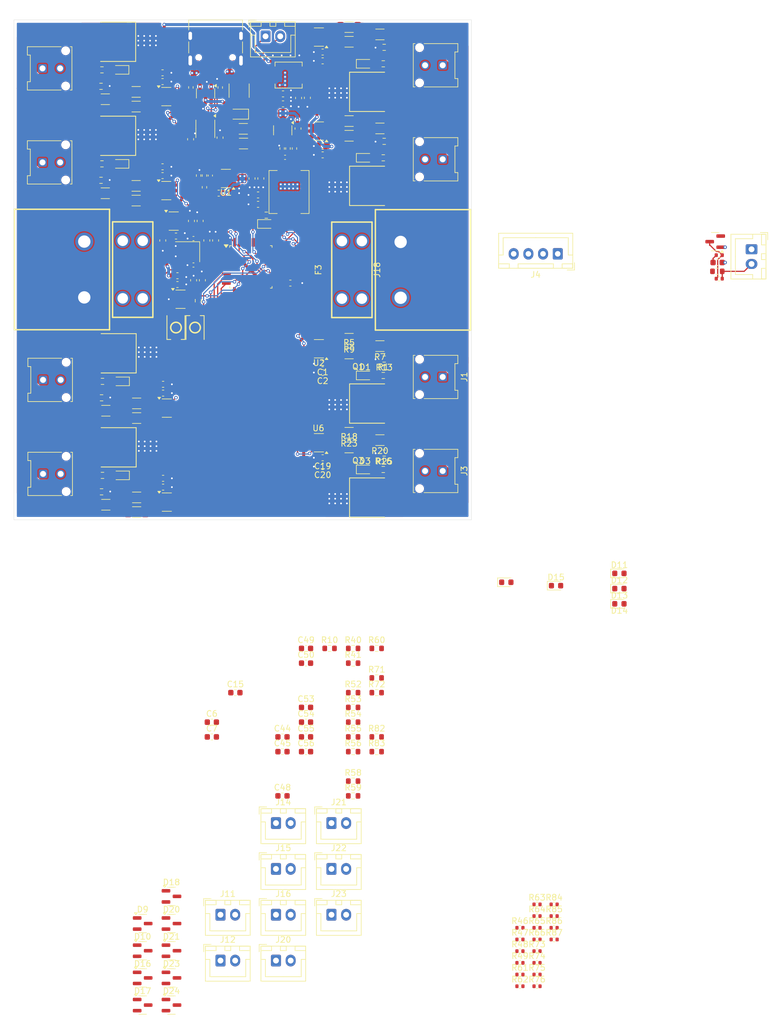
<source format=kicad_pcb>
(kicad_pcb (version 20241229) (generator "pcbnew") (generator_version "9.0")
  (layers (0 "F.Cu" signal) (2 "B.Cu" signal) (13 "F.Paste" user) (15 "B.Paste" user) (5 "F.SilkS" user "F.Silkscreen") (7 "B.SilkS" user "B.Silkscreen") (1 "F.Mask" user) (3 "B.Mask" user) (25 "Edge.Cuts" user))
  (net 0 "")
  (net 1 "+24V")
  (net 2 "GND")
  (net 3 "Net-(U1-BOOT)")
  (net 4 "Net-(U1-SW)")
  (net 5 "+5V")
  (net 6 "Net-(U4-PF0)")
  (net 7 "Net-(U1-FB)")
  (net 8 "+3.3VA")
  (net 9 "+3.3V")
  (net 10 "Net-(C17-Pad1)")
  (net 11 "Net-(U4-PF1)")
  (net 12 "RST")
  (net 13 "TH0")
  (net 14 "TH1")
  (net 15 "TH2")
  (net 16 "TH3")
  (net 17 "TH4")
  (net 18 "TH5")
  (net 19 "TH6")
  (net 20 "TH7")
  (net 21 "TH8")
  (net 22 "TH9")
  (net 23 "Net-(U5-SW)")
  (net 24 "Net-(U5-BOOT)")
  (net 25 "+12V")
  (net 26 "Net-(U5-FB)")
  (net 27 "Net-(C28-Pad1)")
  (net 28 "VBUS")
  (net 29 "Net-(D1-A)")
  (net 30 "Net-(D2-A)")
  (net 31 "Net-(D3-A)")
  (net 32 "Net-(D4-A)")
  (net 33 "Net-(D1-K)")
  (net 34 "Net-(D2-K)")
  (net 35 "Net-(D3-K)")
  (net 36 "Net-(D8-K-Pad3)")
  (net 37 "Net-(D9-K-Pad3)")
  (net 38 "Net-(D10-K-Pad3)")
  (net 39 "Net-(D4-K)")
  (net 40 "Net-(D6-A)")
  (net 41 "Net-(D6-K)")
  (net 42 "Net-(D7-A)")
  (net 43 "Net-(D15-A)")
  (net 44 "Net-(D7-K)")
  (net 45 "Net-(D11-A)")
  (net 46 "Net-(D12-A)")
  (net 47 "Net-(D13-A)")
  (net 48 "Net-(D14-A)")
  (net 49 "Net-(D16-K-Pad3)")
  (net 50 "Net-(D19-A)")
  (net 51 "Net-(D19-K)")
  (net 52 "Net-(D17-K-Pad3)")
  (net 53 "Net-(D18-K-Pad3)")
  (net 54 "Net-(D20-K-Pad3)")
  (net 55 "Net-(D21-K-Pad3)")
  (net 56 "Net-(D22-A)")
  (net 57 "Net-(D22-K)")
  (net 58 "Net-(D23-K-Pad3)")
  (net 59 "Net-(D24-K-Pad3)")
  (net 60 "Net-(F1-Pad1)")
  (net 61 "Net-(J17-Pin_1)")
  (net 62 "Net-(J18-Pin_1)")
  (net 63 "Net-(J14-Pin_2)")
  (net 64 "Net-(J15-Pin_2)")
  (net 65 "Net-(J16-Pin_2)")
  (net 66 "Net-(J20-Pin_2)")
  (net 67 "Net-(J21-Pin_2)")
  (net 68 "Net-(J22-Pin_2)")
  (net 69 "Net-(J23-Pin_2)")
  (net 70 "Net-(J10-Pin_2)")
  (net 71 "Net-(J11-Pin_2)")
  (net 72 "Net-(J12-Pin_2)")
  (net 73 "RX")
  (net 74 "TX")
  (net 75 "SWCLK")
  (net 76 "SWDIO")
  (net 77 "D_-")
  (net 78 "D_+")
  (net 79 "CC1")
  (net 80 "CC2")
  (net 81 "Net-(Q1-G)")
  (net 82 "Net-(Q2-G)")
  (net 83 "Net-(Q3-G)")
  (net 84 "Net-(Q4-G)")
  (net 85 "Net-(Q5-G)")
  (net 86 "Net-(Q6-G)")
  (net 87 "Net-(Q7-G)")
  (net 88 "Net-(Q8-G)")
  (net 89 "BOOT")
  (net 90 "Net-(R4-Pad2)")
  (net 91 "Net-(R5-Pad2)")
  (net 92 "Net-(U2-OUTH)")
  (net 93 "Net-(R11-Pad1)")
  (net 94 "Net-(U3-OUTH)")
  (net 95 "Net-(U7-OUTH)")
  (net 96 "Net-(U7-OUTL)")
  (net 97 "Net-(U2-OUTL)")
  (net 98 "Net-(U3-OUTL)")
  (net 99 "Net-(R18-Pad2)")
  (net 100 "Net-(U6-OUTH)")
  (net 101 "Net-(R19-Pad2)")
  (net 102 "Net-(U6-OUTL)")
  (net 103 "Net-(U10-OUTH)")
  (net 104 "Net-(U9-TXD)")
  (net 105 "Net-(U10-OUTL)")
  (net 106 "Net-(U9-RXD)")
  (net 107 "Net-(R32-Pad2)")
  (net 108 "Net-(R42-Pad2)")
  (net 109 "Net-(U14-OUTH)")
  (net 110 "Net-(R67-Pad2)")
  (net 111 "Net-(U14-OUTL)")
  (net 112 "Net-(R78-Pad2)")
  (net 113 "Net-(U13-OUTH)")
  (net 114 "Net-(U13-OUTL)")
  (net 115 "Net-(U15-OUTH)")
  (net 116 "Net-(U15-OUTL)")
  (net 117 "HEATER7")
  (net 118 "HEATER6")
  (net 119 "HEATER0")
  (net 120 "HEATER1")
  (net 121 "HEATER3")
  (net 123 "HEATER2")
  (net 124 "HEATER5")
  (net 125 "HEATER4")
  (net 134 "Net-(D25-A)")
  (net 135 "ACT")
  (footprint "Resistor_SMD:R_1206_3216Metric" (layer "F.Cu") (at 110.71401 26.96)
    (property "Reference" "R11" (hide yes))
    (property "Value" "12")
  )
  (footprint "Capacitor_SMD:C_0603_1608Metric" (layer "F.Cu") (at 139.645 136.75)
    (property "Reference" "C56")
    (property "Value" "0.1uF")
  )
  (footprint "Resistor_SMD:R_1206_3216Metric" (layer "F.Cu") (at 105.46401 41.71)
    (property "Reference" "R22" (hide yes))
    (property "Value" "0")
  )
  (footprint "Capacitor_SMD:C_0603_1608Metric" (layer "F.Cu") (at 142.475 70.73 180)
    (property "Reference" "C1")
    (property "Value" "10uF")
  )
  (footprint "Capacitor_SMD:C_0603_1608Metric" (layer "F.Cu") (at 123.605 134.24)
    (property "Reference" "C7")
    (property "Value" "10nF")
  )
  (footprint "Capacitor_SMD:C_0603_1608Metric" (layer "F.Cu") (at 121.6125 46.425 90)
    (property "Reference" "C42" (hide yes))
    (property "Value" "1uF")
  )
  (footprint "LED_SMD:LED_0603_1608Metric" (layer "F.Cu") (at 132.875 46.9375)
    (property "Reference" "D25" (hide yes))
    (property "Value" "LED")
  )
  (footprint "Resistor_SMD:R_1206_3216Metric" (layer "F.Cu") (at 152.225 67.73 180)
    (property "Reference" "R7")
    (property "Value" "0")
  )
  (footprint "Capacitor_SMD:C_1812_4532Metric" (layer "F.Cu") (at 128.25 24.25 -90)
    (property "Reference" "F1" (hide yes))
    (property "Value" "1A")
  )
  (footprint "Connector_Molex:Molex_Micro-Fit_3.0_43045-0212_2x01_P3.00mm_Vertical" (layer "F.Cu") (at 94.77401 20.46 90)
    (property "Reference" "J2" (hide yes))
    (property "Value" "HEATER0")
  )
  (footprint "Resistor_SMD:R_0603_1608Metric" (layer "F.Cu") (at 152.79375 35.68)
    (property "Reference" "R77" (hide yes))
    (property "Value" "4.7k")
  )
  (footprint "Package_TO_SOT_SMD:SOT-23" (layer "F.Cu") (at 116.735 170.635)
    (property "Reference" "D21")
    (property "Value" "BAV99")
  )
  (footprint "Resistor_SMD:R_0603_1608Metric" (layer "F.Cu") (at 151.675 136.75)
    (property "Reference" "R83")
    (property "Value" "4.7k")
  )
  (footprint "Resistor_SMD:R_1206_3216Metric" (layer "F.Cu") (at 110.80401 93.48 180)
    (property "Reference" "R42" (hide yes))
    (property "Value" "68")
  )
  (footprint "Resistor_SMD:R_1206_3216Metric" (layer "F.Cu") (at 146.975 31.93)
    (property "Reference" "R78" (hide yes))
    (property "Value" "68")
  )
  (footprint "easyeda2kicad:SW-SMD_L3.9-W3.0-P4.45" (layer "F.Cu") (at 117.5 64.57 90)
    (property "Reference" "SW1" (hide yes))
    (property "Value" "SW_Push")
  )
  (footprint "Resistor_SMD:R_0402_1005Metric" (layer "F.Cu") (at 210 56.25)
    (property "Reference" "R44" (hide yes))
    (property "Value" "2.37k")
  )
  (footprint "easyeda2kicad:TO-252-2_L6.6-W6.1-P4.57-LS9.9-TL-CW" (layer "F.Cu") (at 148.515 40.45)
    (property "Reference" "Q8" (hide yes))
    (property "Value" "AOD4184A")
  )
  (footprint "Capacitor_SMD:C_0603_1608Metric" (layer "F.Cu") (at 122.75 49.75 90)
    (property "Reference" "C3" (hide yes))
    (property "Value" "4.7uF")
  )
  (footprint "Package_TO_SOT_SMD:SOT-23-6" (layer "F.Cu") (at 115.94151 78.28)
    (property "Reference" "U10" (hide yes))
    (property "Value" "UCC27511ADBV")
  )
  (footprint "easyeda2kicad:CONN-TH_2P-P9.50_DBT50G-9.5-2P" (layer "F.Cu") (at 101.88401 54.69 -90)
    (property "Reference" "J17" (hide yes))
    (property "Value" "Conn_01x02_Socket")
  )
  (footprint "Resistor_SMD:R_1206_3216Metric" (layer "F.Cu") (at 105.55401 78.73)
    (property "Reference" "R33" (hide yes))
    (property "Value" "0")
  )
  (footprint "Resistor_SMD:R_0603_1608Metric" (layer "F.Cu") (at 152.79375 72.73)
    (property "Reference" "R1")
    (property "Value" "4.7k")
  )
  (footprint "Package_TO_SOT_SMD:SOT-23-6" (layer "F.Cu") (at 122.538 24.712 -90)
    (property "Reference" "U8" (hide yes))
    (property "Value" "SRV05-4")
  )
  (footprint "Capacitor_SMD:C_0603_1608Metric" (layer "F.Cu") (at 135.725 24.8)
    (property "Reference" "C25" (hide yes))
    (property "Value" "0.1uF")
  )
  (footprint "Resistor_SMD:R_1206_3216Metric" (layer "F.Cu") (at 105.55401 94.73)
    (property "Reference" "R43" (hide yes))
    (property "Value" "0")
  )
  (footprint "Capacitor_SMD:C_0603_1608Metric" (layer "F.Cu") (at 131.95 39.2 -90)
    (property "Reference" "C11" (hide yes))
    (property "Value" "10uF")
  )
  (footprint "Capacitor_SMD:C_0603_1608Metric" (layer "F.Cu") (at 138.275 30.7 90)
    (property "Reference" "C23" (hide yes))
    (property "Value" "0.1uF")
  )
  (footprint "Resistor_SMD:R_1206_3216Metric" (layer "F.Cu") (at 152.225 14.68 180)
    (property "Reference" "R68" (hide yes))
    (property "Value" "0")
  )
  (footprint "Connector_Molex:Molex_Micro-Fit_3.0_43045-0212_2x01_P3.00mm_Vertical" (layer "F.Cu") (at 162.915 19.93 -90)
    (property "Reference" "J13" (hide yes))
    (property "Value" "HEATER4")
  )
  (footprint "LED_SMD:LED_0603_1608Metric" (layer "F.Cu") (at 193 106.41)
    (property "Reference" "D11")
    (property "Value" "LED")
  )
  (footprint "Capacitor_SMD:C_0603_1608Metric" (layer "F.Cu") (at 135.635 134.24)
    (property "Reference" "C44")
    (property "Value" "0.1uF")
  )
  (footprint "Connector_Molex:Molex_Micro-Fit_3.0_43045-0212_2x01_P3.00mm_Vertical" (layer "F.Cu") (at 162.915 88.98 -90)
    (property "Reference" "J3")
    (property "Value" "HEATER7")
  )
  (footprint "Resistor_SMD:R_0402_1005Metric" (layer "F.Cu") (at 210 52.25)
    (property "Reference" "R45" (hide yes))
    (property "Value" "2.37k")
  )
  (footprint "Capacitor_SMD:C_0603_1608Metric" (layer "F.Cu") (at 115.30401 91.73)
    (property "Reference" "C38" (hide yes))
    (property "Value" "0.1uF")
  )
  (footprint "Capacitor_SMD:C_0603_1608Metric" (layer "F.Cu") (at 125 32.25 90)
    (property "Reference" "C30" (hide yes))
    (property "Value" "0.1uF")
  )
  (footprint "Resistor_SMD:R_0603_1608Metric" (layer "F.Cu") (at 104.89526 36.71 180)
    (property "Reference" "R17" (hide yes))
    (property "Value" "4.7k")
  )
  (footprint "Package_SO:MSOP-10_3x3mm_P0.5mm" (layer "F.Cu") (at 122.5 30.75 -90)
    (property "Reference" "U9" (hide yes))
    (property "Value" "CH340E")
  )
  (footprint "Connector_JST:JST_XH_B2B-XH-A_1x02_P2.50mm_Vertical" (layer "F.Cu") (at 134.525 164.51)
    (property "Reference" "J16")
    (property "Value" "TH7")
  )
  (footprint "Capacitor_SMD:C_0603_1608Metric" (layer "F.Cu") (at 139.645 121.69)
    (property "Reference" "C50")
    (property "Value" "0.1uF")
  )
  (footprint "Capacitor_SMD:C_0603_1608Metric" (layer "F.Cu") (at 115.25 49.75 -90)
    (property "Reference" "C40" (hide yes))
    (property "Value" "1uF")
  )
  (footprint "Capacitor_SMD:C_0603_1608Metric" (layer "F.Cu") (at 139.645 129.22)
    (property "Reference" "C53")
    (property "Value" "0.1uF")
  )
  (footprint "Connector_JST:JST_XH_B2B-XH-A_1x02_P2.50mm_Vertical" (layer "F.Cu") (at 134.525 148.91)
    (property "Reference" "J14")
    (property "Value" "TH1")
  )
  (footprint "Connector_JST:JST_XH_B2B-XH-A_1x02_P2.50mm_Vertical" (layer "F.Cu") (at 134.525 156.71)
    (property "Reference" "J15")
    (property "Value" "TH5")
  )
  (footprint "Capacitor_SMD:C_0603_1608Metric" (layer "F.Cu") (at 115.21401 38.71)
    (property "Reference" "C21" (hide yes))
    (property "Value" "10uF")
  )
  (footprint "Connector_JST:JST_XH_B2B-XH-A_1x02_P2.50mm_Vertical" (layer "F.Cu") (at 215.5 51.25 -90)
    (property "Reference" "J10" (hide yes))
    (property "Value" "TH0")
  )
  (footprint "Resistor_SMD:R_0402_1005Metric" (layer "F.Cu") (at 176.065 174.69)
    (property "Reference" "R61")
    (property "Value" "2.37k")
  )
  (footprint "Resistor_SMD:R_0603_1608Metric" (layer "F.Cu") (at 143.655 119.18)
    (property "Reference" "R10")
    (property "Value" "10k")
  )
  (footprint "LED_SMD:LED_0603_1608Metric" (layer "F.Cu") (at 173.745 107.92)
    (property "Reference" "D14")
    (property "Value" "LED")
  )
  (footprint "Resistor_SMD:R_0402_1005Metric" (layer "F.Cu") (at 181.885 168.72)
    (property "Reference" "R87")
    (property "Value" "2.37k")
  )
  (footprint "Capacitor_SMD:C_0603_1608Metric" (layer "F.Cu") (at 117.75 55.75)
    (property "Reference" "C33" (hide yes))
    (property "Value" "0.1uF")
  )
  (footprint "Resistor_SMD:R_0603_1608Metric" (layer "F.Cu") (at 152.79375 88.73)
    (property "Reference" "R16")
    (property "Value" "4.7k")
  )
  (footprint "Capacitor_SMD:C_0603_1608Metric" (layer "F.Cu") (at 115.21401 22.71)
    (property "Reference" "C8" (hide yes))
    (property "Value" "10uF")
  )
  (footprint "Capacitor_SMD:C_0603_1608Metric" (layer "F.Cu") (at 139.645 131.73)
    (property "Reference" "C54")
    (property "Value" "0.1uF")
  )
  (footprint "Package_TO_SOT_SMD:SOT-23-6" (layer "F.Cu") (at 141.8375 31.13 180)
    (property "Reference" "U15" (hide yes))
    (property "Value" "UCC27511ADBV")
  )
  (footprint "Capacitor_SMD:C_0603_1608Metric" (layer "F.Cu") (at 131.475 42 180)
    (property "Reference" "C14" (hide yes))
    (property "Value" "22uF")
  )
  (footprint "Package_TO_SOT_SMD:SOT-23" (layer "F.Cu") (at 116.735 166.01)
    (property "Reference" "D20")
    (property "Value" "BAV99")
  )
  (footprint "Resistor_SMD:R_1206_3216Metric" (layer "F.Cu") (at 110.80401 77.48 180)
    (property "Reference" "R32" (hide yes))
    (property "Value" "68")
  )
  (footprint "Capacitor_SMD:C_0402_1005Metric" (layer "F.Cu") (at 123.35 38.7 90)
    (property "Reference" "C17" (hide yes))
    (property "Value" "75pF")
  )
  (footprint "Resistor_SMD:R_0603_1608Metric" (layer "F.Cu") (at 147.665 119.18)
    (property "Reference" "R40")
    (property "Value" "4.7k")
  )
  (footprint "Capacitor_SMD:C_0603_1608Metric" (layer "F.Cu") (at 139.875 25.475 -90)
    (property "Reference" "C27" (hide yes))
    (property "Value" "22uF")
  )
  (footprint "Resistor_SMD:R_0603_1608Metric" (layer "F.Cu") (at 147.665 141.77)
    (property "Reference" "R58")
    (property "Value" "4.7k")
  )
  (footprint "Resistor_SMD:R_0402_1005Metric" (layer "F.Cu") (at 122.35 38.7 90)
    (property "Reference" "R12" (hide yes))
    (property "Value" "100k")
  )
  (footprint "Capacitor_SMD:C_0603_1608Metric" (layer "F.Cu") (at 130.45 39.2 -90)
    (property "Reference" "C12" (hide yes))
    (property "Value" "0.1uF")
  )
  (footprint "Package_TO_SOT_SMD:SOT-23" (layer "F.Cu") (at 116.735 179.885)
    (property "Reference" "D24")
    (property "Value" "BAV99")
  )
  (footprint "Package_TO_SOT_SMD:SOT-23-5" (layer "F.Cu") (at 117.1125 46.45)
    (property "Reference" "U12" (hide yes))
    (property "Value" "TLV73333PDBV")
  )
  (footprint "Resistor_SMD:R_0603_1608Metric" (layer "F.Cu") (at 151.675 119.18)
    (property "Reference" "R60")
    (property "Value" "4.7k")
  )
  (footprint "Capacitor_SMD:C_0603_1608Metric" (layer "F.Cu") (at 138.375 25.5 -90)
    (property "Reference" "C26" (hide yes))
    (property "Value" "22uF")
  )
  (footprint "Capacitor_SMD:C_0603_1608Metric" (layer "F.Cu") (at 142.475 86.73 180)
    (property "Reference" "C19")
    (property "Value" "10uF")
  )
  (footprint "Resistor_SMD:R_0402_1005Metric" (layer "F.Cu") (at 181.885 162.75)
    (property "Reference" "R84")
    (property "Value" "2.37k")
  )
  (footprint "Resistor_SMD:R_0402_1005Metric" (layer "F.Cu") (at 178.975 174.69)
    (property "Reference" "R75")
    (property "Value" "2.37k")
  )
  (footprint "Package_TO_SOT_SMD:SOT-23" (layer "F.Cu") (at 111.825 166.01)
    (property "Reference" "D9")
    (property "Value" "BAV99")
  )
  (footprint "easyeda2kicad:TO-252-2_L6.6-W6.1-P4.57-LS9.9-TL-CW" (layer "F.Cu") (at 148.515 77.5)
    (property "Reference" "Q1")
    (property "Value" "AOD4184A")
  )
  (footprint "Resistor_SMD:R_0603_1608Metric" (layer "F.Cu") (at 147.665 144.28)
    (property "Reference" "R59")
    (property "Value" "4.7k")
  )
  (footprint "Capacitor_SMD:C_0603_1608Metric" (layer "F.Cu") (at 139.645 134.24)
    (property "Reference" "C55")
    (property "Value" "0.1uF")
  )
  (footprint "LED_SMD:LED_0603_1608Metric" (layer "F.Cu") (at 193 109)
    (property "Reference" "D12")
    (property "Value" "LED")
  )
  (footprint "Resistor_SMD:R_1206_3216Metric" (layer "F.Cu") (at 110.80401 95.98)
    (property "Reference" "R50" (hide yes))
    (property "Value" "12")
  )
  (footprint "Resistor_SMD:R_0402_1005Metric" (layer "F.Cu") (at 178.975 166.73)
    (property "Reference" "R65")
    (property "Value" "2.37k")
  )
  (footprint "Capacitor_SMD:C_0603_1608Metric" (layer "F.Cu") (at 124.25 49.75 90)
    (property "Reference" "C4" (hide yes))
    (property "Value" "0.1uF")
  )
  (footprint "Capacitor_SMD:C_0603_1608Metric" (layer "F.Cu") (at 117.5 49)
    (property "Reference" "C39" (hide yes))
    (property "Value" "0.1uF")
  )
  (footprint "Capacitor_SMD:C_0603_1608Metric" (layer "F.Cu") (at 142.475 33.68 180)
    (property "Reference" "C51" (hide yes))
    (property "Value" "10uF")
  )
  (footprint "Resistor_SMD:R_0603_1608Metric" (layer "F.Cu") (at 209.675 55 180)
    (property "Reference" "R39" (hide yes))
    (property "Value" "4.7k")
  )
  (footprint "Package_TO_SOT_SMD:SOT-23-6" (layer "F.Cu") (at 141.8375 84.18 180)
    (property "Reference" "U6")
    (property "Value" "UCC27511ADBV")
  )
  (footprint "Capacitor_SMD:C_0603_1608Metric" (layer "F.Cu") (at 120.5 56.525 90)
    (property "Reference" "C35" (hide yes))
    (property "Value" "0.1uF")
  )
  (footprint "Capacitor_SMD:C_0603_1608Metric" (layer "F.Cu") (at 209.725 53.5)
    (property "Reference" "C43" (hide yes))
    (property "Value" "0.1uF")
  )
  (footprint "Connector_Molex:Molex_Micro-Fit_3.0_43045-0212_2x01_P3.00mm_Vertical" (layer "F.Cu") (at 162.915 35.93 -90)
    (property "Reference" "J19" (hide yes))
    (property "Value" "HEATER5")
  )
  (footprint "Diode_SMD:D_SOD-323" (layer "F.Cu") (at 128.25 28.25 180)
    (property "Reference" "D5" (hide yes))
    (property "Value" "CUS10S30")
  )
  (footprint "Capacitor_SMD:C_0603_1608Metric" (layer "F.Cu") (at 119.9875 32.525 90)
    (property "Reference" "C29" (hide yes))
    (property "Value" "0.1uF")
  )
  (footprint "Package_TO_SOT_SMD:SOT-23" (layer "F.Cu") (at 209.3125 49.95 180)
    (property "Reference" "D8" (hide yes))
    (property "Value" "BAV99")
  )
  (footprint "Capacitor_SMD:C_0603_1608Metric" (layer "F.Cu") (at 142.475 17.68 180)
    (property "Reference" "C47" (hide yes))
    (property "Value" "0.1uF")
  )
  (footprint "Capacitor_SMD:C_0603_1608Metric" (layer "F.Cu") (at 123.605 131.73)
    (property "Reference" "C6")
    (property "Value" "1uF")
  )
  (footprint "Package_TO_SOT_SMD:SOT-23-6" (layer "F.Cu") (at 115.94151 94.28)
    (property "Reference" "U13" (hide yes))
    (property "Value" "UCC27511ADBV")
  )
  (footprint "Capacitor_SMD:C_0603_1608Metric" (layer "F.Cu") (at 122 56.525 90)
    (property "Reference" "C36" (hide yes))
    (property "Value" "1uF")
  )
  (footprint "Capacitor_SMD:C_0603_1608Metric" (layer "F.Cu") (at 115.21401 21.21)
    (property "Reference" "C9" (hide yes))
    (property "Value" "0.1uF")
  )
  (footprint "Capacitor_SMD:C_0402_1005Metric" (layer "F.Cu") (at 136.075 35.6 180)
    (property "Reference" "C28" (hide yes))
    (property "Value" "75pF")
  )
  (footprint "Resistor_SMD:R_0402_1005Metric" (layer "F.Cu") (at 136.575 34.1 -90)
    (property "Reference" "R27" (hide yes))
    (property "Value" "100k")
  )
  (footprint "Resistor_SMD:R_1206_3216Metric" (layer "F.Cu") (at 110.71401 24.46 180)
    (property "Reference" "R6" (hide yes))
    (property "Value" "68")
  )
  (footprint "Resistor_SMD:R_1206_3216Metric" (layer "F.Cu") (at 105.46401 25.71)
    (property "Reference" "R8" (hide yes))
    (property "Value" "0")
  )
  (footprint "Capacitor_SMD:C_0603_1608Metric" (layer "F.Cu") (at 135.725 26.5)
    (property "Reference" "C24" (hide yes))
    (property "Value" "10uF")
  )
  (footprint "Resistor_SMD:R_1206_3216Metric" (layer "F.Cu") (at 146.975 68.98)
    (property "Reference" "R5")
    (property "Value" "68")
  )
  (footprint "Connector_JST:JST_XH_B2B-XH-A_1x02_P2.50mm_Vertical" (layer "F.Cu") (at 143.975 156.71)
    (property "Reference" "J22")
    (property "Value" "TH3")
  )
  (footprint "Resistor_SMD:R_0402_1005Metric" (layer "F.Cu") (at 137.675 34.1 -90)
    (property "Reference" "R21" (hide yes))
    (property "Value" "50")
  )
  (footprint "Resistor_SMD:R_1206_3216Metric" (layer "F.Cu") (at 128.9625 30.75)
    (property "Reference" "R29" (hide yes))
    (property "Value" "0")
  )
  (footprint "Resistor_SMD:R_0402_1005Metric" (layer "F.Cu") (at 176.065 176.68)
    (property "Reference" "R62")
    (property "Value" "2.37k")
  )
  (footprint "Resistor_SMD:R_0603_1608Metric" (layer "F.Cu") (at 147.665 136.75)
    (property "Reference" "R56")
    (property "Value" "1k")
  )
  (footprint "Resistor_SMD:R_0603_1608Metric" (layer "F.Cu") (at 104.98526 73.73 180)
    (property "Reference" "R30" (hide yes))
    (property "Value" "4.7k")
  )
  (footprint "Capacitor_SMD:C_0603_1608Metric" (layer "F.Cu") (at 136.975 57)
    (property "Reference" "C5" (hide yes))
    (property "Value" "0.1uF")
  )
  (footprint "Capacitor_SMD:C_0402_1005Metric" (layer "F.Cu") (at 120.475 49.425 180)
    (property "Reference" "C16" (hide yes))
    (property "Value" "14pF")
  )
  (footprint "Resistor_SMD:R_1206_3216Metric" (layer "F.Cu") (at 146.975 82.48 180)
    (property "Reference" "R23")
    (property "Value" "12")
  )
  (footprint "Resistor_SMD:R_0603_1608Metric" (layer "F.Cu") (at 132.875 45.4375)
    (property "Reference" "R88" (hide yes))
    (property "Value" "1k")
  )
  (footprint "easyeda2kicad:TO-252-2_L6.6-W6.1-P4.57-LS9.9-TL-CW" (layer "F.Cu") (at 109.17401 15.94 180)
    (property "Reference" "Q2" (hide yes))
    (property "Value" "AOD4184A")
  )
  (footprint "easyeda2kicad:SW-SMD_L3.9-W3.0-P4.45" (layer "F.Cu") (at 120.75 64.57 -90)
    (property "Reference" "SW2" (hide yes))
    (property "Value" "SW_Push")
  )
  (footprint "Resistor_SMD:R_0603_1608Metric" (layer "F.Cu") (at 151.675 124.2)
    (property "Reference" "R71")
    (property "Value" "4.7k")
  )
  (footprint "Capacitor_SMD:C_0603_1608Metric" (layer "F.Cu") (at 142.475 19.18 180)
    (property "Reference" "C46" (hide yes))
    (property "Value" "10uF")
  )
  (footprint "Resistor_SMD:R_0603_1608Metric" (layer "F.Cu") (at 104.89526 20.71 180)
    (property "Reference" "R2" (hide yes))
    (property "Value" "4.7k")
  )
  (footprint "Resistor_SMD:R_1206_3216Metric" (layer "F.Cu") (at 129 33.25)
    (property "Reference" "R31" (hide yes))
    (property "Value" "0")
  )
  (footprint "Package_TO_SOT_SMD:SOT-23-5" (layer "F.Cu") (at 118.275 59.75)
    (property "Reference" "U11" (hide yes))
    (property "Value" "TLV73333PDBV")
  )
  (footprint "easyeda2kicad:TO-252-2_L6.6-W6.1-P4.57-LS9.9-TL-CW" (layer "F.Cu") (at 148.515 24.45)
    (property "Reference" "Q7" (hide yes))
    (property "Value" "AOD4184A")
  )
  (footprint "Resistor_SMD:R_1206_3216Metric" (layer "F.Cu") (at 110.71401 40.46 180)
    (property "Reference" "R19" (hide yes))
    (property "Value" "68")
  )
  (footprint "Capacitor_SMD:C_0402_1005Metric" (layer "F.Cu") (at 120.475 53.925 180)
    (property "Reference" "C18" (hide yes))
    (property "Value" "14pF")
  )
  (footprint "Connector_JST:JST_XH_B2B-XH-A_1x02_P2.50mm_Vertical" (layer "F.Cu") (at 134.525 172.31)
    (property "Reference" "J20")
    (property "Value" "TH2")
  )
  (footprint "LED_SMD:LED_0603_1608Metric" (layer "F.Cu") (at 107.99526 20.71 180)
    (property "Reference" "D2" (hide yes))
    (property "Value" "LED")
  )
  (footprint "Resistor_SMD:R_0402_1005Metric" (layer "F.Cu") (at 121.35 38.7 90)
    (property "Reference" "R15" (hide yes))
    (property "Value" "13.3k")
  )
  (footprint "Resistor_SMD:R_1206_3216Metric" (layer "F.Cu") (at 152.225 30.68 180)
    (property "Reference" "R79" (hide yes))
    (property "Value" "0")
  )
  (footprint "Connector_JST:JST_XH_B2B-XH-A_1x02_P2.50mm_Vertical" (layer "F.Cu") (at 125.075 164.51)
    (property "Reference" "J11")
    (property "Value" "TH4")
  )
  (footprint "Inductor_SMD:L_TechFuse_SL0650" (layer "F.Cu") (at 136.75 41.5 -90)
    (property "Reference" "L1" (hide yes))
    (property "Value" "15uH")
  )
  (footprint "Connector_JST:JST_XH_B4B-XH-A_1x04_P2.50mm_Vertical" (layer "F.Cu") (at 182.5 52.025 180)
    (property "Reference" "J4")
    (property "Value" "SWD")
  )
  (footprint "Connector_JST:JST_XH_B2B-XH-A_1x02_P2.50mm_Vertical" (layer "F.Cu") (at 125.075 172.31)
    (property "Reference" "J12")
    (property "Value" "TH6")
  )
  (footprint "Package_QFP:LQFP-32_7x7mm_P0.8mm" (layer "F.Cu") (at 130.25 54.25)
    (property "Reference" "U4" (hide yes))
    (property "Value" "STM32F030K6Tx")
  )
  (footprint "Connector_Molex:Molex_Micro-Fit_3.0_43045-0212_2x01_P3.00mm_Vertical" (layer "F.Cu") (at 162.915 72.98 -90)
    (property "Reference" "J1")
    (property "Value" "HEATER6")
  )
  (footprint "easyeda2kicad:FUSE-TH_4P-L16.0-W6.7" (layer "F.Cu") (at 110.13401 54.7 -90)
    (property "Reference" "F2" (hide yes))
    (property "Value" "20A")
  )
  (footprint "easyeda2kicad:TO-252-2_L6.6-W6.1-P4.57-LS9.9-TL-CW" (layer "F.Cu") (at 109.26401 84.96 180)
    (property "Reference" "Q6" (hide yes))
    (property "Value" "AOD4184A")
  )
  (footprint "Resistor_SMD:R_1206_3216Metric" (layer "F.Cu") (at 146.975 29.43 180)
    (property "Reference" "R80" (hide yes))
    (property "Value" "12")
  )
  (footprint "Crystal:Crystal_SMD_3225-4Pin_3.2x2.5mm" (layer "F.Cu") (at 119.475 51.675 180)
    (property "Reference" "Y1" (hide yes))
    (property "Value" "24MHz")
  )
  (footprint "Capacitor_SMD:C_0603_1608Metric" (layer "F.Cu") (at 115.30401 75.73)
    (property "Reference" "C31" (hide yes))
    (property "Value" "10uF")
  )
  (footprint "LED_SMD:LED_0603_1608Metric" (layer "F.Cu") (at 149.69375 19.68)
    (property "Reference" "D19" (hide yes))
    (property "Value" "LED")
  )
  (footprint "Package_TO_SOT_SMD:SOT-23" (layer "F.Cu") (at 111.825 170.635)
    (property "Reference" "D10")
    (property "Value" "BAV99")
  )
  (footprint "Capacitor_SMD:C_0603_1608Metric" (layer "F.Cu") (at 142.475 35.18 180)
    (property "Reference" "C52" (hide yes))
    (property "Value" "0.1uF")
  )
  (footprint "easyeda2kicad:TO-252-2_L6.6-W6.1-P4.57-LS9.9-TL-CW" (layer "F.Cu") (at 109.17401 31.94 180)
    (property "Reference" "Q4" (hide yes))
    (property "Value" "AOD4184A")
  )
  (footprint "Resistor_SMD:R_0603_1608Metric" (layer "F.Cu") (at 152.95 32.88 180)
    (property "Reference" "R81" (hide yes))
    (property "Value" "100k")
  )
  (footprint "LED_SMD:LED_0603_1608Metric" (layer "F.Cu") (at 149.69375 72.73)
    (property "Reference" "D1")
    (property "Value" "LED")
  )
  (footprint "Capacitor_SMD:C_0603_1608Metric" (layer "F.Cu") (at 115.30401 74.23)
    (property "Reference" "C32" (hide yes))
    (property "Value" "0.1uF")
  )
  (footprint "Capacitor_SMD:C_0603_1608Metric" (layer "F.Cu") (at 135.635 144.28)
    (property "Reference" "C48")
    (property "Value" "0.1uF")
  )
  (footprint "Resistor_SMD:R_0603_1608Metric" (layer "F.Cu") (at 152.95 85.93 180)
    (property "Reference" "R25")
    (property "Value" "100k")
  )
  (footprint "easyeda2kicad:TO-252-2_L6.6-W6.1-P4.57-LS9.9-TL-CW" (layer "F.Cu") (at 148.515 93.5)
    (property "Reference" "Q3")
    (property "Value" "AOD4184A")
  )
  (footprint "Resistor_SMD:R_0402_1005Metric" (layer "F.Cu") (at 178.975 170.71)
    (property "Reference" "R73")
    (property "Value" "2.37k")
  )
  (footprint "Resistor_SMD:R_0402_1005Metric" (layer "F.Cu") (at 178.975 162.75)
    (property "Reference" "R63")
    (property "Value" "2.37k")
  )
  (footprint "Resistor_SMD:R_0603_1608Metric" (layer "F.Cu") (at 147.665 126.71)
    (property "Reference" "R52")
    (property "Value" "4.7k")
  )
  (footprint "Resistor_SMD:R_0402_1005Metric" (layer "F.Cu") (at 176.065 172.7)
    (property "Reference" "R49")
    (property "Value" "2.37k")
  )
  (footprint "Package_TO_SOT_SMD:SOT-23-6" (layer "F.Cu") (at 115.85151 25.26)
    (property "Reference" "U3" (hide yes))
    (property "Value" "UCC27511ADBV")
  )
  (footprint "Resistor_SMD:R_0402_1005Metric" (layer "F.Cu") (at 181.885 164.74)
    (property "Reference" "R85")
    (property "Value" "2.37k")
  )
  (footprint "LED_SMD:LED_0603_1608Metric" (layer "F.Cu") (at 193 111.59)
    (property "Reference" "D13")
    (property "Value" "LED")
  )
  (footprint "Resistor_SMD:R_0603_1608Metric" (layer "F.Cu") (at 147.665 129.22)
    (property "Reference" "R53")
    (property "Value" "4.7k")
  )
  (footprint "Capacitor_SMD:C_0603_1608Metric" (layer "F.Cu") (at 131.475 43.6 180)
    (property "Reference" "C13" (hide yes))
    (property "Value" "22uF")
  )
  (footprint "Resistor_SMD:R_0402_1005Metric" (layer "F.Cu") (at 181.885 166.73)
    (property "Reference" "R86")
    (property "Value" "2.37k")
  )
  (footprint "Resistor_SMD:R_0402_1005Metric" (layer "F.Cu") (at 176.065 168.72)
    (property "Reference" "R47")
    (property "Value" "2.37k")
  )
  (footprint "Connector_Molex:Molex_Micro-Fit_3.0_43045-0212_2x01_P3.00mm_Vertical" (layer "F.Cu") (at 94.86401 73.48 90)
    (property "Reference" "J6" (hide yes))
    (property "Value" "HEATER2")
  )
  (footprint "Resistor_SMD:R_0402_1005Metric" (layer "F.Cu") (at 122.35 40.7 90)
    (property "Reference" "R3" (hide yes))
    (property "Value" "50")
  )
  (footprint "Capacitor_SMD:C_0603_1608Metric" (layer "F.Cu") (at 139.645 119.18)
    (property "Reference" "C49")
    (property "Value" "0.1uF")
  )
  (footprint "Resistor_SMD:R_0603_1608Metric" (layer "F.Cu") (at 147.665 121.69)
    (property "Reference" "R41")
    (property "Value" "4.7k")
  )
  (footprint "Resistor_SMD:R_0603_1608Metric" (layer "F.Cu") (at 104.82901 76.53)
    (property "Reference" "R37" (hide yes))
    (property "Value" "100k")
  )
  (footprint "Resistor_SMD:R_0402_1005Metric" (layer "F.Cu") (at 176.065 166.73)
    (property "Reference" "R46")
    (property "Value" "2.37k")
  )
  (footprint "Package_TO_SOT_SMD:SOT-23-6" (layer "F.Cu") (at 126 39.2 180)
    (property "Reference" "U1")
    (property "Value" "TPS54202DDC")
  )
  (footprint "Package_TO_SOT_SMD:SOT-23-6" (layer "F.Cu") (at 141.8375 68.18 180)
    (property "Reference" "U2")
    (property "Value" "UCC27511ADBV")
  )
  (footprint "Capacitor_SMD:C_0603_1608Metric" (layer "F.Cu") (at 120.1325 46.425 90)
    (property "Reference" "C41" (hide yes))
    (property "Value" "0.1uF")
  )
  (footprint "Resistor_SMD:R_0603_1608Metric" (layer "F.Cu") (at 147.665 134.24)
    (property "Reference" "R55")
    (property "Value" "1k")
  )
  (footprint "Resistor_SMD:R_0402_1005Metric" (layer "F.Cu") (at 178.975 176.68)
    (property "Reference" "R76")
    (property "Value" "2.37k")
  )
  (footprint "Resistor_SMD:R_0603_1608Metric" (layer "F.Cu") (at 152.95 69.93 180)
    (property "Reference" "R13")
    (property "Value" "100k")
  )
  (footprint "Capacitor_SMD:C_0603_1608Metric" (layer "F.Cu") (at 135.635 136.75)
    (property "Reference" "C45")
    (property "Value" "0.1uF")
  )
  (footprint "Resistor_SMD:R_0603_1608Metric" (layer "F.Cu") (at 152.79375 19.68)
    (property "Reference" "R57" (hide yes))
    (property "Value" "4.7k")
  )
  (footprint "Resistor_SMD:R_0402_1005Metric" (layer "F.Cu") (at 135.575 34.1 90)
    (property "Reference" "R28" (hide yes))
    (property "Value" "5.23k")
  )
  (footprint "Connector_Molex:Molex_Micro-Fit_3.0_43045-0212_2x01_P3.00mm_Vertical" (layer "F.Cu") (at 94.86401 89.48 90)
    (property "Reference" "J9" (hide yes))
    (property "Value" "HEATER3")
  )
  (footprint "Package_TO_SOT_SMD:SOT-23-6" (layer "F.Cu") (at 135.675 31 -90)
    (property "Reference" "U5" (hide yes))
    (property "Value" "TPS54202DDC")
  )
  (footprint "Resistor_SMD:R_0603_1608Metric" (layer "F.Cu") (at 147.665 131.73)
    (property "Reference" "R54")
    (property "Value" "1k")
  )
  (footprint "Capacitor_SMD:C_0603_1608Metric" (layer "F.Cu") (at 117.75 57.25)
    (property "Reference" "C34" (hide yes))
    (property "Value" "1uF")
  )
  (footprint "Resistor_SMD:R_0603_1608Metric" (layer "F.Cu") (at 104.98526 89.73 180)
    (property "Reference" "R38" (hide yes))
    (property "Value" "4.7k")
  )
  (footprint "easyeda2kicad:FUSE-TH_4P-L16.0-W6.7" (layer "F.Cu") (at 147.45 54.75 90)
    (property "Reference" "F3")
    (property "Value" "20A")
  )
  (footprint "Connector_JST:JST_XH_B2B-XH-A_1x02_P2.50mm_Vertical" (layer "F.Cu") (at 143.975 164.51)
    (property "Reference" "J23")
    (property "Value" "TH7")
  )
  (footprint "Capacitor_SMD:C_0603_1608Metric" (layer "F.Cu") (at 127.615 126.71)
    (property "Reference" "C15")
    (property "Value" "0.1uF")
  )
  (footprint "Connector_USB:USB_C_Receptacle_G-Switch_GT-USB-7010ASV" (layer "F.Cu") (at 124.25 16 180)
    (property "Reference" "J8" (hide yes))
    (property "Value" "USB_C_Receptacle_USB2.0_14P")
  )
  (footprint "easyeda2kicad:CONN-TH_2P-P9.50_DBT50G-9.5-2P" (layer "F.Cu") (at 155.75 54.75 90)
    (property "Reference" "J18")
    (property "Value" "Conn_01x02_Socket")
  )
  (footprint "Resistor_SMD:R_1206_3216Metric" (layer "F.Cu") (at 110.71401 42.96)
    (property "Reference" "R24" (hide yes))
    (property "Value" "12")
  )
  (footprint "LED_SMD:LED_0603_1608Metric" (layer "F.Cu") (at 149.69375 88.73)
    (property "Reference" "D3")
    (property "Value" "LED")
  )
  (footprint "Capacitor_SMD:C_0603_1608Metric" (layer "F.Cu") (at 115.30401 90.23)
    (property "Reference" "C37" (hide yes))
    (property "Value" "10uF")
  )
  (footprint "Capacitor_SMD:C_0603_1608Metric" (layer "F.Cu") (at 124.775 41.7)
    (property "Reference" "C10" (hide yes))
    (property "Value" "0.1uF")
  )
  (footprint "LED_SMD:LED_0603_1608Metric" (layer "F.Cu") (at 108.08526 73.73 180)
    (property "Reference" "D6" (hide yes))
    (property "Value" "LED")
  )
  (footprint "Resistor_SMD:R_1206_3216Metric" (layer "F.Cu") (at 146.975 66.48 180)
    (property "Reference" "R9")
    (property "Value" "12")
  )
  (footprint "Resistor_SMD:R_0603_1608Metric" (layer "F.Cu") (at 104.73901 23.51)
    (property "Reference" "R14" (hide yes))
    (property "Value" "100k")
  )
  (footprint "Resistor_SMD:R_1206_3216Metric" (layer "F.Cu") (at 146.975 84.98)
    (property "Reference" "R18")
    (property "Value" "68")
  )
  (footprint "Resistor_SMD:R_1206_3216Metric" (layer "F.Cu") (at 146.975 13.43 180)
    (property "Reference" "R69" (hide yes))
    (property "Value" "12")
  )
  (footprint "Connector_Molex:Molex_Micro-Fit_3.0_43045-0212_2x01_P3.00mm_Vertical" (layer "F.Cu") (at 94.77401 36.46 90)
    (property "Reference" "J5" (hide yes))
    (property "Value" "HEATER1")
  )
  (footprint "Resistor_SMD:R_0402_1005Metric" (layer "F.Cu") (at 125.038 23.712 -90)
    (property "Reference" "R34" (hide yes))
    (property "Value" "5.1K")
  )
  (footprint "Package_TO_SOT_SMD:SOT-23" (layer "F.Cu") (at 116.735 175.26)
    (property "Reference" "D23")
    (property "Value" "BAV99")
  )
  (footprint "Package_TO_SOT_SMD:SOT-23" (layer "F.Cu") (at 116.735 161.385)
    (property "Reference" "D18")
    (property "Value" "BAV99")
  )
  (footprint "Resistor_SMD:R_0402_1005Metric" (layer "F.Cu") (at 178.975 172.7)
    (property "Reference" "R74")
    (property "Value" "2.37k")
  )
  (footprint "Resistor_SMD:R_1206_3216Metric" (layer "F.Cu") (at 146.975 15.93)
    (property "Reference" "R67" (hide yes))
    (property "Value" "68")
  )
  (footprint "Resistor_SMD:R_0603_1608Metric" (layer "F.Cu") (at 121.3 60 -90)
    (property "Reference" "R4" (hide yes))
    (property "Value" "1k")
  )
  (footprint "LED_SMD:LED_0603_1608Metric" (layer "F.Cu") (at 107.99526 36.71 180)
    (property "Reference" "D4" (hide yes))
    (property "Value" "LED")
  )
  (footprint "Package_TO_SOT_SMD:SOT-23" (layer "F.Cu") (at 111.825 175.26)
    (property "Reference" "D16")
    (property "Value" "BAV99")
  )
  (footprint "Resistor_SMD:R_0402_1005Metric" (layer "F.Cu") (at 120.038 23.702 -90)
    (property "Reference" "R35" (hide yes))
    (property "Value" "5.1K")
  )
  (footprint "Package_TO_SOT_SMD:SOT-23" (layer "F.Cu") (at 111.825 179.885)
    (property "Reference" "D17")
    (property "Value" "BAV99")
  )
  (footprint "Package_TO_SOT_SMD:SOT-23-6" (layer "F.Cu") (at 115.85151 41.26)
    (property "Reference" "U7" (hide yes))
    (property "Value" "UCC27511ADBV")
  )
  (footprint "Connector_JST:JST_XH_B2B-XH-A_1x02_P2.50mm_Vertical" (layer "F.Cu") (at 132.75 15)
    (property "Reference" "J7" (hide yes))
    (property "Value" "UART")
  )
  (footprint "Resistor_SMD:R_0603_1608Metric" (layer "F.Cu") (at 151.675 126.71)
    (property "Reference" "R72")
    (property "Value" "4.7k")
  )
  (footprint "LED_SMD:LED_0603_1608Metric" (layer "F.Cu") (at 149.69375 35.68)
    (property "Reference" "D22" (hide yes))
    (property "Value" "LED")
  )
  (footprint "Resistor_SMD:R_0402_1005Metric" (layer "F.Cu") (at 178.975 164.74)
    (property "Reference" "R64")
    (property "Value" "2.37k")
  )
  (footprint "Capacitor_SMD:C_0603_1608Metric" (layer "F.Cu") (at 142.475 88.23 180)
    (property "Reference" "C20")
    (property "Value" "0.1uF")
  )
  (footprint "Resistor_SMD:R_0603_1608Metric" (layer "F.Cu") (at 104.73901 39.51)
    (property "Reference" "R26" (hide yes))
    (property "Value" "100k")
  )
  (footprint "Inductor_SMD:L_Sunlord_MWSA0402S" (layer "F.Cu") (at 136.675 21.6)
    (property "Reference" "L2" (hide yes))
    (property "Value" "22uH")
  )
  (footprint "Capacitor_SMD:C_0603_1608Metric" (layer "F.Cu") (at 115.21401 37.21)
    (property "Reference" "C22" (hide yes))
    (property "Value" "0.1uF")
  )
  (footprint "Resistor_SMD:R_0603_1608Metric" (layer "F.Cu") (at 104.82901 92.53)
    (property "Reference" "R51" (hide yes))
    (property "Value" "100k")
  )
  (footprint "easyeda2kicad:TO-252-2_L6.6-W6.1-P4.57-LS9.9-TL-CW" (layer "F.Cu") (at 109.26401 68.96 180)
    (property "Reference" "Q5" (hide yes))
    (property "Value" "AOD4184A")
  )
  (footprint "LED_SMD:LED_0603_1608Metric" (layer "F.Cu") (at 182.2125 108.5)
    (property "Reference" "D15")
    (property "Value" "LED")
  )
  (footprint "Package_TO_SOT_SMD:SOT-23-6" (layer "F.Cu") (at 141.8375 15.13 180)
    (property "Reference" "U14" (hide yes))
    (property "Value" "UCC27511ADBV")
  )
  (footprint "Resistor_SMD:R_1206_3216Metric" (layer "F.Cu") (at 110.80401 79.98)
    (property "Reference" "R36" (hide yes))
    (property "Value" "12")
  )
  (footprint "Resistor_SMD:R_0603_1608Metric" (layer "F.Cu") (at 151.675 134.24)
    (property "Reference" "R82")
    (property "Value" "4.7k")
  )
  (footprint "Connector_JST:JST_XH_B2B-XH-A_1x02_P2.50mm_Vertical" (layer "F.Cu") (at 143.975 148.91)
    (property "Reference" "J21")
    (property "Value" "TH6")
  )
  (footprint "Resistor_SMD:R_1206_3216Metric" (layer "F.Cu") (at 152.225 83.73 180)
    (property "Reference" "R20")
    (property "Value" "0")
  )
  (footprint "Resistor_SMD:R_0402_1005Metric" (layer "F.Cu") (at 178.975 168.72)
    (property "Reference" "R66")
    (property "Value" "2.37k")
  )
  (footprint "Capacitor_SMD:C_0603_1608Metric" (layer "F.Cu") (at 142.475 72.23 180)
    (property "Reference" "C2")
    (property "Value" "0.1uF")
  )
  (footprint "Resistor_SMD:R_0402_1005Metric" (layer "F.Cu") (at 176.065 170.71)
    (property "Reference" "R48")
    (property "Value" "2.37k")
  )
  (footprint "Resistor_SMD:R_0603_1608Metric" (layer "F.Cu") (at 152.95 16.88 180)
    (property "Reference" "R70" (hide yes))
    (property "Value" "100k")
  )
  (footprint "LED_SMD:LED_0603_1608Metric" (layer "F.Cu") (at 108.08526 89.73 180)
    (property "Reference" "D7" (hide yes))
    (property "Value" "LED")
  )
  (gr_rect (start 89.9 12.2) (end 167.8 97.3) (stroke (width 0.05)) (fill no) (layer "Edge.Cuts"))
  (segment (start 159.665 88.73) (end 159.915 88.98) (width 0.5) (layer "F.Cu") (net 1))
  (segment (start 153.61875 19.68) (end 159.665 19.68) (width 0.5) (layer "F.Cu") (net 1))
  (segment (start 153.61875 88.73) (end 159.665 88.73) (width 0.5) (layer "F.Cu") (net 1))
  (segment (start 104.07026 36.71) (end 98.02401 36.71) (width 0.5) (layer "F.Cu") (net 1))
  (segment (start 104.07026 20.71) (end 98.02401 20.71) (width 0.5) (layer "F.Cu") (net 1))
  (segment (start 98.11401 89.73) (end 97.86401 89.48) (width 0.5) (layer "F.Cu") (net 1))
  (segment (start 104.16026 89.73) (end 98.11401 89.73) (width 0.5) (layer "F.Cu") (net 1))
  (segment (start 153.61875 35.68) (end 159.665 35.68) (width 0.5) (layer "F.Cu") (net 1))
  (segment (start 153.61875 72.73) (end 159.665 72.73) (width 0.5) (layer "F.Cu") (net 1))
  (segment (start 98.11401 73.73) (end 97.86401 73.48) (width 0.5) (layer "F.Cu") (net 1))
  (segment (start 159.665 19.68) (end 159.915 19.93) (width 0.5) (layer "F.Cu") (net 1))
  (segment (start 98.02401 20.71) (end 97.77401 20.46) (width 0.5) (layer "F.Cu") (net 1))
  (segment (start 104.16026 73.73) (end 98.11401 73.73) (width 0.5) (layer "F.Cu") (net 1))
  (segment (start 159.665 35.68) (end 159.915 35.93) (width 0.5) (layer "F.Cu") (net 1))
  (segment (start 98.02401 36.71) (end 97.77401 36.46) (width 0.5) (layer "F.Cu") (net 1))
  (segment (start 159.665 72.73) (end 159.915 72.98) (width 0.5) (layer "F.Cu") (net 1))
  (segment (start 119.02599 55.75) (end 119.25 55.97401) (width 0.5) (layer "F.Cu") (net 2))
  (segment (start 122 55.75) (end 122 55.1375) (width 0.5) (layer "F.Cu") (net 2))
  (segment (start 116.98901 41.26) (end 116.42241 41.26) (width 0.5) (layer "F.Cu") (net 2))
  (segment (start 122.538 22.962) (end 122.75 22.75) (width 0.2) (layer "F.Cu") (net 2))
  (segment (start 141.7 70.73) (end 140.975 70.73) (width 0.5) (layer "F.Cu") (net 2))
  (segment (start 124.25 48.975) (end 124.25 48.275) (width 0.5) (layer "F.Cu") (net 2))
  (segment (start 140.7 15.13) (end 141.2666 15.13) (width 0.5) (layer "F.Cu") (net 2))
  (segment (start 115.96551 90.3435) (end 116.07901 90.23) (width 0.5) (layer "F.Cu") (net 2))
  (segment (start 115.96551 93.7331) (end 115.96551 90.3435) (width 0.5) (layer "F.Cu") (net 2))
  (segment (start 115.87551 24.7131) (end 115.87551 21.3235) (width 0.5) (layer "F.Cu") (net 2))
  (segment (start 118.525 57.25) (end 119.22401 57.25) (width 0.5) (layer "F.Cu") (net 2))
  (segment (start 140.7 67.23) (end 140.7 68.18) (width 0.5) (layer "F.Cu") (net 2))
  (segment (start 127.45 50.075) (end 127.45 50.05) (width 0.2) (layer "F.Cu") (net 2))
  (segment (start 141.7 17.68) (end 140.975 17.68) (width 0.5) (layer "F.Cu") (net 2))
  (segment (start 122.538 23.962) (end 122.538 23.5745) (width 0.2) (layer "F.Cu") (net 2))
  (segment (start 116.42241 25.26) (end 115.87551 24.7131) (width 0.5) (layer "F.Cu") (net 2))
  (segment (start 121.35 38.19) (end 121.35 37.9) (width 0.2) (layer "F.Cu") (net 2))
  (segment (start 121.05 19.725) (end 120.53 19.725) (width 0.5) (layer "F.Cu") (net 2))
  (segment (start 127.45 50.05) (end 126.7 49.3) (width 0.2) (layer "F.Cu") (net 2))
  (segment (start 122.538 23.5745) (end 122.538 22.962) (width 0.2) (layer "F.Cu") (net 2))
  (segment (start 119.417 23.591) (end 119.417 19.638) (width 0.2) (layer "F.Cu") (net 2))
  (segment (start 106.25401 92.53) (end 106.30401 92.48) (width 0.5) (layer "F.Cu") (net 2))
  (segment (start 152.125 16.88) (end 151.525 16.88) (width 0.5) (layer "F.Cu") (net 2))
  (segment (start 124.417 22.333) (end 124.5 22.25) (width 0.2) (layer "F.Cu") (net 2))
  (segment (start 121.6125 45.65) (end 121.6125 45.45) (width 0.5) (layer "F.Cu") (net 2))
  (segment (start 115.96551 74.3435) (end 116.07901 74.23) (width 0.5) (layer "F.Cu") (net 2))
  (segment (start 116.42241 41.6434) (end 116.42241 41.26) (width 0.5) (layer "F.Cu") (net 2))
  (segment (start 117.07901 94.28) (end 116.51241 94.28) (width 0.5) (layer "F.Cu") (net 2))
  (segment (start 123.25 48.25) (end 122.75 48.75) (width 0.5) (layer "F.Cu") (net 2))
  (segment (start 140.7 30.18) (end 141.2666 30.7466) (width 0.5) (layer "F.Cu") (net 2))
  (segment (start 116.07901 91.73) (end 116.80401 91.73) (width 0.5) (layer "F.Cu") (net 2))
  (segment (start 116.51241 94.6634) (end 116.51241 94.28) (width 0.5) (layer "F.Cu") (net 2))
  (segment (start 117.07901 78.28) (end 116.51241 78.28) (width 0.5) (layer "F.Cu") (net 2))
  (segment (start 115.98901 38.71) (end 116.71401 38.71) (width 0.5) (layer "F.Cu") (net 2))
  (segment (start 105.65401 92.53) (end 106.25401 92.53) (width 0.5) (layer "F.Cu") (net 2))
  (segment (start 115.98901 37.21) (end 116.71401 37.21) (width 0.5) (layer "F.Cu") (net 2))
  (segment (start 119.995 49.425) (end 119.475 49.425) (width 0.2) (layer "F.Cu") (net 2))
  (segment (start 140.7 14.18) (end 141.2666 14.7466) (width 0.5) (layer "F.Cu") (net 2))
  (segment (start 141.7 72.23) (end 140.975 72.23) (width 0.5) (layer "F.Cu") (net 2))
  (segment (start 141.2666 31.13) (end 141.8135 31.6769) (width 0.5) (layer "F.Cu") (net 2))
  (segment (start 115.96551 77.7331) (end 115.96551 74.3435) (width 0.5) (layer "F.Cu") (net 2))
  (segment (start 141.8135 84.7269) (end 141.8135 88.1165) (width 0.5) (layer "F.Cu") (net 2))
  (segment (start 151.525 69.93) (end 151.475 69.98) (width 0.5) (layer "F.Cu") (net 2))
  (segment (start 121.6125 45.45) (end 121.1125 44.95) (width 0.5) (layer "F.Cu") (net 2))
  (segment (start 151.525 85.93) (end 151.475 85.98) (width 0.5) (layer "F.Cu") (net 2))
  (segment (start 125 31.475) (end 125 31) (width 0.5) (layer "F.Cu") (net 2))
  (segment (start 141.7 86.73) (end 140.975 86.73) (width 0.5) (layer "F.Cu") (net 2))
  (segment (start 141.2666 15.13) (end 141.8135 15.6769) (width 0.5) (layer "F.Cu") (net 2))
  (segment (start 117.1375 59.75) (end 116.275 59.75) (width 0.5) (layer "F.Cu") (net 2))
  (segment (start 117.07901 79.23) (end 116.51241 78.6634) (width 0.5) (layer "F.Cu") (net 2))
  (segment (start 120.038 24.212) (end 119.417 23.591) (width 0.2) (layer "F.Cu") (net 2))
  (segment (start 140.7 67.23) (end 141.2666 67.7966) (width 0.5) (layer "F.Cu") (net 2))
  (segment (start 116.51241 78.6634) (end 116.51241 78.28) (width 0.5) (layer "F.Cu") (net 2))
  (segment (start 116.07901 74.23) (end 116.80401 74.23) (width 0.5) (layer "F.Cu") (net 2))
  (segment (start 141.7 19.18) (end 140.975 19.18) (width 0.5) (layer "F.Cu") (net 2))
  (segment (start 118.525 55.75) (end 119.02599 55.75) (width 0.5) (layer "F.Cu") (net 2))
  (segment (start 115.87551 21.3235) (end 115.98901 21.21) (width 0.5) (layer "F.Cu") (net 2))
  (segment (start 116.98901 42.21) (end 116.42241 41.6434) (width 0.5) (layer "F.Cu") (net 2))
  (segment (start 137 18.25) (end 134 18.25) (width 0.5) (layer "F.Cu") (net 2))
  (segment (start 152.125 32.88) (end 151.525 32.88) (width 0.5) (layer "F.Cu") (net 2))
  (segment (start 151.525 16.88) (end 151.475 16.93) (width 0.5) (layer "F.Cu") (net 2))
  (segment (start 117.07901 79.23) (end 117.07901 78.28) (width 0.5) (layer "F.Cu") (net 2))
  (segment (start 120.53 19.725) (end 119.93 19.125) (width 0.5) (layer "F.Cu") (net 2))
  (segment (start 124.417 23.601) (end 124.417 22.333) (width 0.2) (layer "F.Cu") (net 2))
  (segment (start 120.1325 44.97) (end 120.1325 45.65) (width 0.5) (layer "F.Cu") (net 2))
  (segment (start 141.2666 84.18) (end 141.8135 84.7269) (width 0.5) (layer "F.Cu") (net 2))
  (segment (start 135.085 33.59) (end 135.075 33.6) (width 0.2) (layer "F.Cu") (net 2))
  (segment (start 106.16401 39.51) (end 106.21401 39.46) (width 0.5) (layer "F.Cu") (net 2))
  (segment (start 118.375 50.825) (end 118.375 52.525) (width 0.2) (layer "F.Cu") (net 2))
  (segment (start 116.42241 41.26) (end 115.87551 40.7131) (width 0.5) (layer "F.Cu") (net 2))
  (segment (start 137 18.25) (end 138.5 18.25) (width 0.5) (layer "F.Cu") (net 2))
  (segment (start 151.525 32.88) (end 151.475 32.93) (width 0.5) (layer "F.Cu") (net 2))
  (segment (start 119.995 53.655) (end 119.475 53.655) (width 0.2) (layer "F.Cu") (net 2))
  (segment (start 115.87551 40.7131) (end 115.87551 37.3235) (width 0.5) (layer "F.Cu") (net 2))
  (segment (start 116.42241 25.6434) (end 116.42241 25.26) (width 0.5) (layer "F.Cu") (net 2))
  (segment (start 141.8135 15.6769) (end 141.8135 19.0665) (width 0.5) (layer "F.Cu") (net 2))
  (segment (start 210.25 50.9) (end 211 50.9) (width 0.2) (layer "F.Cu") (net 2))
  (segment (start 140.7 83.23) (end 140.7 84.18) (width 0.5) (layer "F.Cu") (net 2))
  (segment (start 140.7 14.18) (end 140.7 15.13) (width 0.5) (layer "F.Cu") (net 2))
  (segment (start 141.2666 67.7966) (end 141.2666 68.18) (width 0.5) (layer "F.Cu") (net 2))
  (segment (start 119.9875 31.75) (end 120.5125 31.75) (width 0.5) (layer "F.Cu") (net 2))
  (segment (start 141.8135 35.0665) (end 141.7 35.18) (width 0.5) (layer "F.Cu") (net 2))
  (segment (start 116.07901 90.23) (end 116.80401 90.23) (width 0.5) (layer "F.Cu") (net 2))
  (segment (start 106.25401 76.53) (end 106.30401 76.48) (width 0.5) (layer "F.Cu") (net 2))
  (segment (start 118.375 50.825) (end 117.585 50.825) (width 0.2) (layer "F.Cu") (net 2))
  (segment (start 141.8135 72.1165) (end 141.7 72.23) (width 0.5) (layer "F.Cu") (net 2))
  (segment (start 117.07901 95.23) (end 117.07901 94.28) (width 0.5) (layer "F.Cu") (net 2))
  (segment (start 116.51241 78.28) (end 115.96551 77.7331) (width 0.5) (layer "F.Cu") (net 2))
  (segment (start 118.5 49) (end 119 48.5) (width 0.5) (layer "F.Cu") (net 2))
  (segment (start 120.5125 31.75) (end 120.7375 31.525) (width 0.5) (layer "F.Cu") (net 2))
  (segment (start 121.35 37.9) (end 121.5 37.75) (width 0.2) (layer "F.Cu") (net 2))
  (segment (start 116.98901 26.21) (end 116.42241 25.6434) (width 0.5) (layer "F.Cu") (net 2))
  (segment (start 115.87551 37.3235) (end 115.98901 37.21) (width 0.5) (layer "F.Cu") (net 2))
  (segment (start 122.5 27.721528) (end 122.103526 27.325054) (width 0.2) (layer "F.Cu") (net 2))
  (segment (start 140.7 68.18) (end 141.2666 68.18) (width 0.5) (layer "F.Cu") (net 2))
  (segment (start 140.7 83.23) (end 141.2666 83.7966) (width 0.5) (layer "F.Cu") (net 2))
  (segment (start 117.07901 95.23) (end 116.51241 94.6634) (width 0.5) (layer "F.Cu") (net 2))
  (segment (start 140.7 30.18) (end 140.7 31.13) (width 0.5) (layer "F.Cu") (net 2))
  (segment (start 141.8135 68.7269) (end 141.8135 72.1165) (width 0.5) (layer "F.Cu") (net 2))
  (segment (start 141.8135 88.1165) (end 141.7 88.23) (width 0.5) (layer "F.Cu") (net 2))
  (segment (start 106.16401 23.51) (end 106.21401 23.46) (width 0.5) (layer "F.Cu") (net 2))
  (segment (start 119.417 19.638) (end 119.93 19.125) (width 0.2) (layer "F.Cu") (net 2))
  (segment (start 152.125 85.93) (end 151.525 85.93) (width 0.5) (layer "F.Cu") (net 2))
  (segment (start 141.2666 83.7966) (end 141.2666 84.18) (width 0.5) (layer "F.Cu") (net 2))
  (segment (start 119.475 53.655) (end 119.455 53.675) (width 0.2) (layer "F.Cu") (net 2))
  (segment (start 116.98901 26.21) (end 116.98901 25.26) (width 0.5) (layer "F.Cu") (net 2))
  (segment (start 125.038 24.222) (end 124.417 23.601) (width 0.2) (layer "F.Cu") (net 2))
  (segment (start 105.56401 23.51) (end 106.16401 23.51) (width 0.5) (layer "F.Cu") (net 2))
  (segment (start 122.5 28.6375) (end 122.5 27.721528) (width 0.2) (layer "F.Cu") (net 2))
  (segment (start 141.2666 30.7466) (end 141.2666 31.13) (width 0.5) (layer "F.Cu") (net 2))
  (segment (start 140.7 31.13) (end 141.2666 31.13) (width 0.5) (layer "F.Cu") (net 2))
  (segment (start 115.98901 21.21) (end 116.71401 21.21) (width 0.5) (layer "F.Cu") (net 2))
  (segment (start 141.2666 68.18) (end 141.8135 68.7269) (width 0.5) (layer "F.Cu") (net 2))
  (segment (start 116.51241 94.28) (end 115.96551 93.7331) (width 0.5) (layer "F.Cu") (net 2))
  (segment (start 140.7 84.18) (end 141.2666 84.18) (width 0.5) (layer "F.Cu") (net 2))
  (segment (start 118.375 52.525) (end 117.535 52.525) (width 0.2) (layer "F.Cu") (net 2))
  (segment (start 210.5 53.5) (end 211 53.5) (width 0.2) (layer "F.Cu") (net 2))
  (segment (start 122 55.1375) (end 121.8875 55.025) (width 0.5) (layer "F.Cu") (net 2))
  (segment (start 118.525 57.25) (end 118.525 55.75) (width 0.5) (layer "F.Cu") (net 2))
  (segment (start 119.8625 44.7) (end 120.1325 44.97) (width 0.5) (layer "F.Cu") (net 2))
  (segment (start 137.75 57) (end 139 57) (width 0.5) (layer "F.Cu") (net 2))
  (segment (start 116.07901 75.73) (end 116.80401 75.73) (width 0.5) (layer "F.Cu") (net 2))
  (segment (start 115.98901 22.71) (end 116.71401 22.71) (width 0.5) (layer "F.Cu") (net 2))
  (segment (start 141.7 88.23) (end 140.975 88.23) (width 0.5) (layer "F.Cu") (net 2))
  (segment (start 105.65401 76.53) (end 106.25401 76.53) (width 0.5) (layer "F.Cu") (net 2))
  (segment (start 141.7 33.68) (end 140.975 33.68) (width 0.5) (layer "F.Cu") (net 2))
  (segment (start 141.8135 19.0665) (end 141.7 19.18) (width 0.5) (layer "F.Cu") (net 2))
  (segment (start 141.8135 31.6769) (end 141.8135 35.0665) (width 0.5) (layer "F.Cu") (net 2))
  (segment (start 115.25 50.525) (end 115.25 51.5) (width 0.5) (layer "F.Cu") (net 2))
  (segment (start 141.7 35.18) (end 140.975 35.18) (width 0.5) (layer "F.Cu") (net 2))
  (segment (start 127.45 19.725) (end 127.97 19.725) (width 0.5) (layer "F.Cu") (net 2))
  (segment (start 118.275 49) (end 118.5 49) (width 0.5) (layer "F.Cu") (net 2))
  (segment (start 141.2666 14.7466) (end 141.2666 15.13) (width 0.5) (layer "F.Cu") (net 2))
  (segment (start 122.75 48.75) (end 122.75 48.975) (width 0.5) (layer "F.Cu") (net 2))
  (segment (start 105.56401 39.51) (end 106.16401 39.51) (width 0.5) (layer "F.Cu") (net 2))
  (segment (start 116.98901 25.26) (end 116.42241 25.26) (width 0.5) (layer "F.Cu") (net 2))
  (segment (start 135.575 33.59) (end 135.085 33.59) (width 0.2) (layer "F.Cu") (net 2))
  (segment (start 116.98901 42.21) (end 116.98901 41.26) (width 0.5) (layer "F.Cu") (net 2))
  (segment (start 152.125 69.93) (end 151.525 69.93) (width 0.5) (layer "F.Cu") (net 2))
  (segment (start 127.97 19.725) (end 128.57 19.125) (width 0.5) (layer "F.Cu") (net 2))
  (via (at 111.17401 85.56) (size 0.6) (drill 0.3) (layers "F.Cu" "B.Cu") (net 2))
  (via (at 146.605 25.45) (size 0.6) (drill 0.3) (layers "F.Cu" "B.Cu") (net 2))
  (via (at 137.075 25.4) (size 0.6) (drill 0.3) (layers "F.Cu" "B.Cu") (net 2))
  (via (at 140.975 17.68) (size 0.6) (drill 0.3) (layers "F.Cu" "B.Cu") (net 2))
  (via (at 114.17401 83.96) (size 0.6) (drill 0.3) (layers "F.Cu" "B.Cu") (net 2))
  (via (at 113.08401 31.74) (size 0.6) (drill 0.3) (layers "F.Cu" "B.Cu") (net 2))
  (via (at 114.08401 31.74) (size 0.6) (drill 0.3) (layers "F.Cu" "B.Cu") (net 2))
  (via (at 146.605 93.7) (size 0.6) (drill 0.3) (layers "F.Cu" "B.Cu") (net 2))
  (via (at 146.605 24.65) (size 0.6) (drill 0.3) (layers "F.Cu" "B.Cu") (net 2))
  (via (at 211 53.5) (size 0.6) (drill 0.3) (layers "F.Cu" "B.Cu") (net 2))
  (via (at 145.605 24.65) (size 0.6) (drill 0.3) (layers "F.Cu" "B.Cu") (net 2))
  (via (at 145.605 39.85) (size 0.6) (drill 0.3) (layers "F.Cu" "B.Cu") (net 2))
  (via (at 137.075 26.9) (size 0.6) (drill 0.3) (layers "F.Cu" "B.Cu") (net 2))
  (via (at 111.08401 31.74) (size 0.6) (drill 0.3) (layers "F.Cu" "B.Cu") (net 2))
  (via (at 120.7375 31.525) (size 0.6) (drill 0.3) (layers "F.Cu" "B.Cu") (net 2))
  (via (at 146.605 76.9) (size 0.6) (drill 0.3) (layers "F.Cu" "B.Cu") (net 2))
  (via (at 112.08401 14.94) (size 0.6) (drill 0.3) (layers "F.Cu" "B.Cu") (net 2))
  (via (at 114.17401 68.76) (size 0.6) (drill 0.3) (layers "F.Cu" "B.Cu") (net 2))
  (via (at 106.30401 76.48) (size 0.6) (drill 0.3) (layers "F.Cu" "B.Cu") (net 2))
  (via (at 144.605 94.5) (size 0.6) (drill 0.3) (layers "F.Cu" "B.Cu") (net 2))
  (via (at 137.075 26.9) (size 0.6) (drill 0.3) (layers "F.Cu" "B.Cu") (net 2))
  (via (at 140.975 72.23) (size 0.6) (drill 0.3) (layers "F.Cu" "B.Cu") (net 2))
  (via (at 122.103526 27.325054) (size 0.6) (drill 0.3) (layers "F.Cu" "B.Cu") (net 2))
  (via (at 113.17401 68.76) (size 0.6) (drill 0.3) (layers "F.Cu" "B.Cu") (net 2))
  (via (at 114.17401 85.56) (size 0.6) (drill 0.3) (layers "F.Cu" "B.Cu") (net 2))
  (via (at 146.605 40.65) (size 0.6) (drill 0.3) (layers "F.Cu" "B.Cu") (net 2))
  (via (at 145.605 76.9) (size 0.6) (drill 0.3) (layers "F.Cu" "B.Cu") (net 2))
  (via (at 140.975 86.73) (size 0.6) (drill 0.3) (layers "F.Cu" "B.Cu") (net 2))
  (via (at 143.605 92.9) (size 0.6) (drill 0.3) (layers "F.Cu" "B.Cu") (net 2))
  (via (at 145.605 94.5) (size 0.6) (drill 0.3) (layers "F.Cu" "B.Cu") (net 2))
  (via (at 113.17401 85.56) (size 0.6) (drill 0.3) (layers "F.Cu" "B.Cu") (net 2))
  (via (at 145.605 41.45) (size 0.6) (drill 0.3) (layers "F.Cu" "B.Cu") (net 2))
  (via (at 116.71401 38.71) (size 0.6) (drill 0.3) (layers "F.Cu" "B.Cu") (net 2))
  (via (at 140.975 19.18) (size 0.6) (drill 0.3) (layers "F.Cu" "B.Cu") (net 2))
  (via (at 114.08401 16.54) (size 0.6) (drill 0.3) (layers "F.Cu" "B.Cu") (net 2))
  (via (at 114.17401 84.76) (size 0.6) (drill 0.3) (layers "F.Cu" "B.Cu") (net 2))
  (via (at 132.35 40.7) (size 0.6) (drill 0.3) (layers "F.Cu" "B.Cu") (net 2))
  (via (at 113.08401 16.54) (size 0.6) (drill 0.3) (layers "F.Cu" "B.Cu") (net 2))
  (via (at 144.605 39.85) (size 0.6) (drill 0.3) (layers "F.Cu" "B.Cu") (net 2))
  (via (at 112.17401 84.76) (size 0.6) (drill 0.3) (layers "F.Cu" "B.Cu") (net 2))
  (via (at 151.475 32.93) (size 0.6) (drill 0.3) (layers "F.Cu" "B.Cu") (net 2))
  (via (at 106.21401 23.46) (size 0.6) (drill 0.3) (layers "F.Cu" "B.Cu") (net 2))
  (via (at 111.08401 30.94) (size 0.6) (drill 0.3) (layers "F.Cu" "B.Cu") (net 2))
  (via (at 106.21401 39.46) (size 0.6) (drill 0.3) (layers "F.Cu" "B.Cu") (net 2))
  (via (at 112.08401 31.74) (size 0.6) (drill 0.3) (layers "F.Cu" "B.Cu") (net 2))
  (via (at 113.08401 15.74) (size 0.6) (drill 0.3) (layers "F.Cu" "B.Cu") (net 2))
  (via (at 113.17401 83.96) (size 0.6) (drill 0.3) (layers "F.Cu" "B.Cu") (net 2))
  (via (at 146.605 39.85) (size 0.6) (drill 0.3) (layers "F.Cu" "B.Cu") (net 2))
  (via (at 114.08401 15.74) (size 0.6) (drill 0.3) (layers "F.Cu" "B.Cu") (net 2))
  (via (at 111.17401 83.96) (size 0.6) (drill 0.3) (layers "F.Cu" "B.Cu") (net 2))
  (via (at 146.605 94.5) (size 0.6) (drill 0.3) (layers "F.Cu" "B.Cu") (net 2))
  (via (at 122.75 22.75) (size 0.6) (drill 0.3) (layers "F.Cu" "B.Cu") (net 2))
  (via (at 116.80401 90.23) (size 0.6) (drill 0.3) (layers "F.Cu" "B.Cu") (net 2))
  (via (at 113.17401 67.96) (size 0.6) (drill 0.3) (layers "F.Cu" "B.Cu") (net 2))
  (via (at 106.30401 92.48) (size 0.6) (drill 0.3) (layers "F.Cu" "B.Cu") (net 2))
  (via (at 119.8625 44.7) (size 0.6) (drill 0.3) (layers "F.Cu" "B.Cu") (net 2))
  (via (at 126.7 49.3) (size 0.6) (drill 0.3) (layers "F.Cu" "B.Cu") (net 2))
  (via (at 144.605 23.85) (size 0.6) (drill 0.3) (layers "F.Cu" "B.Cu") (net 2))
  (via (at 114.17401 67.96) (size 0.6) (drill 0.3) (layers "F.Cu" "B.Cu") (net 2))
  (via (at 145.605 77.7) (size 0.6) (drill 0.3) (layers "F.Cu" "B.Cu") (net 2))
  (via (at 113.08401 30.94) (size 0.6) (drill 0.3) (layers "F.Cu" "B.Cu") (net 2))
  (via (at 117.455 52.445) (size 0.6) (drill 0.3) (layers "F.Cu" "B.Cu") (net 2))
  (via (at 112.17401 68.76) (size 0.6) (drill 0.3) (layers "F.Cu" "B.Cu") (net 2))
  (via (at 134 18.25) (size 0.6) (drill 0.3) (layers "F.Cu" "B.Cu") (net 2))
  (via (at 115.25 51.5) (size 0.6) (drill 0.3) (layers "F.Cu" "B.Cu") (net 2))
  (via (at 111.08401 15.74) (size 0.6) (drill 0.3) (layers "F.Cu" "B.Cu") (net 2))
  (via (at 144.605 40.65) (size 0.6) (drill 0.3) (layers "F.Cu" "B.Cu") (net 2))
  (via (at 137.075 26) (size 0.6) (drill 0.3) (layers "F.Cu" "B.Cu") (net 2))
  (via (at 140.975 88.23) (size 0.6) (drill 0.3) (layers "F.Cu" "B.Cu") (net 2))
  (via (at 114.08401 14.94) (size 0.6) (drill 0.3) (layers "F.Cu" "B.Cu") (net 2))
  (via (at 111.08401 32.54) (size 0.6) (drill 0.3) (layers "F.Cu" "B.Cu") (net 2))
  (via (at 143.605 77.7) (size 0.6) (drill 0.3) (layers "F.Cu" "B.Cu") (net 2))
  (via (at 145.605 92.9) (size 0.6) (drill 0.3) (layers "F.Cu" "B.Cu") (net 2))
  (via (at 124.5 22.25) (size 0.6) (drill 0.3) (layers "F.Cu" "B.Cu") (net 2))
  (via (at 151.475 85.98) (size 0.6) (drill 0.3) (layers "F.Cu" "B.Cu") (net 2))
  (via (at 137 18.25) (size 0.6) (drill 0.3) (layers "F.Cu" "B.Cu") (net 2))
  (via (at 145.605 25.45) (size 0.6) (drill 0.3) (layers "F.Cu" "B.Cu") (net 2))
  (via (at 117.455 50.695) (size 0.6) (drill 0.3) (layers "F.Cu" "B.Cu") (net 2))
  (via (at 146.605 78.5) (size 0.6) (drill 0.3) (layers "F.Cu" "B.Cu") (net 2))
  (via (at 121.5 37.75) (size 0.6) (drill 0.3) (layers "F.Cu" "B.Cu") (net 2))
  (via (at 112.08401 30.94) (size 0.6) (drill 0.3) (layers "F.Cu" "B.Cu") (net 2))
  (via (at 146.605 77.7) (size 0.6) (drill 0.3) (layers "F.Cu" "B.Cu") (net 2))
  (via (at 139.875 27) (size 0.6) (drill 0.3) (layers "F.Cu" "B.Cu") (net 2))
  (via (at 114.08401 30.94) (size 0.6) (drill 0.3) (layers "F.Cu" "B.Cu") (net 2))
  (via (at 145.605 23.85) (size 0.6) (drill 0.3) (layers "F.Cu" "B.Cu") (net 2))
  (via (at 211 50.9) (size 0.6) (drill 0.3) (layers "F.Cu" "B.Cu") (net 2))
  (via (at 116.80401 91.73) (size 0.6) (drill 0.3) (layers "F.Cu" "B.Cu") (net 2))
  (via (at 121.8875 55.025) (size 0.6) (drill 0.3) (layers "F.Cu" "B.Cu") (net 2))
  (via (at 123.25 48.25) (size 0.6) (drill 0.3) (layers "F.Cu" "B.Cu") (net 2))
  (via (at 113.08401 14.94) (size 0.6) (drill 0.3) (layers "F.Cu" "B.Cu") (net 2))
  (via (at 145.605 40.65) (size 0.6) (drill 0.3) (layers "F.Cu" "B.Cu") (net 2))
  (via (at 114.08401 32.54) (size 0.6) (drill 0.3) (layers "F.Cu" "B.Cu") (net 2))
  (via (at 112.08401 16.54) (size 0.6) (drill 0.3) (layers "F.Cu" "B.Cu") (net 2))
  (via (at 143.605 76.9) (size 0.6) (drill 0.3) (layers "F.Cu" "B.Cu") (net 2))
  (via (at 143.605 25.45) (size 0.6) (drill 0.3) (layers "F.Cu" "B.Cu") (net 2))
  (via (at 112.17401 69.56) (size 0.6) (drill 0.3) (layers "F.Cu" "B.Cu") (net 2))
  (via (at 119.25 57.22401) (size 0.6) (drill 0.3) (layers "F.Cu" "B.Cu") (net 2))
  (via (at 135.075 33.6) (size 0.6) (drill 0.3) (layers "F.Cu" "B.Cu") (net 2))
  (via (at 135.5 18.25) (size 0.6) (drill 0.3) (layers "F.Cu" "B.Cu") (net 2))
  (via (at 111.17401 68.76) (size 0.6) (drill 0.3) (layers "F.Cu" "B.Cu") (net 2))
  (via (at 121.1125 44.95) (size 0.6) (drill 0.3) (layers "F.Cu" "B.Cu") (net 2))
  (via (at 116.80401 75.73) (size 0.6) (drill 0.3) (layers "F.Cu" "B.Cu") (net 2))
  (via (at 143.605 39.85) (size 0.6) (drill 0.3) (layers "F.Cu" "B.Cu") (net 2))
  (via (at 112.17401 83.96) (size 0.6) (drill 0.3) (layers "F.Cu" "B.Cu") (net 2))
  (via (at 143.605 94.5) (size 0.6) (drill 0.3) (layers "F.Cu" "B.Cu") (net 2))
  (via (at 113.17401 69.56) (size 0.6) (drill 0.3) (layers "F.Cu" "B.Cu") (net 2))
  (via (at 140.975 33.68) (size 0.6) (drill 0.3) (layers "F.Cu" "B.Cu") (net 2))
  (via (at 113.08401 32.54) (size 0.6) (drill 0.3) (layers "F.Cu" "B.Cu") (net 2))
  (via (at 114.17401 69.56) (size 0.6) (drill 0.3) (layers "F.Cu" "B.Cu") (net 2))
  (via (at 140.975 35.18) (size 0.6) (drill 0.3) (layers "F.Cu" "B.Cu") (net 2))
  (via (at 120.5 55.75) (size 0.6) (drill 0.3) (layers "F.Cu" "B.Cu") (net 2))
  (via (at 144.605 24.65) (size 0.6) (drill 0.3) (layers "F.Cu" "B.Cu") (net 2))
  (via (at 111.17401 67.96) (size 0.6) (drill 0.3) (layers "F.Cu" "B.Cu") (net 2))
  (via (at 111.08401 16.54) (size 0.6) (drill 0.3) (layers "F.Cu" "B.Cu") (net 2))
  (via (at 119.475 49.425) (size 0.6) (drill 0.3) (layers "F.Cu" "B.Cu") (net 2))
  (via (at 143.605 78.5) (size 0.6) (drill 0.3) (layers "F.Cu" "B.Cu") (net 2))
  (via (at 144.605 25.45) (size 0.6) (drill 0.3) (layers "F.Cu" "B.Cu") (net 2))
  (via (at 128.25 41.7) (size 0.6) (drill 0.3) (layers "F.Cu" "B.Cu") (net 2))
  (via (at 143.605 24.65) (size 0.6) (drill 0.3) (layers "F.Cu" "B.Cu") (net 2))
  (via (at 137.075 29.1) (size 0.6) (drill 0.3) (layers "F.Cu" "B.Cu") (net 2))
  (via (at 144.605 78.5) (size 0.6) (drill 0.3) (layers "F.Cu" "B.Cu") (net 2))
  (via (at 116.71401 37.21) (size 0.6) (drill 0.3) (layers "F.Cu" "B.Cu") (net 2))
  (via (at 112.08401 32.54) (size 0.6) (drill 0.3) (layers "F.Cu" "B.Cu") (net 2))
  (via (at 145.605 78.5) (size 0.6) (drill 0.3) (layers "F.Cu" "B.Cu") (net 2))
  (via (at 130.85 40.7) (size 0.6) (drill 0.3) (layers "F.Cu" "B.Cu") (net 2))
  (via (at 112.17401 67.96) (size 0.6) (drill 0.3) (layers "F.Cu" "B.Cu") (net 2))
  (via (at 131.55 40.7) (size 0.6) (drill 0.3) (layers "F.Cu" "B.Cu") (net 2))
  (via (at 113.17401 84.76) (size 0.6) (drill 0.3) (layers "F.Cu" "B.Cu") (net 2))
  (via (at 144.605 41.45) (size 0.6) (drill 0.3) (layers "F.Cu" "B.Cu") (net 2))
  (via (at 130.05 40.7) (size 0.6) (drill 0.3) (layers "F.Cu" "B.Cu") (net 2))
  (via (at 143.605 93.7) (size 0.6) (drill 0.3) (layers "F.Cu" "B.Cu") (net 2))
  (via (at 138.375 27) (size 0.6) (drill 0.3) (layers "F.Cu" "B.Cu") (net 2))
  (via (at 128.25 40.9) (size 0.6) (drill 0.3) (layers "F.Cu" "B.Cu") (net 2))
  (via (at 129.85 43.6) (size 0.6) (drill 0.3) (layers "F.Cu" "B.Cu") (net 2))
  (via (at 140.975 70.73) (size 0.6) (drill 0.3) (layers "F.Cu" "B.Cu") (net 2))
  (via (at 144.605 77.7) (size 0.6) (drill 0.3) (layers "F.Cu" "B.Cu") (net 2))
  (via (at 111.08401 14.94) (size 0.6) (drill 0.3) (layers "F.Cu" "B.Cu") (net 2))
  (via (at 151.475 16.93) (size 0.6) (drill 0.3) (layers "F.Cu" "B.Cu") (net 2))
  (via (at 124.25 48.275) (size 0.6) (drill 0.3) (layers "F.Cu" "B.Cu") (net 2))
  (via (at 143.605 41.45) (size 0.6) (drill 0.3) (layers "F.Cu" "B.Cu") (net 2))
  (via (at 144.605 76.9) (size 0.6) (drill 0.3) (layers "F.Cu" "B.Cu") (net 2))
  (via (at 116.71401 22.71) (size 0.6) (drill 0.3) (layers "F.Cu" "B.Cu") (net 2))
  (via (at 119.25 55.97401) (size 0.6) (drill 0.3) (layers "F.Cu" "B.Cu") (net 2))
  (via (at 129.85 42) (size 0.6) (drill 0.3) (layers "F.Cu" "B.Cu") (net 2))
  (via (at 125 31) (size 0.6) (drill 0.3) (layers "F.Cu" "B.Cu") (net 2))
  (via (at 116.275 59.75) (size 0.6) (drill 0.3) (layers "F.Cu" "B.Cu") (net 2))
  (via (at 116.80401 74.23) (size 0.6) (drill 0.3) (layers "F.Cu" "B.Cu") (net 2))
  (via (at 144.605 92.9) (size 0.6) (drill 0.3) (layers "F.Cu" "B.Cu") (net 2))
  (via (at 143.605 40.65) (size 0.6) (drill 0.3) (layers "F.Cu" "B.Cu") (net 2))
  (via (at 138.5 18.25) (size 0.6) (drill 0.3) (layers "F.Cu" "B.Cu") (net 2))
  (via (at 112.08401 15.74) (size 0.6) (drill 0.3) (layers "F.Cu" "B.Cu") (net 2))
  (via (at 146.605 92.9) (size 0.6) (drill 0.3) (layers "F.Cu" "B.Cu") (net 2))
  (via (at 143.605 23.85) (size 0.6) (drill 0.3) (layers "F.Cu" "B.Cu") (net 2))
  (via (at 116.71401 21.21) (size 0.6) (drill 0.3) (layers "F.Cu" "B.Cu") (net 2))
  (via (at 111.17401 84.76) (size 0.6) (drill 0.3) (layers "F.Cu" "B.Cu") (net 2))
  (via (at 119 48.5) (size 0.6) (drill 0.3) (layers "F.Cu" "B.Cu") (net 2))
  (via (at 139 57) (size 0.6) (drill 0.3) (layers "F.Cu" "B.Cu") (net 2))
  (via (at 145.605 93.7) (size 0.6) (drill 0.3) (layers "F.Cu" "B.Cu") (net 2))
  (via (at 146.605 41.45) (size 0.6) (drill 0.3) (layers "F.Cu" "B.Cu") (net 2))
  (via (at 137.075 24.2) (size 0.6) (drill 0.3) (layers "F.Cu" "B.Cu") (net 2))
  (via (at 112.17401 85.56) (size 0.6) (drill 0.3) (layers "F.Cu" "B.Cu") (net 2))
  (via (at 151.475 69.98) (size 0.6) (drill 0.3) (layers "F.Cu" "B.Cu") (net 2))
  (via (at 111.17401 69.56) (size 0.6) (drill 0.3) (layers "F.Cu" "B.Cu") (net 2))
  (via (at 144.605 93.7) (size 0.6) (drill 0.3) (layers "F.Cu" "B.Cu") (net 2))
  (via (at 119.455 53.945) (size 0.6) (drill 0.3) (layers "F.Cu" "B.Cu") (net 2))
  (via (at 146.605 23.85) (size 0.6) (drill 0.3) (layers "F.Cu" "B.Cu") (net 2))
  (segment (start 124 41.0125) (end 124.8625 40.15) (width 0.5) (layer "F.Cu") (net 3))
  (segment (start 124 41.7) (end 124 41.0125) (width 0.5) (layer "F.Cu") (net 3))
  (via (at 136.75 40.9) (size 0.6) (drill 0.3) (layers "F.Cu" "B.Cu") (net 4))
  (via (at 138.175 40.2) (size 0.6) (drill 0.3) (layers "F.Cu" "B.Cu") (net 4))
  (via (at 137.45 40.2) (size 0.6) (drill 0.3) (layers "F.Cu" "B.Cu") (net 4))
  (via (at 137.45 40.9) (size 0.6) (drill 0.3) (layers "F.Cu" "B.Cu") (net 4))
  (via (at 128.45 38.8) (size 0.6) (drill 0.3) (layers "F.Cu" "B.Cu") (net 4))
  (via (at 129.15 39.7) (size 0.6) (drill 0.3) (layers "F.Cu" "B.Cu") (net 4))
  (via (at 129.15 38.8) (size 0.6) (drill 0.3) (layers "F.Cu" "B.Cu") (net 4))
  (via (at 135.35 40.2) (size 0.6) (drill 0.3) (layers "F.Cu" "B.Cu") (net 4))
  (via (at 125.55 41.7) (size 0.6) (drill 0.3) (layers "F.Cu" "B.Cu") (net 4))
  (via (at 136.05 40.9) (size 0.6) (drill 0.3) (layers "F.Cu" "B.Cu") (net 4))
  (via (at 138.175 40.9) (size 0.6) (drill 0.3) (layers "F.Cu" "B.Cu") (net 4))
  (via (at 135.35 40.9) (size 0.6) (drill 0.3) (layers "F.Cu" "B.Cu") (net 4))
  (via (at 128.45 39.7) (size 0.6) (drill 0.3) (layers "F.Cu" "B.Cu") (net 4))
  (via (at 136.05 40.2) (size 0.6) (drill 0.3) (layers "F.Cu" "B.Cu") (net 4))
  (via (at 136.75 40.2) (size 0.6) (drill 0.3) (layers "F.Cu" "B.Cu") (net 4))
  (segment (start 128.45 39.7) (end 128.001 40.149) (width 0.5) (layer "B.Cu") (net 4))
  (segment (start 127.938925 40.149) (end 127.837925 40.25) (width 0.5) (layer "B.Cu") (net 4))
  (segment (start 127.3 40.25) (end 125.85 41.7) (width 0.5) (layer "B.Cu") (net 4))
  (segment (start 127.837925 40.25) (end 127.3 40.25) (width 0.5) (layer "B.Cu") (net 4))
  (segment (start 125.85 41.7) (end 125.55 41.7) (width 0.5) (layer "B.Cu") (net 4))
  (segment (start 128.001 40.149) (end 127.938925 40.149) (width 0.5) (layer "B.Cu") (net 4))
  (segment (start 115.949 54.04753) (end 115.949 51.863075) (width 0.5) (layer "F.Cu") (net 5))
  (segment (start 116.7 48.975) (end 116.725 49) (width 0.5) (layer "F.Cu") (net 5))
  (segment (start 122.35 41.479999) (end 123.620001 42.75) (width 0.2) (layer "F.Cu") (net 5))
  (segment (start 117.1375 58.8) (end 117.7041 58.8) (width 0.5) (layer "F.Cu") (net 5))
  (segment (start 117.7041 58.8) (end 118.251 59.3469) (width 0.5) (layer "F.Cu") (net 5))
  (segment (start 116.975 58.6375) (end 117.1375 58.8) (width 0.5) (layer "F.Cu") (net 5))
  (segment (start 123.620001 42.75) (end 127.124 42.75) (width 0.2) (layer "F.Cu") (net 5))
  (segment (start 115.949 51.863075) (end 116.704 51.108075) (width 0.5) (layer "F.Cu") (net 5))
  (segment (start 117.799999 60.7) (end 117.1375 60.7) (width 0.5) (layer "F.Cu") (net 5))
  (segment (start 115.25 48.975) (end 115.25 48.125) (width 0.5) (layer "F.Cu") (net 5))
  (segment (start 118.251 59.3469) (end 118.251 60.248999) (width 0.5) (layer "F.Cu") (net 5))
  (segment (start 118.251 60.248999) (end 117.799999 60.7) (width 0.5) (layer "F.Cu") (net 5))
  (segment (start 122.35 41.21) (end 122.35 41.479999) (width 0.2) (layer "F.Cu") (net 5))
  (segment (start 116.975 55.75) (end 116.25 55.75) (width 0.5) (layer "F.Cu") (net 5))
  (segment (start 127.124 42.75) (end 128.75 44.376) (width 0.2) (layer "F.Cu") (net 5))
  (segment (start 128.75 44.376) (end 131.474 44.376) (width 0.2) (layer "F.Cu") (net 5))
  (segment (start 116.704 49.021) (end 116.725 49) (width 0.5) (layer "F.Cu") (net 5))
  (segment (start 116.975 55.75) (end 116.975 58.6375) (width 0.5) (layer "F.Cu") (net 5))
  (segment (start 115.975 45.5) (end 116.637499 45.5) (width 0.5) (layer "F.Cu") (net 5))
  (segment (start 117.0885 46.948999) (end 116.637499 47.4) (width 0.5) (layer "F.Cu") (net 5))
  (segment (start 116.74901 55.52401) (end 116.975 55.75) (width 0.5) (layer "F.Cu") (net 5))
  (segment (start 116.075735 54.174265) (end 115.949 54.04753) (width 0.5) (layer "F.Cu") (net 5))
  (segment (start 116.704 51.108075) (end 116.704 49.021) (width 0.5) (layer "F.Cu") (net 5))
  (segment (start 115.25 48.975) (end 116.7 48.975) (width 0.5) (layer "F.Cu") (net 5))
  (segment (start 117.0885 45.951001) (end 117.0885 46.948999) (width 0.5) (layer "F.Cu") (net 5))
  (segment (start 116.637499 47.4) (end 115.975 47.4) (width 0.5) (layer "F.Cu") (net 5))
  (segment (start 115.25 48.125) (end 115.975 47.4) (width 0.5) (layer "F.Cu") (net 5))
  (segment (start 116.637499 45.5) (end 117.0885 45.951001) (width 0.5) (layer "F.Cu") (net 5))
  (segment (start 131.474 44.376) (end 132.25 43.6) (width 0.2) (layer "F.Cu") (net 5))
  (segment (start 116.80099 57.42401) (end 116.975 57.25) (width 0.5) (layer "F.Cu") (net 5))
  (via (at 116.075735 54.174265) (size 0.6) (drill 0.3) (layers "F.Cu" "B.Cu") (net 5))
  (via (at 116.25 55.75) (size 0.6) (drill 0.3) (layers "F.Cu" "B.Cu") (net 5))
  (segment (start 116.075735 54.174265) (end 116.075735 54.325735) (width 0.5) (layer "B.Cu") (net 5))
  (segment (start 116.075735 54.325735) (end 116.25 54.5) (width 0.5) (layer "B.Cu") (net 5))
  (segment (start 116.25 54.5) (end 116.25 55.75) (width 0.5) (layer "B.Cu") (net 5))
  (segment (start 120.955 49.425) (end 120.955 50.445) (width 0.2) (layer "F.Cu") (net 6))
  (segment (start 122.75 52.25) (end 126.075 52.25) (width 0.2) (layer "F.Cu") (net 6))
  (segment (start 121.325 50.825) (end 122.75 52.25) (width 0.2) (layer "F.Cu") (net 6))
  (segment (start 120.955 50.445) (end 120.575 50.825) (width 0.2) (layer "F.Cu") (net 6))
  (segment (start 120.575 50.825) (end 121.325 50.825) (width 0.2) (layer "F.Cu") (net 6))
  (segment (start 122.35 38.21) (end 121.35 39.21) (width 0.2) (layer "F.Cu") (net 7))
  (segment (start 124.8025 38.19) (end 124.8625 38.25) (width 0.2) (layer "F.Cu") (net 7))
  (segment (start 122.35 38.19) (end 122.35 38.21) (width 0.2) (layer "F.Cu") (net 7))
  (segment (start 122.35 38.19) (end 124.8025 38.19) (width 0.2) (layer "F.Cu") (net 7))
  (segment (start 121.887242 57.3) (end 124.537242 54.65) (width 0.5) (layer "F.Cu") (net 8))
  (segment (start 120.9125 57.3) (end 119.4125 58.8) (width 0.5) (layer "F.Cu") (net 8))
  (segment (start 120.5 57.3) (end 121.887242 57.3) (width 0.5) (layer "F.Cu") (net 8))
  (segment (start 124.537242 54.65) (end 126.075 54.65) (width 0.5) (layer "F.Cu") (net 8))
  (segment (start 122 57.3) (end 120.9125 57.3) (width 0.5) (layer "F.Cu") (net 8))
  (segment (start 120.675 57.475) (end 120.5 57.3) (width 0.5) (layer "F.Cu") (net 8))
  (segment (start 128.154445 57.175) (end 128.154445 56.945555) (width 0.2) (layer "F.Cu") (net 9))
  (segment (start 122.8 59.175) (end 121.3 59.175) (width 0.2) (layer "F.Cu") (net 9))
  (segment (start 118.25 45.5) (end 119.95 47.2) (width 0.5) (layer "F.Cu") (net 9))
  (segment (start 134.475 57) (end 134.425 57.05) (width 0.5) (layer "F.Cu") (net 9))
  (segment (start 123.6625 33.025) (end 123.5 32.8625) (width 0.2) (layer "F.Cu") (net 9))
  (segment (start 121.824 49.599) (end 122.75 50.525) (width 0.5) (layer "F.Cu") (net 9))
  (segment (start 120.1325 47.2) (end 121.824 48.8915) (width 0.5) (layer "F.Cu") (net 9))
  (segment (start 132.44305 57.05) (end 134.425 57.05) (width 0.5) (layer "F.Cu") (net 9))
  (segment (start 121.824 48.8915) (end 121.824 49.599) (width 0.5) (layer "F.Cu") (net 9))
  (segment (start 126.84305 51.45) (end 130.246525 54.853475) (width 0.5) (layer "F.Cu") (net 9))
  (segment (start 119.95 47.2) (end 121.6125 47.2) (width 0.5) (layer "F.Cu") (net 9))
  (segment (start 130.246525 54.853475) (end 132.44305 57.05) (width 0.5) (layer "F.Cu") (net 9))
  (segment (start 136.2 57) (end 134.475 57) (width 0.5) (layer "F.Cu") (net 9))
  (segment (start 125 33.025) (end 123.6625 33.025) (width 0.2) (layer "F.Cu") (net 9))
  (segment (start 128.154445 56.945555) (end 130.246525 54.853475) (width 0.2) (layer "F.Cu") (net 9))
  (segment (start 126.075 51.45) (end 126.84305 51.45) (width 0.5) (layer "F.Cu") (net 9))
  (via (at 122.8 59.175) (size 0.6) (drill 0.3) (layers "F.Cu" "B.Cu") (net 9))
  (via (at 128.154445 57.175) (size 0.6) (drill 0.3) (layers "F.Cu" "B.Cu") (net 9))
  (segment (start 125.416194 58.216194) (end 127.113251 58.216194) (width 0.2) (layer "B.Cu") (net 9))
  (segment (start 124.457388 59.175) (end 125.416194 58.216194) (width 0.2) (layer "B.Cu") (net 9))
  (segment (start 127.113251 58.216194) (end 128.154445 57.175) (width 0.2) (layer "B.Cu") (net 9))
  (segment (start 122.8 59.175) (end 124.457388 59.175) (width 0.2) (layer "B.Cu") (net 9))
  (segment (start 123.32 39.21) (end 123.35 39.18) (width 0.2) (layer "F.Cu") (net 10))
  (segment (start 122.35 40.19) (end 122.35 39.21) (width 0.2) (layer "F.Cu") (net 10))
  (segment (start 122.35 39.21) (end 123.32 39.21) (width 0.2) (layer "F.Cu") (net 10))
  (segment (start 126.075 53.05) (end 126.705 53.05) (width 0.2) (layer "F.Cu") (net 11))
  (segment (start 120.955 52.905) (end 120.575 52.525) (width 0.2) (layer "F.Cu") (net 11))
  (segment (start 122.1829 53) (end 126.025 53) (width 0.2) (layer "F.Cu") (net 11))
  (segment (start 120.575 52.525) (end 121.7079 52.525) (width 0.2) (layer "F.Cu") (net 11))
  (segment (start 120.955 53.925) (end 120.955 52.905) (width 0.2) (layer "F.Cu") (net 11))
  (segment (start 126.025 53) (end 126.075 53.05) (width 0.2) (layer "F.Cu") (net 11))
  (segment (start 121.7079 52.525) (end 122.1829 53) (width 0.2) (layer "F.Cu") (net 11))
  (segment (start 116.14 62.39) (end 117.5 62.39) (width 0.2) (layer "F.Cu") (net 12))
  (segment (start 122.5 53.85) (end 122.4 53.85) (width 0.2) (layer "F.Cu") (net 12))
  (segment (start 122.183775 53.85) (end 121.283775 54.75) (width 0.2) (layer "F.Cu") (net 12))
  (segment (start 126.075 53.85) (end 122.5 53.85) (width 0.2) (layer "F.Cu") (net 12))
  (segment (start 122.5 53.85) (end 122.183775 53.85) (width 0.2) (layer "F.Cu") (net 12))
  (segment (start 116.400057 54.75) (end 115.649 55.501057) (width 0.2) (layer "F.Cu") (net 12))
  (segment (start 121.283775 54.75) (end 116.400057 54.75) (width 0.2) (layer "F.Cu") (net 12))
  (segment (start 115.649 55.501057) (end 115.649 61.899) (width 0.2) (layer "F.Cu") (net 12))
  (segment (start 115.649 61.899) (end 116.14 62.39) (width 0.2) (layer "F.Cu") (net 12))
  (segment (start 124.001 60.699) (end 123.9 60.8) (width 0.2) (layer "F.Cu") (net 13))
  (segment (start 209.51 52.25) (end 208.95 52.81) (width 0.2) (layer "F.Cu") (net 13))
  (segment (start 124.001 56.899) (end 124.001 60.699) (width 0.2) (layer "F.Cu") (net 13))
  (segment (start 208.95 53.5) (end 208.95 52.81) (width 0.2) (layer "F.Cu") (net 13))
  (segment (start 125.45 55.45) (end 124.001 56.899) (width 0.2) (layer "F.Cu") (net 13))
  (segment (start 126.075 55.45) (end 125.45 55.45) (width 0.2) (layer "F.Cu") (net 13))
  (segment (start 208.95 52.81) (end 208.95 52.79) (width 0.2) (layer "F.Cu") (net 13))
  (segment (start 124.6 57.169082) (end 124.6 60.4) (width 0.2) (layer "F.Cu") (net 14))
  (segment (start 125.519082 56.25) (end 124.6 57.169082) (width 0.2) (layer "F.Cu") (net 14))
  (segment (start 126.075 56.25) (end 125.519082 56.25) (width 0.2) (layer "F.Cu") (net 14))
  (segment (start 126.075 57.05) (end 125.2 57.925) (width 0.2) (layer "F.Cu") (net 15))
  (segment (start 125.2 57.925) (end 125.2 60.4) (width 0.2) (layer "F.Cu") (net 15))
  (segment (start 138.175 29.825) (end 138.275 29.925) (width 0.5) (layer "F.Cu") (net 23))
  (segment (start 138.175 29.2) (end 138.175 29.825) (width 0.5) (layer "F.Cu") (net 23))
  (via (at 136.175 27.75) (size 0.6) (drill 0.3) (layers "F.Cu" "B.Cu") (net 23))
  (via (at 136.075 21.2) (size 0.6) (drill 0.3) (layers "F.Cu" "B.Cu") (net 23))
  (via (at 136.075 23.3) (size 0.6) (drill 0.3) (layers "F.Cu" "B.Cu") (net 23))
  (via (at 136.175 28.45) (size 0.6) (drill 0.3) (layers "F.Cu" "B.Cu") (net 23))
  (via (at 135.175 23.3) (size 0.6) (drill 0.3) (layers "F.Cu" "B.Cu") (net 23))
  (via (at 135.275 27.75) (size 0.6) (drill 0.3) (layers "F.Cu" "B.Cu") (net 23))
  (via (at 138.175 29.2) (size 0.6) (drill 0.3) (layers "F.Cu" "B.Cu") (net 23))
  (via (at 136.075 22.6) (size 0.6) (drill 0.3) (layers "F.Cu" "B.Cu") (net 23))
  (via (at 136.075 21.9) (size 0.6) (drill 0.3) (layers "F.Cu" "B.Cu") (net 23))
  (via (at 135.275 28.45) (size 0.6) (drill 0.3) (layers "F.Cu" "B.Cu") (net 23))
  (segment (start 136.175 28.45) (end 136.525 28.1) (width 0.5) (layer "B.Cu") (net 23))
  (segment (start 138.175 28.6) (end 138.175 29.2) (width 0.5) (layer "B.Cu") (net 23))
  (segment (start 137.675 28.1) (end 138.175 28.6) (width 0.5) (layer "B.Cu") (net 23))
  (segment (start 136.525 28.1) (end 137.675 28.1) (width 0.5) (layer "B.Cu") (net 23))
  (segment (start 137.2875 31.475) (end 136.625 32.1375) (width 0.5) (layer "F.Cu") (net 24))
  (segment (start 138.275 31.475) (end 137.2875 31.475) (width 0.5) (layer "F.Cu") (net 24))
  (segment (start 142.5 88.98) (end 143.25 88.23) (width 0.5) (layer "F.Cu") (net 25))
  (segment (start 142.975 85.13) (end 142.975 87.955) (width 0.5) (layer "F.Cu") (net 25))
  (segment (start 115.25 64) (end 115.25 73.00901) (width 0.5) (layer "F.Cu") (net 25))
  (segment (start 140.675 27.975) (end 139.325 29.325) (width 0.2) (layer "F.Cu") (net 25))
  (segment (start 114.71401 37.485) (end 114.43901 37.21) (width 0.5) (layer "F.Cu") (net 25))
  (segment (start 114.80401 93.33) (end 114.80401 90.505) (width 0.5) (layer "F.Cu") (net 25))
  (segment (start 142.975 16.08) (end 142.975 18.905) (width 0.5) (layer "F.Cu") (net 25))
  (segment (start 141.5 22.6) (end 141.5 28.75) (width 0.5) (layer "F.Cu") (net 25))
  (segment (start 115.36501 20.284) (end 117.034 20.284) (width 0.5) (layer "F.Cu") (net 25))
  (segment (start 139.875 24.7) (end 140.675 24.7) (width 0.2) (layer "F.Cu") (net 25))
  (segment (start 144 33.75) (end 143.32 33.75) (width 0.5) (layer "F.Cu") (net 25))
  (segment (start 138.525 21.6) (end 138.525 22.972) (width 0.5) (layer "F.Cu") (net 25))
  (segment (start 142.975 87.955) (end 143.25 88.23) (width 0.5) (layer "F.Cu") (net 25))
  (segment (start 142.25 36.067242) (end 142.25 63.25) (width 0.5) (layer "F.Cu") (net 25))
  (segment (start 116 29.5) (end 116 35.64901) (width 0.5) (layer "F.Cu") (net 25))
  (segment (start 142.975 34.905) (end 143.25 35.18) (width 0.5) (layer "F.Cu") (net 25))
  (segment (start 114.80401 90.505) (end 114.52901 90.23) (width 0.5) (layer "F.Cu") (net 25))
  (segment (start 115.25 73.00901) (end 115.5 73.25901) (width 0.5) (layer "F.Cu") (net 25))
  (segment (start 118.5 74.5) (end 118.5 86.25901) (width 0.5) (layer "F.Cu") (net 25))
  (segment (start 117.14901 35.64901) (end 118.5 37) (width 0.5) (layer "F.Cu") (net 25))
  (segment (start 140.5 21.6) (end 141.5 22.6) (width 0.5) (layer "F.Cu") (net 25))
  (segment (start 118.5 86.25901) (end 114.52901 90.23) (width 0.5) (layer "F.Cu") (net 25))
  (segment (start 114.71401 40.31) (end 114.71401 37.485) (width 0.5) (layer "F.Cu") (net 25))
  (segment (start 142.975 32.08) (end 142.975 34.905) (width 0.5) (layer "F.Cu") (net 25))
  (segment (start 142.975 18.905) (end 143.25 19.18) (width 0.5) (layer "F.Cu") (net 25))
  (segment (start 115.5 18.75) (end 114.43901 19.81099) (width 0.5) (layer "F.Cu") (net 25))
  (segment (start 142 89.5) (end 142.5 89) (width 0.5) (layer "F.Cu") (net 25))
  (segment (start 114.43901 21.21) (end 115.36501 20.284) (width 0.5) (layer "F.Cu") (net 25))
  (segment (start 114.80401 74.505) (end 114.52901 74.23) (width 0.5) (layer "F.Cu") (net 25))
  (segment (start 143.25 33.68) (end 142.5145 34.4155) (width 0.5) (layer "F.Cu") (net 25))
  (segment (start 117.25901 73.25901) (end 118.5 74.5) (width 0.5) (layer "F.Cu") (net 25))
  (segment (start 142 73.48) (end 142 74.25) (width 0.5) (layer "F.Cu") (net 25))
  (segment (start 142.975 71.955) (end 143.25 72.23) (width 0.5) (layer "F.Cu") (net 25))
  (segment (start 142.975 69.13) (end 142.975 71.955) (width 0.5) (layer "F.Cu") (net 25))
  (segment (start 117.5 43.75) (end 115.75 43.75) (width 0.5) (layer "F.Cu") (net 25))
  (segment (start 114.80401 77.33) (end 114.80401 74.505) (width 0.5) (layer "F.Cu") (net 25))
  (segment (start 142 74.25) (end 142 81.25) (width 0.5) (layer "F.Cu") (net 25))
  (segment (start 143.48 86.5) (end 143.25 86.73) (width 0.5) (layer "F.Cu") (net 25))
  (segment (start 114.43901 19.81099) (end 114.43901 21.21) (width 0.5) (layer "F.Cu") (net 25))
  (segment (start 115.5 73.25901) (end 114.52901 74.23) (width 0.5) (layer "F.Cu") (net 25))
  (segment (start 139.325 31.94) (end 137.675 33.59) (width 0.2) (layer "F.Cu") (net 25))
  (segment (start 114.71401 24.31) (end 114.71401 21.485) (width 0.5) (layer "F.Cu") (net 25))
  (segment (start 142.5 89) (end 142.5 88.98) (width 0.5) (layer "F.Cu") (net 25))
  (segment (start 118.75 22) (end 118.75 26.75) (width 0.5) (layer "F.Cu") (net 25))
  (segment (start 142.601 35.716242) (end 142.25 36.067242) (width 0.5) (layer "F.Cu") (net 25))
  (segment (start 140.5 89.5) (end 142 89.5) (width 0.5) (layer "F.Cu") (net 25))
  (segment (start 140.4567 81.75) (end 139.25 82.9567) (width 0.5) (layer "F.Cu") (net 25))
  (segment (start 142.5145 34.4155) (end 142.5145 34.557258) (width 0.5) (layer "F.Cu") (net 25))
  (segment (start 140.83 21.6) (end 143.25 19.18) (width 0.5) (layer "F.Cu") (net 25))
  (segment (start 115.75 43.75) (end 114.25 45.25) (width 0.5) (layer "F.Cu") (net 25))
  (segment (start 142 81.25) (end 141.5 81.75) (width 0.5) (layer "F.Cu") (net 25))
  (segment (start 140.5 21.6) (end 140.83 21.6) (width 0.5) (layer "F.Cu") (net 25))
  (segment (start 142.601 34.643758) (end 142.601 35.716242) (width 0.5) (layer "F.Cu") (net 25))
  (segment (start 139.325 29.325) (end 139.325 31.94) (width 0.2) (layer "F.Cu") (net 25))
  (segment (start 139.25 88.25) (end 140.5 89.5) (width 0.5) (layer "F.Cu") (net 25))
  (segment (start 139.25 82.9567) (end 139.25 88.25) (width 0.5) (layer "F.Cu") (net 25))
  (segment (start 115.5 13) (end 115.5 18.75) (width 0.5) (layer "F.Cu") (net 25))
  (segment (start 141.5 81.75) (end 140.4567 81.75) (width 0.5) (layer "F.Cu") (net 25))
  (segment (start 114.25 63) (end 115.25 64) (width 0.5) (layer "F.Cu") (net 25))
  (segment (start 115.5 73.25901) (end 117.25901 73.25901) (width 0.5) (layer "F.Cu") (net 25))
  (segment (start 136.175 19.25) (end 133.25 19.25) (width 0.5) (layer "F.Cu") (net 25))
  (segment (start 141.75 74.25) (end 142 74.25) (width 0.5) (layer "F.Cu") (net 25))
  (segment (start 143.25 72.23) (end 142 73.48) (width 0.5) (layer "F.Cu") (net 25))
  (segment (start 118.5 37) (end 118.5 42.75) (width 0.5) (layer "F.Cu") (net 25))
  (segment (start 140.675 24.7) (end 140.675 27.975) (width 0.2) (layer "F.Cu") (net 25))
  (segment (start 117.034 20.284) (end 118.75 22) (width 0.5) (layer "F.Cu") (net 25))
  (segment (start 116 35.64901) (end 114.43901 37.21) (width 0.5) (layer "F.Cu") (net 25))
  (segment (start 138.525 21.6) (end 140.5 21.6) (width 0.5) (layer "F.Cu") (net 25))
  (segment (start 116 35.64901) (end 117.14901 35.64901) (width 0.5) (layer "F.Cu") (net 25))
  (segment (start 118.75 26.75) (end 116 29.5) (width 0.5) (layer "F.Cu") (net 25))
  (segment (start 118.5 42.75) (end 117.5 43.75) (width 0.5) (layer "F.Cu") (net 25))
  (segment (start 138.5 71) (end 141.75 74.25) (width 0.5) (layer "F.Cu") (net 25))
  (segment (start 142.25 63.25) (end 138.5 67) (width 0.5) (layer "F.Cu") (net 25))
  (segment (start 114.71401 21.485) (end 114.43901 21.21) (width 0.5) (layer "F.Cu") (net 25))
  (segment (start 142.5145 34.557258) (end 142.601 34.643758) (width 0.5) (layer "F.Cu") (net 25))
  (segment (start 138.5 67) (end 138.5 71) (width 0.5) (layer "F.Cu") (net 25))
  (segment (start 114.25 45.25) (end 114.25 63) (width 0.5) (layer "F.Cu") (net 25))
  (segment (start 138.525 21.6) (end 136.175 19.25) (width 0.5) (layer "F.Cu") (net 25))
  (segment (start 143.32 33.75) (end 143.25 33.68) (width 0.5) (layer "F.Cu") (net 25))
  (via (at 133.25 19.25) (size 0.6) (drill 0.3) (layers "F.Cu" "B.Cu") (net 25))
  (via (at 141.5 28.75) (size 0.6) (drill 0.3) (layers "F.Cu" "B.Cu") (net 25))
  (via (at 144 33.75) (size 0.6) (drill 0.3) (layers "F.Cu" "B.Cu") (net 25))
  (via (at 115.5 13) (size 0.6) (drill 0.3) (layers "F.Cu" "B.Cu") (net 25))
  (segment (start 140.5 31.5) (end 142.75 33.75) (width 0.5) (layer "B.Cu") (net 25))
  (segment (start 140.5 29.75) (end 140.5 31.5) (width 0.5) (layer "B.Cu") (net 25))
  (segment (start 130.75 14.5) (end 129.25 13) (width 0.5) (layer "B.Cu") (net 25))
  (segment (start 133.25 19.25) (end 130.75 16.75) (width 0.5) (layer "B.Cu") (net 25))
  (segment (start 130.75 16.75) (end 130.75 14.5) (width 0.5) (layer "B.Cu") (net 25))
  (segment (start 141.5 28.75) (end 140.5 29.75) (width 0.5) (layer "B.Cu") (net 25))
  (segment (start 142.75 33.75) (end 144 33.75) (width 0.5) (layer "B.Cu") (net 25))
  (segment (start 129.25 13) (end 115.5 13) (width 0.5) (layer "B.Cu") (net 25))
  (segment (start 135.235057 34.61) (end 134.475 33.849943) (width 0.2) (layer "F.Cu") (net 26))
  (segment (start 135.575 34.61) (end 135.235057 34.61) (width 0.2) (layer "F.Cu") (net 26))
  (segment (start 134.475 33.849943) (end 134.475 32.3875) (width 0.2) (layer "F.Cu") (net 26))
  (segment (start 135.595 34.63) (end 135.575 34.61) (width 0.2) (layer "F.Cu") (net 26))
  (segment (start 134.475 32.3875) (end 134.725 32.1375) (width 0.2) (layer "F.Cu") (net 26))
  (segment (start 135.595 35.6) (end 135.595 34.63) (width 0.2) (layer "F.Cu") (net 26))
  (segment (start 136.575 34.61) (end 135.575 34.61) (width 0.2) (layer "F.Cu") (net 26))
  (segment (start 137.675 34.61) (end 137.545 34.61) (width 0.2) (layer "F.Cu") (net 27))
  (segment (start 137.545 34.61) (end 136.555 35.6) (width 0.2) (layer "F.Cu") (net 27))
  (segment (start 137.675 34.61) (end 137.595 34.61) (width 0.2) (layer "F.Cu") (net 27))
  (segment (start 137.595 34.61) (end 136.575 33.59) (width 0.2) (layer "F.Cu") (net 27))
  (segment (start 119.9875 33.3) (end 120.9375 34.25) (width 0.2) (layer "F.Cu") (net 28))
  (segment (start 127.2 27.35) (end 128.25 26.3) (width 0.5) (layer "F.Cu") (net 28))
  (segment (start 122 31.931052) (end 127.631052 26.3) (width 0.2) (layer "F.Cu") (net 28))
  (segment (start 127.631052 26.3) (end 128.25 26.3) (width 0.2) (layer "F.Cu") (net 28))
  (segment (start 122 32.8625) (end 121.976 32.8865) (width 0.2) (layer "F.Cu") (net 28))
  (segment (start 121.75 34.25) (end 122 34) (width 0.2) (layer "F.Cu") (net 28))
  (segment (start 125.6 26.3) (end 125.4 26.1) (width 0.5) (layer "F.Cu") (net 28))
  (segment (start 127.2 28.25) (end 127.2 27.35) (width 0.5) (layer "F.Cu") (net 28))
  (segment (start 122 34) (end 122 32.8625) (width 0.2) (layer "F.Cu") (net 28))
  (segment (start 122 32.8625) (end 122 31.931052) (width 0.2) (layer "F.Cu") (net 28))
  (segment (start 120.9375 34.25) (end 121.75 34.25) (width 0.2) (layer "F.Cu") (net 28))
  (segment (start 128.25 26.3) (end 125.6 26.3) (width 0.5) (layer "F.Cu") (net 28))
  (via (at 122.538 25.8495) (size 0.6) (drill 0.3) (layers "F.Cu" "B.Cu") (net 28))
  (via (at 125.4 26.1) (size 0.6) (drill 0.3) (layers "F.Cu" "B.Cu") (net 28))
  (segment (start 122.7885 26.1) (end 122.538 25.8495) (width 0.5) (layer "B.Cu") (net 28))
  (segment (start 125.4 26.1) (end 122.7885 26.1) (width 0.5) (layer "B.Cu") (net 28))
  (segment (start 150.48125 72.73) (end 151.96875 72.73) (width 0.2) (layer "F.Cu") (net 29))
  (segment (start 107.20776 20.71) (end 105.72026 20.71) (width 0.2) (layer "F.Cu") (net 30))
  (segment (start 150.48125 88.73) (end 151.96875 88.73) (width 0.2) (layer "F.Cu") (net 31))
  (segment (start 107.20776 36.71) (end 105.72026 36.71) (width 0.2) (layer "F.Cu") (net 32))
  (segment (start 148.90625 74.60125) (end 151.805 77.5) (width 0.5) (layer "F.Cu") (net 33))
  (segment (start 148.90625 72.73) (end 148.90625 74.60125) (width 0.5) (layer "F.Cu") (net 33))
  (segment (start 108.78276 20.71) (end 108.78276 18.83875) (width 0.5) (layer "F.Cu") (net 34))
  (segment (start 108.78276 18.83875) (end 105.88401 15.94) (width 0.5) (layer "F.Cu") (net 34))
  (segment (start 148.90625 88.73) (end 148.90625 90.60125) (width 0.5) (layer "F.Cu") (net 35))
  (segment (start 148.90625 90.60125) (end 151.805 93.5) (width 0.5) (layer "F.Cu") (net 35))
  (segment (start 208.375 50.5) (end 208.375 49.95) (width 0.2) (layer "F.Cu") (net 36))
  (segment (start 208.375 50.589734) (end 208.375 50.5) (width 0.2) (layer "F.Cu") (net 36))
  (segment (start 209.504 51.629) (end 209.889 51.629) (width 0.2) (layer "F.Cu") (net 36))
  (segment (start 208.375 50.5) (end 209.504 51.629) (width 0.2) (layer "F.Cu") (net 36))
  (segment (start 209.49 56.25) (end 209.74 56) (width 0.2) (layer "F.Cu") (net 36))
  (segment (start 209.74 56) (end 209.74 53.02) (width 0.2) (layer "F.Cu") (net 36))
  (segment (start 209.74 53.02) (end 210.51 52.25) (width 0.2) (layer "F.Cu") (net 36))
  (segment (start 209.889 51.629) (end 210.51 52.25) (width 0.2) (layer "F.Cu") (net 36))
  (segment (start 108.78276 34.83875) (end 105.88401 31.94) (width 0.5) (layer "F.Cu") (net 39))
  (segment (start 108.78276 36.71) (end 108.78276 34.83875) (width 0.5) (layer "F.Cu") (net 39))
  (segment (start 107.29776 73.73) (end 105.81026 73.73) (width 0.2) (layer "F.Cu") (net 40))
  (segment (start 108.87276 71.85875) (end 105.97401 68.96) (width 0.5) (layer "F.Cu") (net 41))
  (segment (start 108.87276 73.73) (end 108.87276 71.85875) (width 0.5) (layer "F.Cu") (net 41))
  (segment (start 107.29776 89.73) (end 105.81026 89.73) (width 0.2) (layer "F.Cu") (net 42))
  (segment (start 108.87276 89.73) (end 108.87276 87.85875) (width 0.5) (layer "F.Cu") (net 44))
  (segment (start 108.87276 87.85875) (end 105.97401 84.96) (width 0.5) (layer "F.Cu") (net 44))
  (segment (start 150.48125 19.68) (end 151.96875 19.68) (width 0.2) (layer "F.Cu") (net 50))
  (segment (start 148.90625 19.68) (end 148.90625 21.55125) (width 0.5) (layer "F.Cu") (net 51))
  (segment (start 148.90625 21.55125) (end 151.805 24.45) (width 0.5) (layer "F.Cu") (net 51))
  (segment (start 150.48125 35.68) (end 151.96875 35.68) (width 0.2) (layer "F.Cu") (net 56))
  (segment (start 148.90625 37.55125) (end 151.805 40.45) (width 0.5) (layer "F.Cu") (net 57))
  (segment (start 148.90625 35.68) (end 148.90625 37.55125) (width 0.5) (layer "F.Cu") (net 57))
  (via (at 126.25 21) (size 0.6) (drill 0.3) (layers "F.Cu" "B.Cu") (net 60))
  (via (at 127 21) (size 0.6) (drill 0.3) (layers "F.Cu" "B.Cu") (net 60))
  (via (at 120.25 21.25) (size 0.6) (drill 0.3) (layers "F.Cu" "B.Cu") (net 60))
  (via (at 121 21.25) (size 0.6) (drill 0.3) (layers "F.Cu" "B.Cu") (net 60))
  (segment (start 210.51 56.25) (end 210.51 55.26) (width 0.2) (layer "F.Cu") (net 70))
  (segment (start 214.25 55) (end 210.5 55) (width 0.2) (layer "F.Cu") (net 70))
  (segment (start 215.5 53.75) (end 214.25 55) (width 0.2) (layer "F.Cu") (net 70))
  (segment (start 210.76 55.26) (end 210.5 55) (width 0.2) (layer "F.Cu") (net 70))
  (segment (start 121.7658 42.9) (end 123.1678 44.302) (width 0.2) (layer "F.Cu") (net 73))
  (segment (start 131 30.175) (end 131 16.75) (width 0.2) (layer "F.Cu") (net 73))
  (segment (start 129.25 33.26116) (end 127.26116 35.25) (width 0.2) (layer "F.Cu") (net 73))
  (segment (start 120.1 42.9) (end 121.7658 42.9) (width 0.2) (layer "F.Cu") (net 73))
  (segment (start 125.102 44.302) (end 127.2 46.4) (width 0.2) (layer "F.Cu") (net 73))
  (segment (start 129.25 31.925) (end 129.25 33.26116) (width 0.2) (layer "F.Cu") (net 73))
  (segment (start 127.2 46.5) (end 129.05 48.35) (width 0.2) (layer "F.Cu") (net 73))
  (segment (start 123.1678 44.302) (end 125.102 44.302) (width 0.2) (layer "F.Cu") (net 73))
  (segment (start 129.05 48.35) (end 129.05 50.075) (width 0.2) (layer "F.Cu") (net 73))
  (segment (start 130.425 30.75) (end 131 30.175) (width 0.2) (layer "F.Cu") (net 73))
  (segment (start 119.5 42.3) (end 120.1 42.9) (width 0.2) (layer "F.Cu") (net 73))
  (segment (start 120.5 35.25) (end 119.5 36.25) (width 0.2) (layer "F.Cu") (net 73))
  (segment (start 119.5 36.25) (end 119.5 42.3) (width 0.2) (layer "F.Cu") (net 73))
  (segment (start 131 16.75) (end 132.75 15) (width 0.2) (layer "F.Cu") (net 73))
  (segment (start 127.2 46.4) (end 127.2 46.5) (width 0.2) (layer "F.Cu") (net 73))
  (segment (start 130.425 30.75) (end 129.25 31.925) (width 0.2) (layer "F.Cu") (net 73))
  (segment (start 127.26116 35.25) (end 120.5 35.25) (width 0.2) (layer "F.Cu") (net 73))
  (segment (start 123.3339 43.901) (end 126.101 43.901) (width 0.2) (layer "F.Cu") (net 74))
  (segment (start 120.4 42.5) (end 121.9329 42.5) (width 0.2) (layer "F.Cu") (net 74))
  (segment (start 127.7125 36) (end 121 36) (width 0.2) (layer "F.Cu") (net 74))
  (segment (start 121 36) (end 120.1 36.9) (width 0.2) (layer "F.Cu") (net 74))
  (segment (start 130.4625 33.25) (end 127.7125 36) (width 0.2) (layer "F.Cu") (net 74))
  (segment (start 120.1 42.2) (end 120.4 42.5) (width 0.2) (layer "F.Cu") (net 74))
  (segment (start 126.101 43.901) (end 127.6 45.4) (width 0.2) (layer "F.Cu") (net 74))
  (segment (start 131.75 18.5) (end 135.25 15) (width 0.2) (layer "F.Cu") (net 74))
  (segment (start 129.85 47.85) (end 129.85 50.075) (width 0.2) (layer "F.Cu") (net 74))
  (segment (start 130.4625 33.25) (end 131.75 31.9625) (width 0.2) (layer "F.Cu") (net 74))
  (segment (start 120.1 36.9) (end 120.1 42.2) (width 0.2) (layer "F.Cu") (net 74))
  (segment (start 127.6 45.6) (end 129.85 47.85) (width 0.2) (layer "F.Cu") (net 74))
  (segment (start 127.6 45.4) (end 127.6 45.6) (width 0.2) (layer "F.Cu") (net 74))
  (segment (start 131.75 31.9625) (end 131.75 18.5) (width 0.2) (layer "F.Cu") (net 74))
  (segment (start 121.9329 42.5) (end 123.3339 43.901) (width 0.2) (layer "F.Cu") (net 74))
  (segment (start 123 27.35) (end 123 28.6375) (width 0.2) (layer "F.Cu") (net 77))
  (segment (start 125 19.725) (end 125 20.75) (width 0.2) (layer "F.Cu") (net 77))
  (segment (start 123.488 23.9209) (end 124.5 24.9329) (width 0.2) (layer "F.Cu") (net 77))
  (segment (start 124.747 18.6) (end 125 18.853) (width 0.2) (layer "F.Cu") (net 77))
  (segment (start 123.488 23.5745) (end 123.488 23.9209) (width 0.2) (layer "F.Cu") (net 77))
  (segment (start 124.25 27.0671) (end 124.25 27.5) (width 0.2) (layer "F.Cu") (net 77))
  (segment (start 123.5 22.900001) (end 123.488 22.912001) (width 0.2) (layer "F.Cu") (net 77))
  (segment (start 124.253 18.6) (end 124.747 18.6) (width 0.2) (layer "F.Cu") (net 77))
  (segment (start 124 18.853) (end 124.253 18.6) (width 0.2) (layer "F.Cu") (net 77))
  (segment (start 123.488 22.912001) (end 123.488 23.5745) (width 0.2) (layer "F.Cu") (net 77))
  (segment (start 123.5 22.25) (end 123.5 22.900001) (width 0.2) (layer "F.Cu") (net 77))
  (segment (start 125 20.75) (end 123.5 22.25) (width 0.2) (layer "F.Cu") (net 77))
  (segment (start 122.9 27.25) (end 123 27.35) (width 0.2) (layer "F.Cu") (net 77))
  (segment (start 124.5 26.75) (end 124.5 26.8171) (width 0.2) (layer "F.Cu") (net 77))
  (segment (start 124 19.725) (end 124 18.853) (width 0.2) (layer "F.Cu") (net 77))
  (segment (start 125 18.853) (end 125 19.725) (width 0.2) (layer "F.Cu") (net 77))
  (segment (start 124.2551 27.062) (end 124.25 27.0671) (width 0.2) (layer "F.Cu") (net 77))
  (segment (start 124.5 24.9329) (end 124.5 26.75) (width 0.2) (layer "F.Cu") (net 77))
  (segment (start 124.5 26.8171) (end 124.2551 27.062) (width 0.2) (layer "F.Cu") (net 77))
  (via (at 124.25 27.5) (size 0.6) (drill 0.3) (layers "F.Cu" "B.Cu") (net 77))
  (via (at 123.488 23.5745) (size 0.6) (drill 0.3) (layers "F.Cu" "B.Cu") (net 77))
  (via (at 122.9 27.25) (size 0.6) (drill 0.3) (layers "F.Cu" "B.Cu") (net 77))
  (segment (start 123.15 27.5) (end 122.9 27.25) (width 0.2) (layer "B.Cu") (net 77))
  (segment (start 124.25 27.5) (end 123.15 27.5) (width 0.2) (layer "B.Cu") (net 77))
  (segment (start 123 22) (end 122.5 22) (width 0.2) (layer "F.Cu") (net 78))
  (segment (start 124.5 19.725) (end 124.5 20.597) (width 0.2) (layer "F.Cu") (net 78))
  (segment (start 123.7 20.797) (end 123.7 21.3) (width 0.2) (layer "F.Cu") (net 78))
  (segment (start 123.5 20.597) (end 123.7 20.797) (width 0.2) (layer "F.Cu") (net 78))
  (segment (start 123.5 20.597) (end 123.5 19.725) (width 0.2) (layer "F.Cu") (net 78))
  (segment (start 123.75 24.75) (end 124.089 25.089) (width 0.2) (layer "F.Cu") (net 78))
  (segment (start 122.5 22) (end 121.588 22.912001) (width 0.2) (layer "F.Cu") (net 78))
  (segment (start 124.089 25.089) (end 124.089 26.661) (width 0.2) (layer "F.Cu") (net 78))
  (segment (start 123.703 20.8) (end 123.5 20.597) (width 0.2) (layer "F.Cu") (net 78))
  (segment (start 123.7 21.3) (end 123 22) (width 0.2) (layer "F.Cu") (net 78))
  (segment (start 121.588 22.912001) (end 121.588 23.5745) (width 0.2) (layer "F.Cu") (net 78))
  (segment (start 123.5 27.25) (end 123.5 28.6375) (width 0.2) (layer "F.Cu") (net 78))
  (segment (start 124.297 20.8) (end 123.703 20.8) (width 0.2) (layer "F.Cu") (net 78))
  (segment (start 124.5 20.597) (end 124.297 20.8) (width 0.2) (layer "F.Cu") (net 78))
  (segment (start 121.588 23.5745) (end 121.588 23.5) (width 0.2) (layer "F.Cu") (net 78))
  (segment (start 121.588 24.088) (end 122.25 24.75) (width 0.2) (layer "F.Cu") (net 78))
  (segment (start 122.25 24.75) (end 123.75 24.75) (width 0.2) (layer "F.Cu") (net 78))
  (segment (start 121.588 23.5745) (end 121.588 24.088) (width 0.2) (layer "F.Cu") (net 78))
  (segment (start 124.089 26.661) (end 123.5 27.25) (width 0.2) (layer "F.Cu") (net 78))
  (via (at 121.588 23.5745) (size 0.6) (drill 0.3) (layers "F.Cu" "B.Cu") (net 78))
  (segment (start 125.038 23.202) (end 125.5 22.74) (width 0.2) (layer "F.Cu") (net 79))
  (segment (start 125.5 22.74) (end 125.5 19.725) (width 0.2) (layer "F.Cu") (net 79))
  (segment (start 122.5 20.73) (end 122.5 19.725) (width 0.2) (layer "F.Cu") (net 80))
  (segment (start 120.038 23.192) (end 122.5 20.73) (width 0.2) (layer "F.Cu") (net 80))
  (segment (start 153.6875 67.73) (end 153.6875 70.36031) (width 0.5) (layer "F.Cu") (net 81))
  (segment (start 147.52 71.23) (end 145.225 73.525) (width 0.5) (layer "F.Cu") (net 81))
  (segment (start 153.6875 70.36031) (end 152.81781 71.23) (width 0.5) (layer "F.Cu") (net 81))
  (segment (start 145.225 73.525) (end 145.225 75.23) (width 0.5) (layer "F.Cu") (net 81))
  (segment (start 152.81781 71.23) (end 147.52 71.23) (width 0.5) (layer "F.Cu") (net 81))
  (segment (start 111.21401 22.21) (end 112.46401 20.96) (width 0.5) (layer "F.Cu") (net 82))
  (segment (start 112.46401 20.96) (end 112.46401 18.21) (width 0.5) (layer "F.Cu") (net 82))
  (segment (start 104.8712 22.21) (end 111.21401 22.21) (width 0.5) (layer "F.Cu") (net 82))
  (segment (start 104.00151 23.07969) (end 104.8712 22.21) (width 0.5) (layer "F.Cu") (net 82))
  (segment (start 104.00151 25.71) (end 104.00151 23.07969) (width 0.5) (layer "F.Cu") (net 82))
  (segment (start 153.6875 86.36031) (end 152.81781 87.23) (width 0.5) (layer "F.Cu") (net 83))
  (segment (start 145.225 89.775) (end 145.225 91.23) (width 0.5) (layer "F.Cu") (net 83))
  (segment (start 153.6875 83.73) (end 153.6875 86.36031) (width 0.5) (layer "F.Cu") (net 83))
  (segment (start 147.77 87.23) (end 145.225 89.775) (width 0.5) (layer "F.Cu") (net 83))
  (segment (start 152.81781 87.23) (end 147.77 87.23) (width 0.5) (layer "F.Cu") (net 83))
  (segment (start 112.46401 36.96) (end 112.46401 34.21) (width 0.5) (layer "F.Cu") (net 84))
  (segment (start 104.8712 38.21) (end 111.21401 38.21) (width 0.5) (layer "F.Cu") (net 84))
  (segment (start 111.21401 38.21) (end 112.46401 36.96) (width 0.5) (layer "F.Cu") (net 84))
  (segment (start 104.00151 41.71) (end 104.00151 39.07969) (width 0.5) (layer "F.Cu") (net 84))
  (segment (start 104.00151 39.07969) (end 104.8712 38.21) (width 0.5) (layer "F.Cu") (net 84))
  (segment (start 104.9612 75.23) (end 111.30401 75.23) (width 0.5) (layer "F.Cu") (net 85))
  (segment (start 104.09151 76.09969) (end 104.9612 75.23) (width 0.5) (layer "F.Cu") (net 85))
  (segment (start 104.09151 78.73) (end 104.09151 76.09969) (width 0.5) (layer "F.Cu") (net 85))
  (segment (start 112.55401 73.98) (end 112.55401 71.23) (width 0.5) (layer "F.Cu") (net 85))
  (segment (start 111.30401 75.23) (end 112.55401 73.98) (width 0.5) (layer "F.Cu") (net 85))
  (segment (start 111.30401 91.23) (end 112.55401 89.98) (width 0.5) (layer "F.Cu") (net 86))
  (segment (start 104.9612 91.23) (end 111.30401 91.23) (width 0.5) (layer "F.Cu") (net 86))
  (segment (start 104.09151 92.09969) (end 104.9612 91.23) (width 0.5) (layer "F.Cu") (net 86))
  (segment (start 104.09151 94.73) (end 104.09151 92.09969) (width 0.5) (layer "F.Cu") (net 86))
  (segment (start 112.55401 89.98) (end 112.55401 87.23) (width 0.5) (layer "F.Cu") (net 86))
  (segment (start 153.6875 14.68) (end 153.6875 17.31031) (width 0.5) (layer "F.Cu") (net 87))
  (segment (start 152.81781 18.18) (end 146.475 18.18) (width 0.5) (layer "F.Cu") (net 87))
  (segment (start 153.6875 17.31031) (end 152.81781 18.18) (width 0.5) (layer "F.Cu") (net 87))
  (segment (start 146.475 18.18) (end 145.225 19.43) (width 0.5) (layer "F.Cu") (net 87))
  (segment (start 145.225 19.43) (end 145.225 22.18) (width 0.5) (layer "F.Cu") (net 87))
  (segment (start 152.81781 34.18) (end 146.475 34.18) (width 0.5) (layer "F.Cu") (net 88))
  (segment (start 153.6875 33.31031) (end 152.81781 34.18) (width 0.5) (layer "F.Cu") (net 88))
  (segment (start 153.6875 30.68) (end 153.6875 33.31031) (width 0.5) (layer "F.Cu") (net 88))
  (segment (start 146.475 34.18) (end 145.225 35.43) (width 0.5) (layer "F.Cu") (net 88))
  (segment (start 145.225 35.43) (end 145.225 38.18) (width 0.5) (layer "F.Cu") (net 88))
  (segment (start 122.7 64.8) (end 120.75 66.75) (width 0.2) (layer "F.Cu") (net 89))
  (segment (start 128.25 50.075) (end 128.25 51.65) (width 0.2) (layer "F.Cu") (net 89))
  (segment (start 128.25 51.65) (end 130 53.4) (width 0.2) (layer "F.Cu") (net 89))
  (segment (start 128.866194 55.633806) (end 128.603777 55.633806) (width 0.2) (layer "F.Cu") (net 89))
  (segment (start 123.4 61.1) (end 122.7 61.8) (width 0.2) (layer "F.Cu") (net 89))
  (segment (start 128.866194 54.533806) (end 128.866194 55.633806) (width 0.2) (layer "F.Cu") (net 89))
  (segment (start 122.7 61.8) (end 122.7 64.8) (width 0.2) (layer "F.Cu") (net 89))
  (segment (start 123.4 58.575) (end 123.4 61.1) (width 0.2) (layer "F.Cu") (net 89))
  (segment (start 122.7 61.779502) (end 122.7 61.8) (width 0.2) (layer "F.Cu") (net 89))
  (segment (start 128.603777 55.633806) (end 127.46032 56.777263) (width 0.2) (layer "F.Cu") (net 89))
  (via (at 123.4 58.575) (size 0.6) (drill 0.3) (layers "F.Cu" "B.Cu") (net 89))
  (via (at 130 53.4) (size 0.6) (drill 0.3) (layers "F.Cu" "B.Cu") (net 89))
  (via (at 127.46032 56.777263) (size 0.6) (drill 0.3) (layers "F.Cu" "B.Cu") (net 89))
  (via (at 128.866194 54.533806) (size 0.6) (drill 0.3) (layers "F.Cu" "B.Cu") (net 89))
  (segment (start 130 53.4) (end 129.1 54.3) (width 0.2) (layer "B.Cu") (net 89))
  (segment (start 127.46032 56.777263) (end 125.197737 56.777263) (width 0.2) (layer "B.Cu") (net 89))
  (segment (start 125.197737 56.777263) (end 123.4 58.575) (width 0.2) (layer "B.Cu") (net 89))
  (segment (start 129.1 54.3) (end 128.866194 54.533806) (width 0.2) (layer "B.Cu") (net 89))
  (segment (start 121.3 61.84) (end 120.75 62.39) (width 0.2) (layer "F.Cu") (net 90))
  (segment (start 121.3 60.725) (end 121.3 61.84) (width 0.2) (layer "F.Cu") (net 90))
  (segment (start 123.750848 31.749) (end 122.749152 31.749) (width 0.2) (layer "F.Cu") (net 104))
  (segment (start 122.5 31.998152) (end 122.5 32.8625) (width 0.2) (layer "F.Cu") (net 104))
  (segment (start 125.976 32.274) (end 124.275848 32.274) (width 0.2) (layer "F.Cu") (net 104))
  (segment (start 122.749152 31.749) (end 122.5 31.998152) (width 0.2) (layer "F.Cu") (net 104))
  (segment (start 124.275848 32.274) (end 123.750848 31.749) (width 0.2) (layer "F.Cu") (net 104))
  (segment (start 127.5 30.75) (end 125.976 32.274) (width 0.2) (layer "F.Cu") (net 104))
  (segment (start 123.5 34.5) (end 123 34) (width 0.2) (layer "F.Cu") (net 106))
  (segment (start 123 34) (end 123 32.8625) (width 0.2) (layer "F.Cu") (net 106))
  (segment (start 126.2875 34.5) (end 123.5 34.5) (width 0.2) (layer "F.Cu") (net 106))
  (segment (start 127.5375 33.25) (end 126.2875 34.5) (width 0.2) (layer "F.Cu") (net 106))
  (segment (start 137.397772 72.297772) (end 140.5 75.4) (width 0.2) (layer "F.Cu") (net 117))
  (segment (start 140.3 62.4) (end 137.397772 65.302228) (width 0.2) (layer "F.Cu") (net 117))
  (segment (start 137.483201 50.295665) (end 137.547135 50.295665) (width 0.2) (layer "F.Cu") (net 117))
  (segment (start 140.7 85.55) (end 140.25 86) (width 0.2) (layer "F.Cu") (net 117))
  (segment (start 132.5 48.2) (end 131.45 49.25) (width 0.2) (layer "F.Cu") (net 117))
  (segment (start 138.2 82.4) (end 138.2 86.1) (width 0.2) (layer "F.Cu") (net 117))
  (segment (start 140.5 75.4) (end 140.5 80.1) (width 0.2) (layer "F.Cu") (net 117))
  (segment (start 136.491422 48.660048) (end 136.491422 48.391422) (width 0.2) (layer "F.Cu") (net 117))
  (segment (start 137.547135 50.295665) (end 140.3 53.04853) (width 0.2) (layer "F.Cu") (net 117))
  (segment (start 136.491422 48.391422) (end 136.3 48.2) (width 0.2) (layer "F.Cu") (net 117))
  (segment (start 131.45 49.25) (end 131.45 50.075) (width 0.2) (layer "F.Cu") (net 117))
  (segment (start 140.5 80.1) (end 138.2 82.4) (width 0.2) (layer "F.Cu") (net 117))
  (segment (start 136.3 48.2) (end 132.5 48.2) (width 0.2) (layer "F.Cu") (net 117))
  (segment (start 140.7 85.13) (end 140.7 85.55) (width 0.2) (layer "F.Cu") (net 117))
  (segment (start 137.397772 65.302228) (end 137.397772 72.297772) (width 0.2) (layer "F.Cu") (net 117))
  (segment (start 140.3 53.04853) (end 140.3 62.4) (width 0.2) (layer "F.Cu") (net 117))
  (via (at 137.483201 50.295665) (size 0.6) (drill 0.3) (layers "F.Cu" "B.Cu") (net 117))
  (via (at 138.2 86.1) (size 0.6) (drill 0.3) (layers "F.Cu" "B.Cu") (net 117))
  (via (at 140.25 86) (size 0.6) (drill 0.3) (layers "F.Cu" "B.Cu") (net 117))
  (via (at 136.491422 48.660048) (size 0.6) (drill 0.3) (layers "F.Cu" "B.Cu") (net 117))
  (segment (start 137.483201 50.295665) (end 137.793335 50.295665) (width 0.2) (layer "B.Cu") (net 117))
  (segment (start 138.201 49.251057) (end 137.349943 48.4) (width 0.2) (layer "B.Cu") (net 117))
  (segment (start 137.349943 48.4) (end 136.75147 48.4) (width 0.2) (layer "B.Cu") (net 117))
  (segment (start 138.2 86.1) (end 140.15 86.1) (width 0.2) (layer "B.Cu") (net 117))
  (segment (start 138.201 49.888) (end 138.201 49.251057) (width 0.2) (layer "B.Cu") (net 117))
  (segment (start 140.15 86.1) (end 140.25 86) (width 0.2) (layer "B.Cu") (net 117))
  (segment (start 137.793335 50.295665) (end 138.201 49.888) (width 0.2) (layer "B.Cu") (net 117))
  (segment (start 136.75147 48.4) (end 136.491422 48.660048) (width 0.2) (layer "B.Cu") (net 117))
  (segment (start 139.280331 68.780331) (end 139.63 69.13) (width 0.2) (layer "F.Cu") (net 118))
  (segment (start 141.125 63) (end 141.125 63.125) (width 0.2) (layer "F.Cu") (net 118))
  (segment (start 135.4 48.7) (end 132.7 48.7) (width 0.2) (layer "F.Cu") (net 118))
  (segment (start 139.280331 67.280331) (end 139.280331 68.780331) (width 0.2) (layer "F.Cu") (net 118))
  (segment (start 137.6 49.5) (end 141.125 53.025) (width 0.2) (layer "F.Cu") (net 118))
  (segment (start 137.4 49.5) (end 137.6 49.5) (width 0.2) (layer "F.Cu") (net 118))
  (segment (start 139.63 69.13) (end 140.7 69.13) (width 0.2) (layer "F.Cu") (net 118))
  (segment (start 132.25 49.15) (end 132.25 50.075) (width 0.2) (layer "F.Cu") (net 118))
  (segment (start 141.125 63.125) (end 138.25 66) (width 0.2) (layer "F.Cu") (net 118))
  (segment (start 135.925735 49.225735) (end 135.4 48.7) (width 0.2) (layer "F.Cu") (net 118))
  (segment (start 132.7 48.7) (end 132.25 49.15) (width 0.2) (layer "F.Cu") (net 118))
  (segment (start 141.125 53.025) (end 141.125 63.125) (width 0.2) (layer "F.Cu") (net 118))
  (via (at 137.4 49.5) (size 0.6) (drill 0.3) (layers "F.Cu" "B.Cu") (net 118))
  (via (at 135.925735 49.225735) (size 0.6) (drill 0.3) (layers "F.Cu" "B.Cu") (net 118))
  (via (at 139.280331 67.280331) (size 0.6) (drill 0.3) (layers "F.Cu" "B.Cu") (net 118))
  (via (at 138.25 66) (size 0.6) (drill 0.3) (layers "F.Cu" "B.Cu") (net 118))
  (segment (start 137.4 49.5) (end 136.2 49.5) (width 0.2) (layer "B.Cu") (net 118))
  (segment (start 136.2 49.5) (end 135.925735 49.225735) (width 0.2) (layer "B.Cu") (net 118))
  (segment (start 139.280331 67.280331) (end 139.280331 67.030331) (width 0.2) (layer "B.Cu") (net 118))
  (segment (start 139.280331 67.030331) (end 138.25 66) (width 0.2) (layer "B.Cu") (net 118))
  (segment (start 117.75 23.5) (end 117.95251 23.70251) (width 0.2) (layer "F.Cu") (net 119))
  (segment (start 129.375735 51.675735) (end 130.601 52.901) (width 0.2) (layer "F.Cu") (net 119))
  (segment (start 130.601 52.901) (end 130.601 53.901) (width 0.2) (layer "F.Cu") (net 119))
  (segment (start 123.0017 44.703) (end 121.5987 43.3) (width 0.2) (layer "F.Cu") (net 119))
  (segment (start 126.4 47.3) (end 123.803 44.703) (width 0.2) (layer "F.Cu") (net 119))
  (segment (start 119.051 31.351) (end 117.2 29.5) (width 0.2) (layer "F.Cu") (net 119))
  (segment (start 116.98901 24.26099) (end 117.75 23.5) (width 0.2) (layer "F.Cu") (net 119))
  (segment (start 119.051 42.451) (end 119.051 31.351) (width 0.2) (layer "F.Cu") (net 119))
  (segment (start 119.9 43.3) (end 119.051 42.451) (width 0.2) (layer "F.Cu") (net 119))
  (segment (start 127.723631 48.364753) (end 126.658878 47.3) (width 0.2) (layer "F.Cu") (net 119))
  (segment (start 129.124265 51.675735) (end 129.375735 51.675735) (width 0.2) (layer "F.Cu") (net 119))
  (segment (start 117.95251 23.70251) (end 117.95251 26.550968) (width 0.2) (layer "F.Cu") (net 119))
  (segment (start 127.723631 48.623631) (end 127.723631 48.364753) (width 0.2) (layer "F.Cu") (net 119))
  (segment (start 132.95 56.25) (end 134.425 56.25) (width 0.2) (layer "F.Cu") (net 119))
  (segment (start 116.503478 28) (end 116.1 28) (width 0.2) (layer "F.Cu") (net 119))
  (segment (start 121.5987 43.3) (end 119.9 43.3) (width 0.2) (layer "F.Cu") (net 119))
  (segment (start 123.803 44.703) (end 123.0017 44.703) (width 0.2) (layer "F.Cu") (net 119))
  (segment (start 130.601 53.901) (end 132.95 56.25) (width 0.2) (layer "F.Cu") (net 119))
  (segment (start 126.658878 47.3) (end 126.4 47.3) (width 0.2) (layer "F.Cu") (net 119))
  (segment (start 116.98901 24.31) (end 116.98901 24.26099) (width 0.2) (layer "F.Cu") (net 119))
  (segment (start 117.95251 26.550968) (end 116.503478 28) (width 0.2) (layer "F.Cu") (net 119))
  (via (at 117.2 29.5) (size 0.6) (drill 0.3) (layers "F.Cu" "B.Cu") (net 119))
  (via (at 116.1 28) (size 0.6) (drill 0.3) (layers "F.Cu" "B.Cu") (net 119))
  (via (at 117.75 23.5) (size 0.6) (drill 0.3) (layers "F.Cu" "B.Cu") (net 119))
  (via (at 129.124265 51.675735) (size 0.6) (drill 0.3) (layers "F.Cu" "B.Cu") (net 119))
  (via (at 127.723631 48.623631) (size 0.6) (drill 0.3) (layers "F.Cu" "B.Cu") (net 119))
  (segment (start 127.723631 50.373574) (end 129.025792 51.675735) (width 0.2) (layer "B.Cu") (net 119))
  (segment (start 127.723631 48.623631) (end 127.723631 50.373574) (width 0.2) (layer "B.Cu") (net 119))
  (segment (start 116.1 28) (end 116.1 28.4) (width 0.2) (layer "B.Cu") (net 119))
  (segment (start 116.1 28.4) (end 117.2 29.5) (width 0.2) (layer "B.Cu") (net 119))
  (segment (start 129.025792 51.675735) (end 129.124265 51.675735) (width 0.2) (layer "B.Cu") (net 119))
  (segment (start 133.189099 54.907438) (end 132.257495 54.907438) (width 0.2) (layer "F.Cu") (net 120))
  (segment (start 119.452471 43.701) (end 119.225735 43.474265) (width 0.2) (layer "F.Cu") (net 120))
  (segment (start 121.7 44.51239) (end 121.7 44.5) (width 0.2) (layer "F.Cu") (net 120))
  (segment (start 125.48761 48.3) (end 121.7 44.51239) (width 0.2) (layer "F.Cu") (net 120))
  (segment (start 116.98901 40.26099) (end 117.75 39.5) (width 0.2) (layer "F.Cu") (net 120))
  (segment (start 116.98901 40.31) (end 116.98901 40.26099) (width 0.2) (layer "F.Cu") (net 120))
  (segment (start 133.731661 55.45) (end 133.189099 54.907438) (width 0.2) (layer "F.Cu") (net 120))
  (segment (start 126.8 48.3) (end 125.48761 48.3) (width 0.2) (layer "F.Cu") (net 120))
  (segment (start 134.425 55.45) (end 133.731661 55.45) (width 0.2) (layer "F.Cu") (net 120))
  (segment (start 132.257495 54.907438) (end 131.3 53.949943) (width 0.2) (layer "F.Cu") (net 120))
  (segment (start 131.3 53.949943) (end 131.3 53.3) (width 0.2) (layer "F.Cu") (net 120))
  (segment (start 120.901 43.701) (end 119.452471 43.701) (width 0.2) (layer "F.Cu") (net 120))
  (segment (start 121.7 44.5) (end 120.901 43.701) (width 0.2) (layer "F.Cu") (net 120))
  (via (at 126.8 48.3) (size 0.6) (drill 0.3) (layers "F.Cu" "B.Cu") (net 120))
  (via (at 131.3 53.3) (size 0.6) (drill 0.3) (layers "F.Cu" "B.Cu") (net 120))
  (via (at 133.189099 54.907438) (size 0.6) (drill 0.3) (layers "F.Cu" "B.Cu") (net 120))
  (via (at 119.225735 43.474265) (size 0.6) (drill 0.3) (layers "F.Cu" "B.Cu") (net 120))
  (via (at 117.75 39.5) (size 0.6) (drill 0.3) (layers "F.Cu" "B.Cu") (net 120))
  (segment (start 126.8 48.549943) (end 126.8 48.3) (width 0.2) (layer "B.Cu") (net 120))
  (segment (start 117.75 41.99853) (end 117.75 39.5) (width 0.2) (layer "B.Cu") (net 120))
  (segment (start 130.276735 52.276735) (end 128.875322 52.276735) (width 0.2) (layer "B.Cu") (net 120))
  (segment (start 127.322631 50.724044) (end 127.322631 49.072574) (width 0.2) (layer "B.Cu") (net 120))
  (segment (start 131.3 53.3) (end 130.276735 52.276735) (width 0.2) (layer "B.Cu") (net 120))
  (segment (start 128.875322 52.276735) (end 127.322631 50.724044) (width 0.2) (layer "B.Cu") (net 120))
  (segment (start 127.322631 49.072574) (end 126.8 48.549943) (width 0.2) (layer "B.Cu") (net 120))
  (segment (start 119.225735 43.474265) (end 117.75 41.99853) (width 0.2) (layer "B.Cu") (net 120))
  (segment (start 119.4 65.6) (end 119.4 91.00901) (width 0.2) (layer "F.Cu") (net 121))
  (segment (start 121.899 63.101) (end 119.4 65.6) (width 0.2) (layer "F.Cu") (net 121))
  (segment (start 122.2 60.2) (end 122.2 61.45147) (width 0.2) (layer "F.Cu") (net 121))
  (segment (start 121.899 61.75247) (end 121.899 63.101) (width 0.2) (layer "F.Cu") (net 121))
  (segment (start 132.4 54.2) (end 132.75 53.85) (width 0.2) (layer "F.Cu") (net 121))
  (segment (start 132.75 53.85) (end 134.425 53.85) (width 0.2) (layer "F.Cu") (net 121))
  (segment (start 119.4 91.00901) (end 117.07901 93.33) (width 0.2) (layer "F.Cu") (net 121))
  (segment (start 122.2 61.45147) (end 121.899 61.75247) (width 0.2) (layer "F.Cu") (net 121))
  (via (at 132.4 54.2) (size 0.6) (drill 0.3) (layers "F.Cu" "B.Cu") (net 121))
  (via (at 122.2 60.2) (size 0.6) (drill 0.3) (layers "F.Cu" "B.Cu") (net 121))
  (segment (start 125.7 55.3) (end 122.2 58.8) (width 0.2) (layer "B.Cu") (net 121))
  (segment (start 132.4 54.2) (end 131.3 55.3) (width 0.2) (layer "B.Cu") (net 121))
  (segment (start 122.2 58.8) (end 122.2 60.2) (width 0.2) (layer "B.Cu") (net 121))
  (segment (start 131.3 55.3) (end 125.7 55.3) (width 0.2) (layer "B.Cu") (net 121))
  (segment (start 117.07901 76.92099) (end 117.5 76.5) (width 0.2) (layer "F.Cu") (net 123))
  (segment (start 117.07901 77.33) (end 117.07901 76.92099) (width 0.2) (layer "F.Cu") (net 123))
  (via (at 117.5 76.5) (size 0.6) (drill 0.3) (layers "F.Cu" "B.Cu") (net 123))
  (segment (start 135.925 50.075) (end 141.25 44.75) (width 0.2) (layer "F.Cu") (net 124))
  (segment (start 141.25 37.25) (end 140 36) (width 0.2) (layer "F.Cu") (net 124))
  (segment (start 133.05 50.075) (end 135.925 50.075) (width 0.2) (layer "F.Cu") (net 124))
  (segment (start 140 32.78) (end 140.7 32.08) (width 0.2) (layer "F.Cu") (net 124))
  (segment (start 141.25 44.75) (end 141.25 37.25) (width 0.2) (layer "F.Cu") (net 124))
  (segment (start 140 36) (end 140 32.78) (width 0.2) (layer "F.Cu") (net 124))
  (segment (start 139.28 17.5) (end 134.75 17.5) (width 0.2) (layer "F.Cu") (net 125))
  (segment (start 132.15 53.05) (end 134.425 53.05) (width 0.2) (layer "F.Cu") (net 125))
  (segment (start 120.75 42) (end 122 42) (width 0.2) (layer "F.Cu") (net 125))
  (segment (start 130.8 51.7) (end 132.15 53.05) (width 0.2) (layer "F.Cu") (net 125))
  (segment (start 132.5 18.900057) (end 132.5 33.25) (width 0.2) (layer "F.Cu") (net 125))
  (segment (start 120.6 41.85) (end 120.75 42) (width 0.2) (layer "F.Cu") (net 125))
  (segment (start 121.25 36.75) (end 120.6 37.4) (width 0.2) (layer "F.Cu") (net 125))
  (segment (start 129 36.75) (end 121.25 36.75) (width 0.2) (layer "F.Cu") (net 125))
  (segment (start 123.5 43.5) (end 126.8 43.5) (width 0.2) (layer "F.Cu") (net 125))
  (segment (start 134.75 17.5) (end 134.5 17.5) (width 0.2) (layer "F.Cu") (net 125))
  (segment (start 130.6 47.3) (end 130.6 48.3) (width 0.2) (layer "F.Cu") (net 125))
  (segment (start 126.8 43.5) (end 130.6 47.3) (width 0.2) (layer "F.Cu") (net 125))
  (segment (start 133.900057 17.5) (end 132.5 18.900057) (width 0.2) (layer "F.Cu") (net 125))
  (segment (start 120.6 37.4) (end 120.6 41.85) (width 0.2) (layer "F.Cu") (net 125))
  (segment (start 140.7 16.08) (end 139.28 17.5) (width 0.2) (layer "F.Cu") (net 125))
  (segment (start 134.75 17.5) (end 133.900057 17.5) (width 0.2) (layer "F.Cu") (net 125))
  (segment (start 122 42) (end 123.5 43.5) (width 0.2) (layer "F.Cu") (net 125))
  (segment (start 132.5 33.25) (end 129 36.75) (width 0.2) (layer "F.Cu") (net 125))
  (via (at 130.6 48.3) (size 0.6) (drill 0.3) (layers "F.Cu" "B.Cu") (net 125))
  (via (at 130.8 51.7) (size 0.6) (drill 0.3) (layers "F.Cu" "B.Cu") (net 125))
  (segment (start 130.6 51.5) (end 130.8 51.7) (width 0.2) (layer "B.Cu") (net 125))
  (segment (start 130.6 48.3) (end 130.6 51.5) (width 0.2) (layer "B.Cu") (net 125))
  (segment (start 133.7 46.9) (end 133.6625 46.9375) (width 0.2) (layer "F.Cu") (net 134))
  (segment (start 133.7 45.4375) (end 133.7 46.9) (width 0.2) (layer "F.Cu") (net 134))
  (segment (start 132.05 44.91875) (end 132.05 45.4375) (width 0.2) (layer "F.Cu") (net 135))
  (zone (net 1) (net_name "+24V") (layer "F.Cu") (priority 7) (connect_pads yes (clearance 0)) (min_thickness 0.25) (fill yes (thermal_gap 0.5) (thermal_bridge_width 0.5))
    (polygon (pts (xy 161.725 20.535469) (xy 161.330469 20.93) (xy 152.805 20.95) (xy 152.79375 18.95) (xy 154.055 17.7) (xy 154.6175 17.7) (xy 154.905 17.4125) (xy 154.905 16.55) (xy 161.699166 16.55)))
  )
  (zone (net 102) (net_name "Net-(U6-OUTL)") (layer "F.Cu") (priority 4) (connect_pads yes (clearance 0)) (min_thickness 0.25) (fill yes (thermal_gap 0.5) (thermal_bridge_width 0.5))
    (polygon (pts (xy 142.225 83.63) (xy 142.225 82.93) (xy 143.766666 82.93) (xy 144.975 81.48) (xy 146.225 81.48) (xy 146.225 83.63)))
  )
  (zone (net 2) (net_name "GND") (layer "F.Cu") (priority 9) (connect_pads yes (clearance 0)) (min_thickness 0.25) (fill yes (thermal_gap 0.5) (thermal_bridge_width 0.5))
    (polygon (pts (xy 147.805 39.35) (xy 142.905 39.35) (xy 142.905 43.85) (xy 147.805 43.85)))
  )
  (zone (net 1) (net_name "+24V") (layer "F.Cu") (name "HEAT_3") (priority 13) (connect_pads yes (clearance 0)) (min_thickness 0.25) (fill yes (thermal_gap 0.5) (thermal_bridge_width 0.5))
    (polygon (pts (xy 164.286035 48.731605) (xy 164.286035 39.331605) (xy 163.586035 40.031605) (xy 161.512035 40.031605) (xy 160.986035 40.449066) (xy 160.986035 49.431605) (xy 160.986035 49.831605) (xy 160.986035 59.231605) (xy 158.186035 62.431605) (xy 165.286035 62.431605) (xy 165.486035 48.731605)))
  )
  (zone (net 96) (net_name "Net-(U7-OUTL)") (layer "F.Cu") (priority 4) (connect_pads yes (clearance 0)) (min_thickness 0.25) (fill yes (thermal_gap 0.5) (thermal_bridge_width 0.5))
    (polygon (pts (xy 115.46401 41.81) (xy 115.46401 42.51) (xy 113.922344 42.51) (xy 112.71401 43.96) (xy 111.46401 43.96) (xy 111.46401 41.81)))
  )
  (zone (net 1) (net_name "+24V") (layer "F.Cu") (priority 8) (connect_pads yes (clearance 0)) (min_thickness 0.25) (fill yes (thermal_gap 0.5) (thermal_bridge_width 0.5))
    (polygon (pts (xy 167.51 69.62) (xy 161.624598 69.62) (xy 161.630624 72.119376) (xy 161.91 71.84) (xy 163.585 71.84) (xy 164.21 72.465) (xy 164.21 85.69) (xy 167.51 85.69)))
  )
  (zone (net 2) (net_name "GND") (layer "F.Cu") (priority 9) (connect_pads yes (clearance 0)) (min_thickness 0.25) (fill yes (thermal_gap 0.5) (thermal_bridge_width 0.5))
    (polygon (pts (xy 147.805 76.4) (xy 142.905 76.4) (xy 142.905 80.9) (xy 147.805 80.9)))
  )
  (zone (net 34) (net_name "Net-(D2-K)") (layer "F.Cu") (priority 6) (connect_pads yes (clearance 0)) (min_thickness 0.25) (fill yes (thermal_gap 0.5) (thermal_bridge_width 0.5))
    (polygon (pts (xy 93.71401 20.8975) (xy 94.27651 21.46) (xy 95.542135 21.46) (xy 95.96401 21.038125) (xy 95.96401 19.854531) (xy 96.358541 19.46) (xy 109.21401 19.46) (xy 109.21401 12.46) (xy 101.71401 12.46) (xy 96.46401 16.71) (xy 94.40151 16.71) (xy 93.71401 17.3975)))
  )
  (zone (net 2) (net_name "GND") (layer "F.Cu") (priority 9) (connect_pads yes (clearance 0)) (min_thickness 0.25) (fill yes (thermal_gap 0.5) (thermal_bridge_width 0.5))
    (polygon (pts (xy 109.88401 17.04) (xy 114.78401 17.04) (xy 114.78401 12.54) (xy 109.88401 12.54)))
  )
  (zone (net 103) (net_name "Net-(U10-OUTH)") (layer "F.Cu") (priority 3) (connect_pads yes (clearance 0)) (min_thickness 0.25) (fill yes (thermal_gap 0.5) (thermal_bridge_width 0.5))
    (polygon (pts (xy 115.55401 77.98) (xy 114.05401 77.98) (xy 112.80401 76.48) (xy 111.55401 76.48) (xy 111.55401 78.63) (xy 115.55401 78.63)))
  )
  (zone (net 5) (net_name "+5V") (layer "F.Cu") (name "HEAT_1") (priority 18) (connect_pads yes (clearance 0)) (min_thickness 0.25) (fill yes (thermal_gap 0.5) (thermal_bridge_width 0.5))
    (polygon (pts (xy 138.75 42.5) (xy 134.85 42.5) (xy 133.75 41.3) (xy 131.55 41.3) (xy 131.475 44.3) (xy 133.05 44.3) (xy 134.55 45.9) (xy 138.75 45.9)))
  )
  (zone (net 60) (net_name "Net-(F1-Pad1)") (layer "F.Cu") (priority 1) (connect_pads yes (clearance 0.3)) (min_thickness 0.25) (fill yes (thermal_gap 0.5) (thermal_bridge_width 0.5))
    (polygon (pts (xy 122.25 20.5) (xy 121 21.75) (xy 120 21.75) (xy 120 20.75) (xy 121.25 20.75) (xy 121.5 20.5) (xy 121.5 19) (xy 122.25 19)))
  )
  (zone (net 2) (net_name "GND") (layer "F.Cu") (name "HEAT_1") (priority 19) (connect_pads yes (clearance 0)) (min_thickness 0.25) (fill yes (thermal_gap 0.5) (thermal_bridge_width 0.5))
    (polygon (pts (xy 137.475 25.45) (xy 140.375 25.428031) (xy 140.375 27.66875) (xy 138.453432 29.2) (xy 137.475 29.2) (xy 137.475 29.05)))
  )
  (zone (net 111) (net_name "Net-(U14-OUTL)") (layer "F.Cu") (priority 4) (connect_pads yes (clearance 0)) (min_thickness 0.25) (fill yes (thermal_gap 0.5) (thermal_bridge_width 0.5))
    (polygon (pts (xy 142.225 14.58) (xy 142.225 13.88) (xy 143.766666 13.88) (xy 144.975 12.43) (xy 146.225 12.43) (xy 146.225 14.58)))
  )
  (zone (net 107) (net_name "Net-(R32-Pad2)") (layer "F.Cu") (priority 5) (connect_pads yes (clearance 0)) (min_thickness 0.25) (fill yes (thermal_gap 0.5) (thermal_bridge_width 0.5))
    (polygon (pts (xy 109.95401 76.48) (xy 109.95401 80.93) (xy 108.55401 80.93) (xy 107.35401 79.73) (xy 106.45401 79.73) (xy 106.45401 77.73) (xy 107.35401 77.73) (xy 108.55401 76.48)))
  )
  (zone (net 115) (net_name "Net-(U15-OUTH)") (layer "F.Cu") (priority 3) (connect_pads yes (clearance 0)) (min_thickness 0.25) (fill yes (thermal_gap 0.5) (thermal_bridge_width 0.5))
    (polygon (pts (xy 142.225 31.43) (xy 143.725 31.43) (xy 144.975 32.93) (xy 146.225 32.93) (xy 146.225 30.78) (xy 142.225 30.78)))
  )
  (zone (net 23) (net_name "Net-(U5-SW)") (layer "F.Cu") (name "HEAT_1") (priority 21) (connect_pads yes (clearance 0)) (min_thickness 0.25) (fill yes (thermal_gap 0.5) (thermal_bridge_width 0.5))
    (polygon (pts (xy 133.825 20.225) (xy 136.575 20.225) (xy 136.575 23.725) (xy 134.5125 23.725) (xy 133.825 23.0375)))
  )
  (zone (net 4) (net_name "Net-(U1-SW)") (layer "F.Cu") (name "HEAT_1") (priority 14) (connect_pads yes (clearance 0)) (min_thickness 0.25) (fill yes (thermal_gap 0.5) (thermal_bridge_width 0.5))
    (polygon (pts (xy 126.35 38.85) (xy 127.85 38.85) (xy 128.1 38.6) (xy 128.1 38.4) (xy 129.55 38.4) (xy 129.55 40.1) (xy 128.1 40.1) (xy 128.1 39.85) (xy 127.8 39.5) (xy 126.35 39.5)))
  )
  (zone (net 97) (net_name "Net-(U2-OUTL)") (layer "F.Cu") (priority 4) (connect_pads yes (clearance 0)) (min_thickness 0.25) (fill yes (thermal_gap 0.5) (thermal_bridge_width 0.5))
    (polygon (pts (xy 142.225 67.63) (xy 142.225 66.93) (xy 143.766666 66.93) (xy 144.975 65.48) (xy 146.225 65.48) (xy 146.225 67.63)))
  )
  (zone (net 1) (net_name "+24V") (layer "F.Cu") (name "HEAT_3") (priority 11) (connect_pads yes (clearance 0)) (min_thickness 0.25) (fill yes (thermal_gap 0.5) (thermal_bridge_width 0.5))
    (polygon (pts (xy 93.57401 86.11) (xy 94.27401 85.41) (xy 96.350753 85.41) (xy 101.77401 81.01) (xy 101.77401 78.31) (xy 102.97401 76.86) (xy 102.97401 76.79) (xy 93.57401 76.81)))
  )
  (zone (net 1) (net_name "+24V") (layer "F.Cu") (priority 8) (connect_pads yes (clearance 0)) (min_thickness 0.25) (fill yes (thermal_gap 0.5) (thermal_bridge_width 0.5))
    (polygon (pts (xy 90.27401 76.86) (xy 96.079844 76.86) (xy 96.07401 74.44) (xy 95.87401 74.64) (xy 94.19901 74.64) (xy 93.57401 74.015) (xy 93.57401 39.69) (xy 90.27401 39.69)))
  )
  (zone (net 1) (net_name "+24V") (layer "F.Cu") (priority 7) (connect_pads yes (clearance 0)) (min_thickness 0.25) (fill yes (thermal_gap 0.5) (thermal_bridge_width 0.5))
    (polygon (pts (xy 161.725 73.585469) (xy 161.330469 73.98) (xy 152.805 74) (xy 152.79375 72) (xy 154.055 70.75) (xy 154.6175 70.75) (xy 154.905 70.4625) (xy 154.905 69.6) (xy 161.699166 69.6)))
  )
  (zone (net 2) (net_name "GND") (layer "F.Cu") (name "HEAT_1") (priority 15) (connect_pads yes (clearance 0)) (min_thickness 0.25) (fill yes (thermal_gap 0.5) (thermal_bridge_width 0.5))
    (polygon (pts (xy 126.35 41) (xy 132.95 41) (xy 132.95 39.4) (xy 129.85 39.4) (xy 129.55 40.2) (xy 128.15 40.2) (xy 127.75 39.8) (xy 126.35 39.8)))
  )
  (zone (net 1) (net_name "+24V") (layer "F.Cu") (name "HEAT_0") (priority 11) (connect_pads yes (clearance 0)) (min_thickness 0.25) (fill yes (thermal_gap 0.5) (thermal_bridge_width 0.5))
    (polygon (pts (xy 93.457866 33.124985) (xy 94.157866 32.424985) (xy 96.234609 32.424985) (xy 101.657866 28.024985) (xy 101.657866 25.324985) (xy 102.857866 23.874985) (xy 102.857866 23.804985) (xy 93.457866 23.824985)))
  )
  (zone (net 2) (net_name "GND") (layer "F.Cu") (priority 9) (connect_pads yes (clearance 0)) (min_thickness 0.25) (fill yes (thermal_gap 0.5) (thermal_bridge_width 0.5))
    (polygon (pts (xy 147.805 92.4) (xy 142.905 92.4) (xy 142.905 96.9) (xy 147.805 96.9)))
  )
  (zone (net 1) (net_name "+24V") (layer "F.Cu") (priority 7) (connect_pads yes (clearance 0)) (min_thickness 0.25) (fill yes (thermal_gap 0.5) (thermal_bridge_width 0.5))
    (polygon (pts (xy 96.05401 88.874531) (xy 96.448541 88.48) (xy 104.97401 88.46) (xy 104.98526 90.46) (xy 103.72401 91.71) (xy 102.97401 91.71) (xy 102.97401 92.86) (xy 96.079844 92.86)))
  )
  (zone (net 114) (net_name "Net-(U13-OUTL)") (layer "F.Cu") (priority 4) (connect_pads yes (clearance 0)) (min_thickness 0.25) (fill yes (thermal_gap 0.5) (thermal_bridge_width 0.5))
    (polygon (pts (xy 115.55401 94.83) (xy 115.55401 95.53) (xy 114.012344 95.53) (xy 112.80401 96.98) (xy 111.55401 96.98) (xy 111.55401 94.83)))
  )
  (zone (net 1) (net_name "+24V") (layer "F.Cu") (name "HEAT_0") (priority 11) (connect_pads yes (clearance 0)) (min_thickness 0.25) (fill yes (thermal_gap 0.5) (thermal_bridge_width 0.5))
    (polygon (pts (xy 164.2 23.299999) (xy 163.5 23.999999) (xy 161.423257 23.999999) (xy 156 28.399999) (xy 156 31.099999) (xy 154.91 32.417083) (xy 154.91 32.619765) (xy 164.2 32.599999)))
  )
  (zone (net 108) (net_name "Net-(R42-Pad2)") (layer "F.Cu") (priority 5) (connect_pads yes (clearance 0)) (min_thickness 0.25) (fill yes (thermal_gap 0.5) (thermal_bridge_width 0.5))
    (polygon (pts (xy 109.95401 92.48) (xy 109.95401 96.93) (xy 108.55401 96.93) (xy 107.35401 95.73) (xy 106.45401 95.73) (xy 106.45401 93.73) (xy 107.35401 93.73) (xy 108.55401 92.48)))
  )
  (zone (net 99) (net_name "Net-(R18-Pad2)") (layer "F.Cu") (priority 5) (connect_pads yes (clearance 0)) (min_thickness 0.25) (fill yes (thermal_gap 0.5) (thermal_bridge_width 0.5))
    (polygon (pts (xy 147.825 85.98) (xy 147.825 81.53) (xy 149.225 81.53) (xy 150.425 82.73) (xy 151.325 82.73) (xy 151.325 84.73) (xy 150.425 84.73) (xy 149.225 85.98)))
  )
  (zone (net 105) (net_name "Net-(U10-OUTL)") (layer "F.Cu") (priority 4) (connect_pads yes (clearance 0)) (min_thickness 0.25) (fill yes (thermal_gap 0.5) (thermal_bridge_width 0.5))
    (polygon (pts (xy 115.55401 78.83) (xy 115.55401 79.53) (xy 114.012344 79.53) (xy 112.80401 80.98) (xy 111.55401 80.98) (xy 111.55401 78.83)))
  )
  (zone (net 60) (net_name "Net-(F1-Pad1)") (layer "F.Cu") (connect_pads yes (clearance 0.3)) (min_thickness 0.25) (fill yes (thermal_gap 0.5) (thermal_bridge_width 0.5))
    (polygon (pts (xy 130.25 21.25) (xy 127.5 21.25) (xy 127.25 21) (xy 127.25 19.25) (xy 126.25 19.25) (xy 126.25 20.5) (xy 126 20.75) (xy 126 23) (xy 130.25 23) (xy 130.25 22.5)))
  )
  (zone (net 1) (net_name "+24V") (layer "F.Cu") (priority 8) (connect_pads yes (clearance 0)) (min_thickness 0.25) (fill yes (thermal_gap 0.5) (thermal_bridge_width 0.5))
    (polygon (pts (xy 90.18401 23.94) (xy 95.98401 23.84) (xy 95.98401 21.44) (xy 95.78401 21.64) (xy 94.10901 21.64) (xy 93.48401 21.015) (xy 93.48401 15.04) (xy 90.18401 15.04)))
  )
  (zone (net 2) (net_name "GND") (layer "F.Cu") (name "HEAT_1") (priority 19) (connect_pads yes (clearance 0)) (min_thickness 0.25) (fill yes (thermal_gap 0.5) (thermal_bridge_width 0.5))
    (polygon (pts (xy 131.45 41) (xy 131.475 44.3) (xy 129.55 44.3) (xy 128.15 42.5) (xy 126.75 42.5) (xy 126.35 42.1) (xy 126.35 41)))
  )
  (zone (net 1) (net_name "+24V") (layer "F.Cu") (priority 8) (connect_pads yes (clearance 0)) (min_thickness 0.25) (fill yes (thermal_gap 0.5) (thermal_bridge_width 0.5))
    (polygon (pts (xy 167.51 85.6) (xy 161.274601 85.6) (xy 161.281468 88.448532) (xy 161.91 87.82) (xy 163.585 87.82) (xy 164.21 88.445) (xy 164.21 94.48) (xy 167.51 94.48)))
  )
  (zone (net 1) (net_name "+24V") (layer "F.Cu") (name "HEAT_1") (priority 15) (connect_pads yes (clearance 0)) (min_thickness 0.25) (fill yes (thermal_gap 0.5) (thermal_bridge_width 0.5))
    (polygon (pts (xy 133.875 30.55) (xy 133.875 23.95) (xy 135.475 23.95) (xy 135.475 27.05) (xy 134.675 27.35) (xy 134.675 28.75) (xy 135.075 29.15) (xy 135.075 30.55)))
  )
  (zone (net 94) (net_name "Net-(U3-OUTH)") (layer "F.Cu") (priority 3) (connect_pads yes (clearance 0)) (min_thickness 0.25) (fill yes (thermal_gap 0.5) (thermal_bridge_width 0.5))
    (polygon (pts (xy 115.46401 24.96) (xy 113.96401 24.96) (xy 112.71401 23.46) (xy 111.46401 23.46) (xy 111.46401 25.61) (xy 115.46401 25.61)))
  )
  (zone (net 35) (net_name "Net-(D3-K)") (layer "F.Cu") (priority 6) (connect_pads yes (clearance 0)) (min_thickness 0.25) (fill yes (thermal_gap 0.5) (thermal_bridge_width 0.5))
    (polygon (pts (xy 163.975 88.5425) (xy 163.4125 87.98) (xy 162.146875 87.98) (xy 161.725 88.401875) (xy 161.725 89.585469) (xy 161.330469 89.98) (xy 148.475 89.98) (xy 148.475 96.98) (xy 155.975 96.98) (xy 161.225 92.73) (xy 163.2875 92.73) (xy 163.975 92.0425)))
  )
  (zone (net 25) (net_name "+12V") (layer "F.Cu") (name "HEAT_1") (priority 18) (connect_pads yes (clearance 0)) (min_thickness 0.25) (fill yes (thermal_gap 0.5) (thermal_bridge_width 0.5))
    (polygon (pts (xy 137.775001 20.2) (xy 137.775 20.200002) (xy 137.775 23) (xy 137.775 25.2) (xy 140.775 25.2) (xy 140.775 24.180001) (xy 139.575 23.1) (xy 139.575 20.2)))
  )
  (zone (net 2) (net_name "GND") (layer "F.Cu") (priority 9) (connect_pads yes (clearance 0)) (min_thickness 0.25) (fill yes (thermal_gap 0.5) (thermal_bridge_width 0.5))
    (polygon (pts (xy 147.805 23.35) (xy 142.905 23.35) (xy 142.905 27.85) (xy 147.805 27.85)))
  )
  (zone (net 95) (net_name "Net-(U7-OUTH)") (layer "F.Cu") (priority 3) (connect_pads yes (clearance 0)) (min_thickness 0.25) (fill yes (thermal_gap 0.5) (thermal_bridge_width 0.5))
    (polygon (pts (xy 115.46401 40.96) (xy 113.96401 40.96) (xy 112.71401 39.46) (xy 111.46401 39.46) (xy 111.46401 41.61) (xy 115.46401 41.61)))
  )
  (zone (net 93) (net_name "Net-(R11-Pad1)") (layer "F.Cu") (priority 5) (connect_pads yes (clearance 0)) (min_thickness 0.25) (fill yes (thermal_gap 0.5) (thermal_bridge_width 0.5))
    (polygon (pts (xy 109.86401 23.46) (xy 109.86401 27.91) (xy 108.46401 27.91) (xy 107.26401 26.71) (xy 106.36401 26.71) (xy 106.36401 24.71) (xy 107.26401 24.71) (xy 108.46401 23.46)))
  )
  (zone (net 1) (net_name "+24V") (layer "F.Cu") (priority 8) (connect_pads yes (clearance 0)) (min_thickness 0.25) (fill yes (thermal_gap 0.5) (thermal_bridge_width 0.5))
    (polygon (pts (xy 90.19401 39.84) (xy 95.98401 39.84) (xy 95.98401 37.44) (xy 95.78401 37.64) (xy 94.10901 37.64) (xy 93.48401 37.015) (xy 93.48401 23.79) (xy 90.18401 23.79)))
  )
  (zone (net 110) (net_name "Net-(R67-Pad2)") (layer "F.Cu") (priority 5) (connect_pads yes (clearance 0)) (min_thickness 0.25) (fill yes (thermal_gap 0.5) (thermal_bridge_width 0.5))
    (polygon (pts (xy 147.825 16.93) (xy 147.825 12.48) (xy 149.225 12.48) (xy 150.425 13.68) (xy 151.325 13.68) (xy 151.325 15.68) (xy 150.425 15.68) (xy 149.225 16.93)))
  )
  (zone (net 51) (net_name "Net-(D19-K)") (layer "F.Cu") (priority 6) (connect_pads yes (clearance 0)) (min_thickness 0.25) (fill yes (thermal_gap 0.5) (thermal_bridge_width 0.5))
    (polygon (pts (xy 163.975 19.4925) (xy 163.4125 18.93) (xy 162.146875 18.93) (xy 161.725 19.351875) (xy 161.725 20.535469) (xy 161.330469 20.93) (xy 148.475 20.93) (xy 148.475 27.93) (xy 155.975 27.93) (xy 161.225 23.68) (xy 163.2875 23.68) (xy 163.975 22.9925)))
  )
  (zone (net 9) (net_name "+3.3V") (layer "F.Cu") (priority 22) (connect_pads yes (clearance 0)) (min_thickness 0.25) (fill yes (thermal_gap 0.5) (thermal_bridge_width 0.5))
    (polygon (pts (xy 122 49.75) (xy 126.375 49.75) (xy 127 50.5) (xy 127 51.75) (xy 125 51.75) (xy 125 51.375) (xy 124.875 51.25) (xy 122 51.25)))
  )
  (zone (net 98) (net_name "Net-(U3-OUTL)") (layer "F.Cu") (priority 4) (connect_pads yes (clearance 0)) (min_thickness 0.25) (fill yes (thermal_gap 0.5) (thermal_bridge_width 0.5))
    (polygon (pts (xy 115.46401 25.81) (xy 115.46401 26.51) (xy 113.922344 26.51) (xy 112.71401 27.96) (xy 111.46401 27.96) (xy 111.46401 25.81)))
  )
  (zone (net 1) (net_name "+24V") (layer "F.Cu") (name "HEAT_3") (priority 12) (connect_pads yes (clearance 0)) (min_thickness 0.25) (fill yes (thermal_gap 0.5) (thermal_bridge_width 0.5))
    (polygon (pts (xy 143.89 56.73) (xy 143.89 64.83) (xy 149.5 64.83) (xy 150.6 66.03) (xy 154.1075 66.03) (xy 154.9 66.8225) (xy 154.9 69.6) (xy 165.3 69.6) (xy 165.3 62.23) (xy 152.3 62.23) (xy 152.3 59.13) (xy 150.4 56.73) (xy 144.3 56.73)))
  )
  (zone (net 2) (net_name "GND") (layer "F.Cu") (priority 9) (connect_pads yes (clearance 0)) (min_thickness 0.25) (fill yes (thermal_gap 0.5) (thermal_bridge_width 0.5))
    (polygon (pts (xy 109.88401 33.04) (xy 114.78401 33.04) (xy 114.78401 28.54) (xy 109.88401 28.54)))
  )
  (zone (net 2) (net_name "GND") (layer "F.Cu") (name "HEAT_1") (priority 15) (connect_pads yes (clearance 0)) (min_thickness 0.25) (fill yes (thermal_gap 0.5) (thermal_bridge_width 0.5))
    (polygon (pts (xy 137.475 30.55) (xy 137.475 23.95) (xy 135.875 23.95) (xy 135.875 27.05) (xy 136.675 27.35) (xy 136.675 28.75) (xy 136.275 29.15) (xy 136.275 30.55)))
  )
  (zone (net 100) (net_name "Net-(U6-OUTH)") (layer "F.Cu") (priority 3) (connect_pads yes (clearance 0)) (min_thickness 0.25) (fill yes (thermal_gap 0.5) (thermal_bridge_width 0.5))
    (polygon (pts (xy 142.225 84.48) (xy 143.725 84.48) (xy 144.975 85.98) (xy 146.225 85.98) (xy 146.225 83.83) (xy 142.225 83.83)))
  )
  (zone (net 1) (net_name "+24V") (layer "F.Cu") (priority 7) (connect_pads yes (clearance 0)) (min_thickness 0.25) (fill yes (thermal_gap 0.5) (thermal_bridge_width 0.5))
    (polygon (pts (xy 95.96401 35.854531) (xy 96.358541 35.46) (xy 104.88401 35.44) (xy 104.89526 37.44) (xy 103.63401 38.69) (xy 103.07151 38.69) (xy 102.78401 38.9775) (xy 102.78401 39.84) (xy 95.989844 39.84)))
  )
  (zone (net 2) (net_name "GND") (layer "F.Cu") (priority 9) (connect_pads yes (clearance 0)) (min_thickness 0.25) (fill yes (thermal_gap 0.5) (thermal_bridge_width 0.5))
    (polygon (pts (xy 109.97401 70.06) (xy 114.87401 70.06) (xy 114.87401 65.56) (xy 109.97401 65.56)))
  )
  (zone (net 1) (net_name "+24V") (layer "F.Cu") (name "HEAT_3") (priority 13) (connect_pads yes (clearance 0)) (min_thickness 0.25) (fill yes (thermal_gap 0.5) (thermal_bridge_width 0.5))
    (polygon (pts (xy 93.57401 60.61) (xy 93.57401 70.01) (xy 94.27401 69.31) (xy 96.34801 69.31) (xy 96.87401 68.892539) (xy 96.87401 59.91) (xy 96.87401 59.51) (xy 96.87401 50.11) (xy 99.67401 46.91) (xy 92.57401 46.91) (xy 92.37401 60.61)))
  )
  (zone (net 41) (net_name "Net-(D6-K)") (layer "F.Cu") (priority 6) (connect_pads yes (clearance 0)) (min_thickness 0.25) (fill yes (thermal_gap 0.5) (thermal_bridge_width 0.5))
    (polygon (pts (xy 93.80401 73.9175) (xy 94.36651 74.48) (xy 95.632135 74.48) (xy 96.05401 74.058125) (xy 96.05401 72.874531) (xy 96.448541 72.48) (xy 109.30401 72.48) (xy 109.30401 65.48) (xy 101.80401 65.48) (xy 96.55401 69.73) (xy 94.39151 69.73) (xy 93.80401 70.3175)))
  )
  (zone (net 44) (net_name "Net-(D7-K)") (layer "F.Cu") (priority 6) (connect_pads yes (clearance 0)) (min_thickness 0.25) (fill yes (thermal_gap 0.5) (thermal_bridge_width 0.5))
    (polygon (pts (xy 93.80401 89.9175) (xy 94.36651 90.48) (xy 95.632135 90.48) (xy 96.05401 90.058125) (xy 96.05401 88.874531) (xy 96.448541 88.48) (xy 109.30401 88.48) (xy 109.30401 81.48) (xy 101.80401 81.48) (xy 96.55401 85.73) (xy 94.49151 85.73) (xy 93.80401 86.4175)))
  )
  (zone (net 2) (net_name "GND") (layer "F.Cu") (priority 9) (connect_pads yes (clearance 0)) (min_thickness 0.25) (fill yes (thermal_gap 0.5) (thermal_bridge_width 0.5))
    (polygon (pts (xy 109.97401 86.06) (xy 114.87401 86.06) (xy 114.87401 81.56) (xy 109.97401 81.56)))
  )
  (zone (net 1) (net_name "+24V") (layer "F.Cu") (name "HEAT_3") (priority 11) (connect_pads yes (clearance 0)) (min_thickness 0.25) (fill yes (thermal_gap 0.5) (thermal_bridge_width 0.5))
    (polygon (pts (xy 164.21 76.3) (xy 163.51 77) (xy 161.433257 77) (xy 156.01 81.4) (xy 156.01 84.1) (xy 154.81 85.55) (xy 154.81 85.62) (xy 164.21 85.6)))
  )
  (zone (net 39) (net_name "Net-(D4-K)") (layer "F.Cu") (priority 6) (connect_pads yes (clearance 0)) (min_thickness 0.25) (fill yes (thermal_gap 0.5) (thermal_bridge_width 0.5))
    (polygon (pts (xy 93.71401 36.8975) (xy 94.27651 37.46) (xy 95.542135 37.46) (xy 95.96401 37.038125) (xy 95.96401 35.854531) (xy 96.358541 35.46) (xy 109.21401 35.46) (xy 109.21401 28.46) (xy 101.71401 28.46) (xy 96.46401 32.71) (xy 94.40151 32.71) (xy 93.71401 33.3975)))
  )
  (zone (net 113) (net_name "Net-(U13-OUTH)") (layer "F.Cu") (priority 3) (connect_pads yes (clearance 0)) (min_thickness 0.25) (fill yes (thermal_gap 0.5) (thermal_bridge_width 0.5))
    (polygon (pts (xy 115.55401 93.98) (xy 114.05401 93.98) (xy 112.80401 92.48) (xy 111.55401 92.48) (xy 111.55401 94.63) (xy 115.55401 94.63)))
  )
  (zone (net 112) (net_name "Net-(R78-Pad2)") (layer "F.Cu") (priority 5) (connect_pads yes (clearance 0)) (min_thickness 0.25) (fill yes (thermal_gap 0.5) (thermal_bridge_width 0.5))
    (polygon (pts (xy 147.825 32.93) (xy 147.825 28.48) (xy 149.225 28.48) (xy 150.425 29.68) (xy 151.325 29.68) (xy 151.325 31.68) (xy 150.425 31.68) (xy 149.225 32.93)))
  )
  (zone (net 1) (net_name "+24V") (layer "F.Cu") (priority 7) (connect_pads yes (clearance 0)) (min_thickness 0.25) (fill yes (thermal_gap 0.5) (thermal_bridge_width 0.5))
    (polygon (pts (xy 161.725 89.585469) (xy 161.330469 89.98) (xy 152.805 90) (xy 152.79375 88) (xy 154.055 86.75) (xy 154.6175 86.75) (xy 154.815 86.5525) (xy 154.815 85.6) (xy 161.699166 85.6)))
  )
  (zone (net 1) (net_name "+24V") (layer "F.Cu") (priority 8) (connect_pads yes (clearance 0)) (min_thickness 0.25) (fill yes (thermal_gap 0.5) (thermal_bridge_width 0.5))
    (polygon (pts (xy 167.49 16.549999) (xy 161.699166 16.55) (xy 161.7 18.949999) (xy 161.9 18.749999) (xy 163.575 18.749999) (xy 164.2 19.374999) (xy 164.2 32.599999) (xy 167.5 32.599999)))
  )
  (zone (net 23) (net_name "Net-(U5-SW)") (layer "F.Cu") (name "HEAT_1") (priority 14) (connect_pads yes (clearance 0)) (min_thickness 0.25) (fill yes (thermal_gap 0.5) (thermal_bridge_width 0.5))
    (polygon (pts (xy 135.325 30.55) (xy 135.325 29.05) (xy 135.075 28.8) (xy 134.875 28.8) (xy 134.875 27.35) (xy 136.575 27.35) (xy 136.575 28.8) (xy 136.325 28.8) (xy 135.975 29.1) (xy 135.975 30.55)))
  )
  (zone (net 116) (net_name "Net-(U15-OUTL)") (layer "F.Cu") (priority 4) (connect_pads yes (clearance 0)) (min_thickness 0.25) (fill yes (thermal_gap 0.5) (thermal_bridge_width 0.5))
    (polygon (pts (xy 142.225 30.58) (xy 142.225 29.88) (xy 143.766666 29.88) (xy 144.975 28.43) (xy 146.225 28.43) (xy 146.225 30.58)))
  )
  (zone (net 101) (net_name "Net-(R19-Pad2)") (layer "F.Cu") (priority 5) (connect_pads yes (clearance 0)) (min_thickness 0.25) (fill yes (thermal_gap 0.5) (thermal_bridge_width 0.5))
    (polygon (pts (xy 109.86401 39.46) (xy 109.86401 43.91) (xy 108.46401 43.91) (xy 107.26401 42.71) (xy 106.36401 42.71) (xy 106.36401 40.71) (xy 107.26401 40.71) (xy 108.46401 39.46)))
  )
  (zone (net 1) (net_name "+24V") (layer "F.Cu") (name "HEAT_3") (priority 12) (connect_pads yes (clearance 0)) (min_thickness 0.25) (fill yes (thermal_gap 0.5) (thermal_bridge_width 0.5))
    (polygon (pts (xy 113.78401 52.71) (xy 113.78401 44.61) (xy 108.17401 44.61) (xy 107.07401 43.41) (xy 103.56651 43.41) (xy 102.77401 42.6175) (xy 102.77401 39.84) (xy 92.37401 39.84) (xy 92.37401 47.21) (xy 105.37401 47.21) (xy 105.37401 50.31) (xy 107.27401 52.71) (xy 113.37401 52.71)))
  )
  (zone (net 33) (net_name "Net-(D1-K)") (layer "F.Cu") (priority 6) (connect_pads yes (clearance 0)) (min_thickness 0.25) (fill yes (thermal_gap 0.5) (thermal_bridge_width 0.5))
    (polygon (pts (xy 163.975 72.5425) (xy 163.4125 71.98) (xy 162.146875 71.98) (xy 161.725 72.401875) (xy 161.725 73.585469) (xy 161.330469 73.98) (xy 148.475 73.98) (xy 148.475 80.98) (xy 155.975 80.98) (xy 161.225 76.73) (xy 163.2875 76.73) (xy 163.975 76.0425)))
  )
  (zone (net 57) (net_name "Net-(D22-K)") (layer "F.Cu") (priority 6) (connect_pads yes (clearance 0)) (min_thickness 0.25) (fill yes (thermal_gap 0.5) (thermal_bridge_width 0.5))
    (polygon (pts (xy 163.975 35.4925) (xy 163.4125 34.93) (xy 162.146875 34.93) (xy 161.725 35.351875) (xy 161.725 36.535469) (xy 161.330469 36.93) (xy 148.475 36.93) (xy 148.475 43.93) (xy 155.975 43.93) (xy 161.225 39.68) (xy 163.2875 39.68) (xy 163.975 38.9925)))
  )
  (zone (net 92) (net_name "Net-(U2-OUTH)") (layer "F.Cu") (priority 3) (connect_pads yes (clearance 0)) (min_thickness 0.25) (fill yes (thermal_gap 0.5) (thermal_bridge_width 0.5))
    (polygon (pts (xy 142.225 68.48) (xy 143.725 68.48) (xy 144.975 69.98) (xy 146.225 69.98) (xy 146.225 67.83) (xy 142.225 67.83)))
  )
  (zone (net 109) (net_name "Net-(U14-OUTH)") (layer "F.Cu") (priority 3) (connect_pads yes (clearance 0)) (min_thickness 0.25) (fill yes (thermal_gap 0.5) (thermal_bridge_width 0.5))
    (polygon (pts (xy 142.225 15.43) (xy 143.725 15.43) (xy 144.975 16.93) (xy 146.225 16.93) (xy 146.225 14.78) (xy 142.225 14.78)))
  )
  (zone (net 1) (net_name "+24V") (layer "F.Cu") (priority 7) (connect_pads yes (clearance 0)) (min_thickness 0.25) (fill yes (thermal_gap 0.5) (thermal_bridge_width 0.5))
    (polygon (pts (xy 95.96401 19.854531) (xy 96.358541 19.46) (xy 104.88401 19.44) (xy 104.89526 21.44) (xy 103.63401 22.69) (xy 102.88401 22.69) (xy 102.88401 23.84) (xy 95.989844 23.84)))
  )
  (zone (net 1) (net_name "+24V") (layer "F.Cu") (priority 7) (connect_pads yes (clearance 0)) (min_thickness 0.25) (fill yes (thermal_gap 0.5) (thermal_bridge_width 0.5))
    (polygon (pts (xy 96.05401 72.874531) (xy 96.448541 72.48) (xy 104.97401 72.46) (xy 104.98526 74.46) (xy 103.72401 75.71) (xy 102.97401 75.71) (xy 102.97401 76.86) (xy 96.079844 76.86)))
  )
  (zone (net 1) (net_name "+24V") (layer "F.Cu") (priority 8) (connect_pads yes (clearance 0)) (min_thickness 0.25) (fill yes (thermal_gap 0.5) (thermal_bridge_width 0.5))
    (polygon (pts (xy 167.44 32.55) (xy 161.65 32.55) (xy 161.65 34.95) (xy 161.85 34.75) (xy 163.525 34.75) (xy 164.15 35.375) (xy 164.15 70.7) (xy 167.46377 70.7)))
  )
  (zone (net 1) (net_name "+24V") (layer "F.Cu") (priority 7) (connect_pads yes (clearance 0)) (min_thickness 0.25) (fill yes (thermal_gap 0.5) (thermal_bridge_width 0.5))
    (polygon (pts (xy 161.725 36.535469) (xy 161.330469 36.93) (xy 152.805 36.95) (xy 152.79375 34.95) (xy 154.055 33.7) (xy 154.6175 33.7) (xy 154.905 33.4125) (xy 154.905 32.55) (xy 161.699166 32.55)))
  )
  (zone (net 1) (net_name "+24V") (layer "F.Cu") (priority 8) (connect_pads yes (clearance 0)) (min_thickness 0.25) (fill yes (thermal_gap 0.5) (thermal_bridge_width 0.5))
    (polygon (pts (xy 90.27401 92.86) (xy 96.079844 92.86) (xy 96.07401 90.44) (xy 95.87401 90.64) (xy 94.19901 90.64) (xy 93.57401 90.015) (xy 93.57401 76.79) (xy 90.27401 76.79)))
  )
  (zone (net 91) (net_name "Net-(R5-Pad2)") (layer "F.Cu") (priority 5) (connect_pads yes (clearance 0)) (min_thickness 0.25) (fill yes (thermal_gap 0.5) (thermal_bridge_width 0.5))
    (polygon (pts (xy 147.825 69.98) (xy 147.825 65.53) (xy 149.225 65.53) (xy 150.425 66.73) (xy 151.325 66.73) (xy 151.325 68.73) (xy 150.425 68.73) (xy 149.225 69.98)))
  )
  (zone (net 61) (net_name "Net-(J17-Pin_1)") (layer "F.Cu") (name "HEAT_1") (priority 10) (connect_pads yes (clearance 0)) (min_thickness 0.25) (fill yes (thermal_gap 0.5) (thermal_bridge_width 0.5))
    (polygon (pts (xy 99.31401 52.58) (xy 107.46401 61.74) (xy 113.719076 61.74) (xy 113.75 56.150527) (xy 109.242805 56.138492) (xy 104.88401 50.69) (xy 104.88401 47.94) (xy 100.62151 47.94) (xy 99.30401 49.5)))
  )
  (zone (net 62) (net_name "Net-(J18-Pin_1)") (layer "F.Cu") (name "HEAT_1") (priority 10) (connect_pads yes (clearance 0)) (min_thickness 0.25) (fill yes (thermal_gap 0.5) (thermal_bridge_width 0.5))
    (polygon (pts (xy 158.546955 57.012185) (xy 150.396955 47.852185) (xy 144.141889 47.852185) (xy 144.110965 53.441658) (xy 148.61816 53.453693) (xy 152.976955 58.902185) (xy 152.976955 61.652185) (xy 157.239455 61.652185) (xy 158.556955 60.092185)))
  )
  (zone (net 4) (net_name "Net-(U1-SW)") (layer "F.Cu") (name "HEAT_1") (priority 17) (connect_pads yes (clearance 0)) (min_thickness 0.25) (fill yes (thermal_gap 0.5) (thermal_bridge_width 0.5))
    (polygon (pts (xy 138.65 37.2) (xy 138.65 41.4) (xy 134.85 41.4) (xy 134.85 37.2)))
  )
  (zone (net 1) (net_name "+24V") (layer "F.Cu") (name "HEAT_1") (priority 15) (connect_pads yes (clearance 0)) (min_thickness 0.25) (fill yes (thermal_gap 0.5) (thermal_bridge_width 0.5))
    (polygon (pts (xy 126.35 37.4) (xy 132.95 37.4) (xy 132.95 39) (xy 129.85 39) (xy 129.55 38.2) (xy 128.15 38.2) (xy 127.75 38.6) (xy 126.35 38.6)))
  )
  (zone (net 2) (net_name "GND") (layer "B.Cu") (priority 23) (connect_pads yes (clearance 0)) (min_thickness 0.25) (fill yes (thermal_gap 0.5) (thermal_bridge_width 0.5))
    (polygon (pts (xy 89.88401 12.19) (xy 89.97401 97.21) (xy 167.805 97.25) (xy 167.805 12.2)))
  )
  (zone (net 4) (net_name "Net-(U1-SW)") (layer "B.Cu") (name "HEAT_1") (priority 16) (connect_pads yes (clearance 0)) (min_thickness 0.25) (fill yes (thermal_gap 0.5) (thermal_bridge_width 0.5))
    (polygon (pts (xy 128.1 40.1) (xy 128.1 38.4) (xy 133.65 38.4) (xy 134.95 37.2) (xy 138.65 37.2) (xy 138.65 41.4) (xy 134.85 41.4) (xy 133.65 40.1)))
  )
  (zone (net 23) (net_name "Net-(U5-SW)") (layer "B.Cu") (name "HEAT_1") (priority 20) (connect_pads yes (clearance 0)) (min_thickness 0.25) (fill yes (thermal_gap 0.5) (thermal_bridge_width 0.5))
    (polygon (pts (xy 136.575 28.8) (xy 134.875 28.8) (xy 134.875 23.6) (xy 133.875 22.7) (xy 133.875 20.3) (xy 135.9 20.3) (xy 136.575 20.975) (xy 136.575 23.3)))
  )
)
</source>
